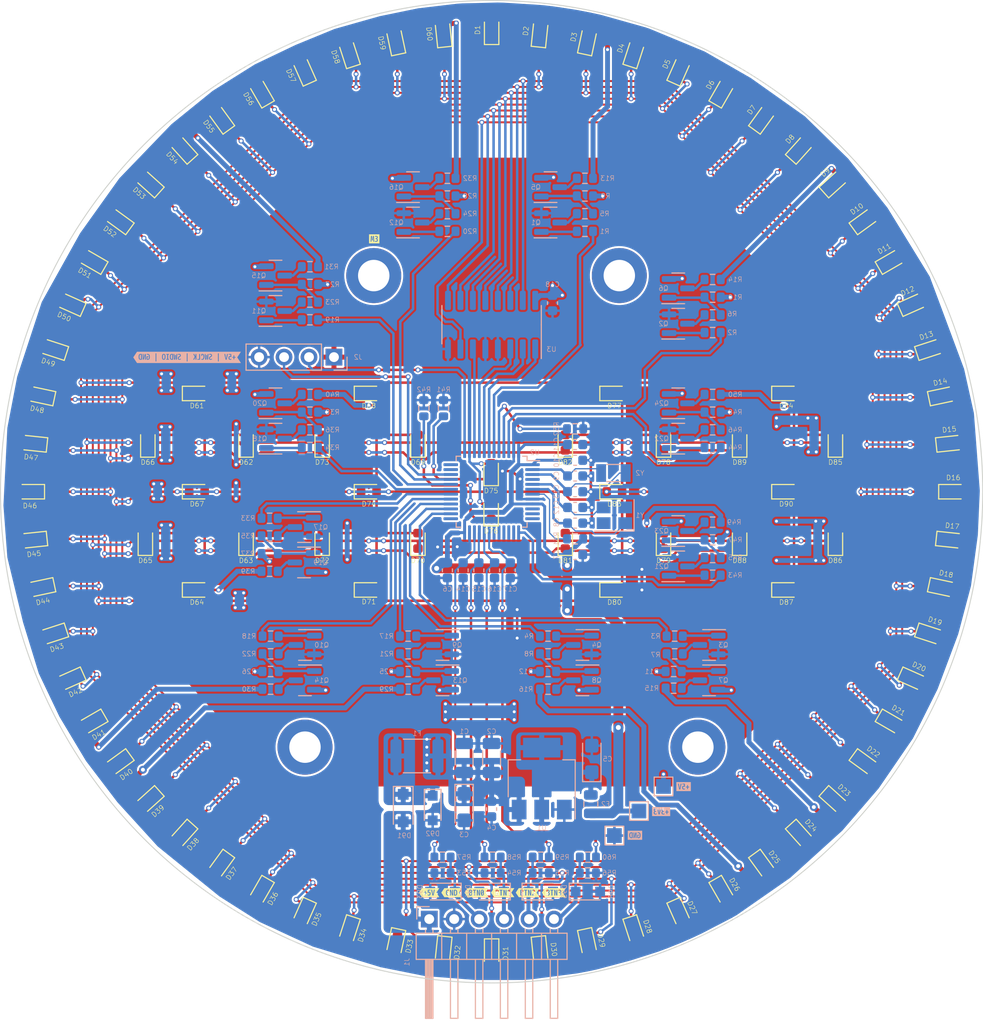
<source format=kicad_pcb>
(kicad_pcb (version 20211014) (generator pcbnew)
  (layers (0 "F.Cu" signal) (31 "B.Cu" signal) (34 "B.Paste" user) (35 "F.Paste" user) (36 "B.SilkS" user "B.Silkscreen") (37 "F.SilkS" user "F.Silkscreen") (38 "B.Mask" user) (39 "F.Mask" user) (44 "Edge.Cuts" user))
  (net 0 "")
  (net 1 "/Decoder/+5V")
  (net 2 "GND")
  (net 3 "Net-(C5-Pad1)")
  (net 4 "/MCU/+3V3")
  (net 5 "/MCU/OSC_OUT")
  (net 6 "/MCU/OSC32_OUT")
  (net 7 "/MCU/OSC_IN")
  (net 8 "/MCU/OSC32_IN")
  (net 9 "/MCU/BTN0_B")
  (net 10 "/MCU/BTN1_B")
  (net 11 "/MCU/BTN2_B")
  (net 12 "/MCU/BTN3_B")
  (net 13 "/Y0")
  (net 14 "Net-(D1-Pad2)")
  (net 15 "/Y1")
  (net 16 "/Y2")
  (net 17 "/Y3")
  (net 18 "/Y4")
  (net 19 "/Y5")
  (net 20 "/Y6")
  (net 21 "/Y7")
  (net 22 "Net-(D10-Pad2)")
  (net 23 "Net-(D25-Pad2)")
  (net 24 "Net-(D33-Pad2)")
  (net 25 "Net-(D41-Pad2)")
  (net 26 "Net-(D49-Pad2)")
  (net 27 "Net-(D57-Pad2)")
  (net 28 "Net-(D61-Pad2)")
  (net 29 "Net-(D68-Pad2)")
  (net 30 "Net-(D75-Pad1)")
  (net 31 "/Hour and Minute/DOTS")
  (net 32 "Net-(D76-Pad1)")
  (net 33 "Net-(D77-Pad2)")
  (net 34 "Net-(D84-Pad2)")
  (net 35 "Net-(D91-Pad1)")
  (net 36 "/Power/+5V_IN")
  (net 37 "/MCU/BTN0_A")
  (net 38 "/MCU/BTN1_A")
  (net 39 "/MCU/BTN2_A")
  (net 40 "/MCU/BTN3_A")
  (net 41 "Net-(Q1-Pad1)")
  (net 42 "Net-(Q1-Pad3)")
  (net 43 "Net-(Q2-Pad1)")
  (net 44 "Net-(Q2-Pad3)")
  (net 45 "Net-(Q3-Pad1)")
  (net 46 "Net-(Q3-Pad3)")
  (net 47 "Net-(Q4-Pad1)")
  (net 48 "Net-(Q4-Pad3)")
  (net 49 "Net-(Q5-Pad1)")
  (net 50 "Net-(Q5-Pad3)")
  (net 51 "Net-(Q6-Pad1)")
  (net 52 "Net-(Q6-Pad3)")
  (net 53 "Net-(Q7-Pad1)")
  (net 54 "Net-(Q7-Pad3)")
  (net 55 "Net-(Q8-Pad1)")
  (net 56 "Net-(Q8-Pad3)")
  (net 57 "Net-(Q9-Pad1)")
  (net 58 "Net-(Q9-Pad3)")
  (net 59 "Net-(Q10-Pad1)")
  (net 60 "Net-(Q10-Pad3)")
  (net 61 "Net-(Q11-Pad1)")
  (net 62 "Net-(Q11-Pad3)")
  (net 63 "Net-(Q12-Pad1)")
  (net 64 "Net-(Q12-Pad3)")
  (net 65 "Net-(Q13-Pad1)")
  (net 66 "Net-(Q13-Pad3)")
  (net 67 "Net-(Q14-Pad1)")
  (net 68 "Net-(Q14-Pad3)")
  (net 69 "Net-(Q15-Pad1)")
  (net 70 "Net-(Q15-Pad3)")
  (net 71 "Net-(Q16-Pad1)")
  (net 72 "Net-(Q16-Pad3)")
  (net 81 "Net-(D17-Pad2)")
  (net 83 "Net-(Q17-Pad1)")
  (net 84 "Net-(Q17-Pad3)")
  (net 85 "Net-(Q18-Pad1)")
  (net 86 "Net-(Q18-Pad3)")
  (net 87 "Net-(Q19-Pad1)")
  (net 88 "Net-(Q19-Pad3)")
  (net 89 "Net-(Q20-Pad1)")
  (net 90 "Net-(Q20-Pad3)")
  (net 91 "Net-(Q21-Pad1)")
  (net 92 "Net-(Q21-Pad3)")
  (net 93 "Net-(Q22-Pad1)")
  (net 94 "Net-(Q22-Pad3)")
  (net 95 "Net-(Q23-Pad1)")
  (net 96 "Net-(Q23-Pad3)")
  (net 97 "Net-(Q24-Pad1)")
  (net 98 "Net-(Q24-Pad3)")
  (net 99 "/MCU/SW0_1")
  (net 100 "/MCU/SW0_2")
  (net 101 "/MCU/SW0_3")
  (net 102 "/MCU/SW0_4")
  (net 103 "/MCU/SW0_5")
  (net 104 "/MCU/SW0_6")
  (net 105 "/MCU/SW0_7")
  (net 106 "/MCU/SW0_8")
  (net 107 "/Hour and Minute/SW1_1")
  (net 108 "/Hour and Minute/SW1_2")
  (net 109 "/Hour and Minute/SW1_3")
  (net 110 "/Hour and Minute/SW1_4")
  (net 111 "/MCU/NRST")
  (net 112 "/MCU/BOOT0")
  (net 114 "/D3")
  (net 115 "/D0")
  (net 116 "/D1")
  (net 117 "/D2")
  (net 118 "/MCU/SWDIO")
  (net 123 "/MCU/SWCLK")
  (footprint "LED_SMD:LED_0603_1608Metric" (layer "F.Cu") (at 122.374093 128.023798 -126)
    (fp_text reference "D37")
    (fp_text value "WHITE")
  )
  (footprint "LED_SMD:LED_0603_1608Metric" (layer "F.Cu") (at 159.771849 44.027062 78)
    (fp_text reference "D3")
    (fp_text value "WHITE")
  )
  (footprint "LED_SMD:LED_0603_1608Metric" (layer "F.Cu") (at 167.5 85 90)
    (fp_text reference "D78")
    (fp_text value "WHITE")
  )
  (footprint "LED_SMD:LED_0603_1608Metric" (layer "F.Cu") (at 173.5 130.703193 -60)
    (fp_text reference "D26")
    (fp_text value "WHITE")
  )
  (footprint "LED_SMD:LED_0603_1608Metric" (layer "F.Cu") (at 196.742529 85.087162 6)
    (fp_text reference "D15")
    (fp_text value "WHITE")
  )
  (footprint "LED_SMD:LED_0603_1608Metric" (layer "F.Cu") (at 118.550861 55.072193 132)
    (fp_text reference "D54")
    (fp_text value "WHITE")
  )
  (footprint "LED_SMD:LED_0603_1608Metric" (layer "F.Cu") (at 105.300343 104.523798 -162)
    (fp_text reference "D43")
    (fp_text value "WHITE")
  )
  (footprint "LED_SMD:LED_0603_1608Metric" (layer "F.Cu") (at 196.742529 94.912837 -6)
    (fp_text reference "D17")
    (fp_text value "WHITE")
  )
  (footprint "LED_SMD:LED_0603_1608Metric" (layer "F.Cu") (at 173.5 49.296806 60)
    (fp_text reference "D6")
    (fp_text value "WHITE")
  )
  (footprint "LED_SMD:LED_0603_1608Metric" (layer "F.Cu") (at 177.625906 51.976201 54)
    (fp_text reference "D7")
    (fp_text value "WHITE")
  )
  (footprint "LED_SMD:LED_0603_1608Metric" (layer "F.Cu") (at 149.95 87.9 90)
    (fp_text reference "D75")
    (fp_text value "WHITE")
  )
  (footprint "LED_SMD:LED_0603_1608Metric" (layer "F.Cu") (at 194.699656 104.523798 -18)
    (fp_text reference "D19")
    (fp_text value "WHITE")
  )
  (footprint "LED_SMD:LED_0603_1608Metric" (layer "F.Cu") (at 140.22815 135.972937 -102)
    (fp_text reference "D33")
    (fp_text value "WHITE")
  )
  (footprint "LED_SMD:LED_0603_1608Metric" (layer "F.Cu") (at 192.936636 70.883377 24)
    (fp_text reference "D12")
    (fp_text value "WHITE")
  )
  (footprint "LED_SMD:LED_0603_1608Metric" (layer "F.Cu") (at 190.703193 113.499999 -30)
    (fp_text reference "D21")
    (fp_text value "WHITE")
  )
  (footprint "MountingHole:MountingHole_3.2mm_M3_DIN965_Pad" (layer "F.Cu") (at 171 116)
    (fp_text reference "REF**" hide)
    (fp_text value "MountingHole_3.2mm_M3_DIN965_Pad")
  )
  (footprint "LED_SMD:LED_0603_1608Metric" (layer "F.Cu") (at 197 90)
    (fp_text reference "D16")
    (fp_text value "WHITE")
  )
  (footprint "LED_SMD:LED_0603_1608Metric" (layer "F.Cu") (at 107.063363 109.116622 -156)
    (fp_text reference "D42")
    (fp_text value "WHITE")
  )
  (footprint "LED_SMD:LED_0603_1608Metric" (layer "F.Cu") (at 185 95 90)
    (fp_text reference "D86")
    (fp_text value "WHITE")
  )
  (footprint "kibuzzard-65DAF895" (layer "F.Cu") (at 145.923 130.81)
    (fp_text reference "kibuzzard-65DAF895" hide)
    (fp_text value "G***" hide)
  )
  (footprint "LED_SMD:LED_0603_1608Metric" (layer "F.Cu") (at 162.5 80)
    (fp_text reference "D77")
    (fp_text value "WHITE")
  )
  (footprint "LED_SMD:LED_0603_1608Metric" (layer "F.Cu") (at 104.027062 80.22815 168)
    (fp_text reference "D48")
    (fp_text value "WHITE")
  )
  (footprint "LED_SMD:LED_0603_1608Metric" (layer "F.Cu") (at 125 95 90)
    (fp_text reference "D63")
    (fp_text value "WHITE")
  )
  (footprint "LED_SMD:LED_0603_1608Metric" (layer "F.Cu") (at 130.883377 47.063363 114)
    (fp_text reference "D57")
    (fp_text value "WHITE")
  )
  (footprint "MountingHole:MountingHole_3.2mm_M3_DIN965_Pad" (layer "F.Cu") (at 131 116)
    (fp_text reference "REF**" hide)
    (fp_text value "MountingHole_3.2mm_M3_DIN965_Pad")
  )
  (footprint "LED_SMD:LED_0603_1608Metric" (layer "F.Cu") (at 185 85 90)
    (fp_text reference "D85")
    (fp_text value "WHITE")
  )
  (footprint "LED_SMD:LED_0603_1608Metric" (layer "F.Cu") (at 115.072193 58.550861 138)
    (fp_text reference "D53")
    (fp_text value "WHITE")
  )
  (footprint "LED_SMD:LED_0603_1608Metric" (layer "F.Cu") (at 164.523798 45.300343 72)
    (fp_text reference "D4")
    (fp_text value "WHITE")
  )
  (footprint "LED_SMD:LED_0603_1608Metric" (layer "F.Cu") (at 103.25747 85.087162 174)
    (fp_text reference "D47")
    (fp_text value "WHITE")
  )
  (footprint "LED_SMD:LED_0603_1608Metric" (layer "F.Cu") (at 188.023798 117.625906 -36)
    (fp_text reference "D22")
    (fp_text value "WHITE")
  )
  (footprint "LED_SMD:LED_0603_1608Metric" (layer "F.Cu") (at 107.063363 70.883377 156)
    (fp_text reference "D50")
    (fp_text value "WHITE")
  )
  (footprint "kibuzzard-65DAF8A5" (layer "F.Cu") (at 151.13 130.81)
    (fp_text reference "kibuzzard-65DAF8A5" hide)
    (fp_text value "G***" hide)
  )
  (footprint "LED_SMD:LED_0603_1608Metric" (layer "F.Cu") (at 132.75 95 90)
    (fp_text reference "D72")
    (fp_text value "WHITE")
  )
  (footprint "LED_SMD:LED_0603_1608Metric" (layer "F.Cu") (at 192.936636 109.116622 -24)
    (fp_text reference "D20")
    (fp_text value "WHITE")
  )
  (footprint "LED_SMD:LED_0603_1608Metric" (layer "F.Cu") (at 181.449138 124.927806 -48)
    (fp_text reference "D24")
    (fp_text value "WHITE")
  )
  (footprint "LED_SMD:LED_0603_1608Metric" (layer "F.Cu") (at 159.771849 135.972937 -78)
    (fp_text reference "D29")
    (fp_text value "WHITE")
  )
  (footprint "kibuzzard-65DAF8CD" (layer "F.Cu") (at 148.463 130.81)
    (fp_text reference "kibuzzard-65DAF8CD" hide)
    (fp_text value "G***" hide)
  )
  (footprint "LED_SMD:LED_0603_1608Metric" (layer "F.Cu") (at 149.95 92 90)
    (fp_text reference "D76")
    (fp_text value "WHITE")
  )
  (footprint "LED_SMD:LED_0603_1608Metric" (layer "F.Cu") (at 135.476201 134.699656 -108)
    (fp_text reference "D34")
    (fp_text value "WHITE")
  )
  (footprint "LED_SMD:LED_0603_1608Metric" (layer "F.Cu") (at 180 80)
    (fp_text reference "D84")
    (fp_text value "WHITE")
  )
  (footprint "LED_SMD:LED_0603_1608Metric" (layer "F.Cu") (at 120 100)
    (fp_text reference "D64")
    (fp_text value "WHITE")
  )
  (footprint "LED_SMD:LED_0603_1608Metric" (layer "F.Cu") (at 180 90)
    (fp_text reference "D90")
    (fp_text value "WHITE")
  )
  (footprint "LED_SMD:LED_0603_1608Metric" (layer "F.Cu") (at 120 80)
    (fp_text reference "D61")
    (fp_text value "WHITE")
  )
  (footprint "LED_SMD:LED_0603_1608Metric" (layer "F.Cu") (at 109.296806 66.5 150)
    (fp_text reference "D51")
    (fp_text value "WHITE")
  )
  (footprint "LED_SMD:LED_0603_1608Metric" (layer "F.Cu") (at 103 90 180)
    (fp_text reference "D46")
    (fp_text value "WHITE")
  )
  (footprint "LED_SMD:LED_0603_1608Metric" (layer "F.Cu") (at 150 43 90)
    (fp_text reference "D1")
    (fp_text value "WHITE")
  )
  (footprint "LED_SMD:LED_0603_1608Metric" (layer "F.Cu") (at 190.703193 66.5 30)
    (fp_text reference "D11")
    (fp_text value "WHITE")
  )
  (footprint "kibuzzard-65DAFAE3" (layer "F.Cu") (at 138.049 64.262)
    (fp_text reference "kibuzzard-65DAFAE3" hide)
    (fp_text value "G***" hide)
  )
  (footprint "kibuzzard-65DAF8B6" (layer "F.Cu") (at 153.67 130.81)
    (fp_text reference "kibuzzard-65DAF8B6" hide)
    (fp_text value "G***" hide)
  )
  (footprint "LED_SMD:LED_0603_1608Metric" (layer "F.Cu") (at 115.072193 121.449138 -138)
    (fp_text reference "D39")
    (fp_text value "WHITE")
  )
  (footprint "LED_SMD:LED_0603_1608Metric" (layer "F.Cu") (at 154.912837 136.742529 -84)
    (fp_text reference "D30")
    (fp_text value "WHITE")
  )
  (footprint "LED_SMD:LED_0603_1608Metric" (layer "F.Cu") (at 145.087162 43.25747 96)
    (fp_text reference "D60")
    (fp_text value "WHITE")
  )
  (footprint "LED_SMD:LED_0603_1608Metric" (layer "F.Cu") (at 132.75 85 90)
    (fp_text reference "D73")
    (fp_text value "WHITE")
  )
  (footprint "LED_SMD:LED_0603_1608Metric" (layer "F.Cu") (at 164.523798 134.699656 -72)
    (fp_text reference "D28")
    (fp_text value "WHITE")
  )
  (footprint "LED_SMD:LED_0603_1608Metric" (layer "F.Cu") (at 184.927806 58.550861 42)
    (fp_text reference "D9")
    (fp_text value "WHITE")
  )
  (footprint "kibuzzard-65DAF967" (layer "F.Cu") (at 143.637 130.81)
    (fp_text reference "kibuzzard-65DAF967" hide)
    (fp_text value "G***" hide)
  )
  (footprint "kibuzzard-65DAF8BF" (layer "F.Cu") (at 156.337 130.81)
    (fp_text reference "kibuzzard-65DAF8BF" hide)
    (fp_text value "G***" hide)
  )
  (footprint "LED_SMD:LED_0603_1608Metric" (layer "F.Cu") (at 109.296806 113.5 -150)
    (fp_text reference "D41")
    (fp_text value "WHITE")
  )
  (footprint "LED_SMD:LED_0603_1608Metric" (layer "F.Cu") (at 137.5 80)
    (fp_text reference "D68")
    (fp_text value "WHITE")
  )
  (footprint "LED_SMD:LED_0603_1608Metric" (layer "F.Cu") (at 188.023798 62.374093 36)
    (fp_text reference "D10")
    (fp_text value "WHITE")
  )
  (footprint "LED_SMD:LED_0603_1608Metric" (layer "F.Cu") (at 175.25 85 90)
    (fp_text reference "D89")
    (fp_text value "WHITE")
  )
  (footprint "LED_SMD:LED_0603_1608Metric" (layer "F.Cu") (at 120 90)
    (fp_text reference "D67")
    (fp_text value "WHITE")
  )
  (footprint "LED_SMD:LED_0603_1608Metric" (layer "F.Cu") (at 157.5 95 90)
    (fp_text reference "D81")
    (fp_text value "WHITE")
  )
  (footprint "LED_SMD:LED_0603_1608Metric" (layer "F.Cu") (at 157.5 85 90)
    (fp_text reference "D82")
    (fp_text value "WHITE")
  )
  (footprint "LED_SMD:LED_0603_1608Metric" (layer "F.Cu") (at 114.75 95 90)
    (fp_text reference "D65")
    (fp_text value "WHITE")
  )
  (footprint "LED_SMD:LED_0603_1608Metric" (layer "F.Cu") (at 142.5 85 90)
    (fp_text reference "D69")
    (fp_text value "WHITE")
  )
  (footprint "LED_SMD:LED_0603_1608Metric" (layer "F.Cu") (at 135.476201 45.300343 108)
    (fp_text reference "D58")
    (fp_text value "WHITE")
  )
  (footprint "LED_SMD:LED_0603_1608Metric" (layer "F.Cu") (at 140.22815 44.027062 102)
    (fp_text reference "D59")
    (fp_text value "WHITE")
  )
  (footprint "LED_SMD:LED_0603_1608Metric" (layer "F.Cu") (at 177.625906 128.023798 -54)
    (fp_text reference "D25")
    (fp_text value "WHITE")
  )
  (footprint "LED_SMD:LED_0603_1608Metric" (layer "F.Cu") (at 104.027062 99.771849 -168)
    (fp_text reference "D44")
    (fp_text value "WHITE")
  )
  (footprint "LED_SMD:LED_0603_1608Metric" (layer "F.Cu") (at 175.25 95 90)
    (fp_text reference "D88")
    (fp_text value "WHITE")
  )
  (footprint "LED_SMD:LED_0603_1608Metric" (layer "F.Cu") (at 150 137 -90)
    (fp_text reference "D31")
    (fp_text value "WHITE")
  )
  (footprint "LED_SMD:LED_0603_1608Metric" (layer "F.Cu") (at 111.976201 62.374093 144)
    (fp_text reference "D52")
    (fp_text value "WHITE")
  )
  (footprint "MountingHole:MountingHole_3.2mm_M3_DIN965_Pad" (layer "F.Cu") (at 163 68)
    (fp_text reference "REF**" hide)
    (fp_text value "MountingHole_3.2mm_M3_DIN965_Pad")
  )
  (footprint "LED_SMD:LED_0603_1608Metric" (layer "F.Cu") (at 180 100)
    (fp_text reference "D87")
    (fp_text value "WHITE")
  )
  (footprint "LED_SMD:LED_0603_1608Metric" (layer "F.Cu") (at 167.5 95 90)
    (fp_text reference "D79")
    (fp_text value "WHITE")
  )
  (footprint "LED_SMD:LED_0603_1608Metric" (layer "F.Cu") (at 145.087162 136.742529 -96)
    (fp_text reference "D32")
    (fp_text value "WHITE")
  )
  (footprint "LED_SMD:LED_0603_1608Metric" (layer "F.Cu") (at 126.5 130.703193 -120)
    (fp_text reference "D36")
    (fp_text value "WHITE")
  )
  (footprint "LED_SMD:LED_0603_1608Metric" (layer "F.Cu") (at 169.116622 47.063363 66)
    (fp_text reference "D5")
    (fp_text value "WHITE")
  )
  (footprint "LED_SMD:LED_0603_1608Metric" (layer "F.Cu") (at 194.699656 75.476201 18)
    (fp_text reference "D13")
    (fp_text value "WHITE")
  )
  (footprint "LED_SMD:LED_0603_1608Metric" (layer "F.Cu") (at 169.116622 132.936636 -66)
    (fp_text reference "D27")
    (fp_text value "WHITE")
  )
  (footprint "LED_SMD:LED_0603_1608Metric" (layer "F.Cu") (at 181.449138 55.072193 48)
    (fp_text reference "D8")
    (fp_text value "WHITE")
  )
  (footprint "LED_SMD:LED_0603_1608Metric" (layer "F.Cu") (at 111.976201 117.625906 -144)
    (fp_text reference "D40")
    (fp_text value "WHITE")
  )
  (footprint "LED_SMD:LED_0603_1608Metric" (layer "F.Cu") (at 162.5 90)
    (fp_text reference "D83")
    (fp_text value "WHITE")
  )
  (footprint "MountingHole:MountingHole_3.2mm_M3_DIN965_Pad" (layer "F.Cu") (at 138 68)
    (fp_text reference "REF**" hide)
    (fp_text value "MountingHole_3.2mm_M3_DIN965_Pad")
  )
  (footprint "LED_SMD:LED_0603_1608Metric" (layer "F.Cu") (at 105.300343 75.476201 162)
    (fp_text reference "D49")
    (fp_text value "WHITE")
  )
  (footprint "LED_SMD:LED_0603_1608Metric" (layer "F.Cu") (at 103.25747 94.912837 -174)
    (fp_text reference "D45")
    (fp_text value "WHITE")
  )
  (footprint "LED_SMD:LED_0603_1608Metric" (layer "F.Cu") (at 130.883377 132.936636 -114)
    (fp_text reference "D35")
    (fp_text value "WHITE")
  )
  (footprint "LED_SMD:LED_0603_1608Metric" (layer "F.Cu") (at 137.5 100)
    (fp_text reference "D71")
    (fp_text value "WHITE")
  )
  (footprint "LED_SMD:LED_0603_1608Metric" (layer "F.Cu") (at 125 85 90)
    (fp_text reference "D62")
    (fp_text value "WHITE")
  )
  (footprint "LED_SMD:LED_0603_1608Metric" (layer "F.Cu") (at 195.972937 80.22815 12)
    (fp_text reference "D14")
    (fp_text value "WHITE")
  )
  (footprint "LED_SMD:LED_0603_1608Metric" (layer "F.Cu") (at 184.927806 121.449138 -42)
    (fp_text reference "D23")
    (fp_text value "WHITE")
  )
  (footprint "LED_SMD:LED_0603_1608Metric" (layer "F.Cu") (at 195.972937 99.771849 -12)
    (fp_text reference "D18")
    (fp_text value "WHITE")
  )
  (footprint "LED_SMD:LED_0603_1608Metric" (layer "F.Cu") (at 115 85 90)
    (fp_text reference "D66")
    (fp_text value "WHITE")
  )
  (footprint "LED_SMD:LED_0603_1608Metric" (layer "F.Cu") (at 154.912837 43.25747 84)
    (fp_text reference "D2")
    (fp_text value "WHITE")
  )
  (footprint "LED_SMD:LED_0603_1608Metric" (layer "F.Cu") (at 118.550861 124.927806 -132)
    (fp_text reference "D38")
    (fp_text value "WHITE")
  )
  (footprint "LED_SMD:LED_0603_1608Metric" (layer "F.Cu") (at 126.499999 49.296806 120)
    (fp_text reference "D56")
    (fp_text value "WHITE")
  )
  (footprint "LED_SMD:LED_0603_1608Metric" (layer "F.Cu") (at 162.5 100)
    (fp_text reference "D80")
    (fp_text value "WHITE")
  )
  (footprint "LED_SMD:LED_0603_1608Metric" (layer "F.Cu") (at 137.5 90)
    (fp_text reference "D74")
    (fp_text value "WHITE")
  )
  (footprint "LED_SMD:LED_0603_1608Metric" (layer "F.Cu") (at 142.5 95 90)
    (fp_text reference "D70")
    (fp_text value "WHITE")
  )
  (footprint "LED_SMD:LED_0603_1608Metric" (layer "F.Cu") (at 122.374093 51.976201 126)
    (fp_text reference "D55")
    (fp_text value "WHITE")
  )
  (footprint "Resistor_SMD:R_0603_1608Metric" (layer "B.Cu") (at 145.1 81.5 -90)
    (fp_text reference "R41")
    (fp_text value "330R")
  )
  (footprint "Resistor_SMD:R_0603_1608Metric" (layer "B.Cu") (at 127.4 98.1 180)
    (fp_text reference "R39")
    (fp_text value "330R")
  )
  (footprint "Resistor_SMD:R_0603_1608Metric" (layer "B.Cu") (at 172.5 93.1)
    (fp_text reference "R49")
    (fp_text value "330R")
  )
  (footprint "Package_TO_SOT_SMD:SOT-23" (layer "B.Cu") (at 159.24375 109.2 180)
    (fp_text reference "Q8")
    (fp_text value "BSS84")
  )
  (footprint "Package_TO_SOT_SMD:SOT-23" (layer "B.Cu") (at 142 62.6)
    (fp_text reference "Q12")
    (fp_text value "BC817")
  )
  (footprint "Capacitor_SMD:C_0603_1608Metric" (layer "B.Cu") (at 158.5 88.4)
    (fp_text reference "C9")
    (fp_text value "12pF")
  )
  (footprint "Resistor_SMD:R_0603_1608Metric" (layer "B.Cu") (at 141.5 110.1 180)
    (fp_text reference "R29")
    (fp_text value "330R")
  )
  (footprint "Package_TO_SOT_SMD:SOT-23" (layer "B.Cu") (at 145 109.2 180)
    (fp_text reference "Q13")
    (fp_text value "BSS84")
  )
  (footprint "Package_TO_SOT_SMD:SOT-23" (layer "B.Cu") (at 145 105.6 180)
    (fp_text reference "Q9")
    (fp_text value "BC817")
  )
  (footprint "Package_TO_SOT_SMD:SOT-23" (layer "B.Cu") (at 169 81)
    (fp_text reference "Q24")
    (fp_text value "BSS84")
  )
  (footprint "Diode_SMD:D_SOD-323_HandSoldering" (layer "B.Cu") (at 159.8 130.7)
    (fp_text reference "D96")
    (fp_text value "PESD3V3L1BA,115")
  )
  (footprint "Resistor_SMD:R_0603_1608Metric" (layer "B.Cu") (at 150.1 127.2 180)
    (fp_text reference "R58")
    (fp_text value "10K")
  )
  (footprint "kibuzzard-65DAFC06" (layer "B.Cu") (at 169.545 120.015 180)
    (fp_text reference "kibuzzard-65DAFC06" hide)
    (fp_text value "G***" hide)
  )
  (footprint "Package_TO_SOT_SMD:SOT-23" (layer "B.Cu") (at 169 69.3)
    (fp_text reference "Q6")
    (fp_text value "BSS84")
  )
  (footprint "Resistor_SMD:R_0603_1608Metric" (layer "B.Cu") (at 172.5 81.9 180)
    (fp_text reference "R48")
    (fp_text value "120R")
  )
  (footprint "Resistor_SMD:R_0603_1608Metric" (layer "B.Cu") (at 168.5375 110 180)
    (fp_text reference "R15")
    (fp_text value "330R")
  )
  (footprint "Resistor_SMD:R_0603_1608Metric" (layer "B.Cu") (at 131.5 70.7 180)
    (fp_text reference "R23")
    (fp_text value "47R")
  )
  (footprint "Resistor_SMD:R_0603_1608Metric" (layer "B.Cu") (at 145 127.2 180)
    (fp_text reference "R57")
    (fp_text value "10K")
  )
  (footprint "Resistor_SMD:R_0603_1608Metric" (layer "B.Cu") (at 172.5 72 180)
    (fp_text reference "R6")
    (fp_text value "47R")
  )
  (footprint "Resistor_SMD:R_0603_1608Metric" (layer "B.Cu") (at 131.5 72.5)
    (fp_text reference "R19")
    (fp_text value "470R")
  )
  (footprint "Package_TO_SOT_SMD:SOT-23" (layer "B.Cu") (at 172.1375 105.6 180)
    (fp_text reference "Q3")
    (fp_text value "BC817")
  )
  (footprint "Resistor_SMD:R_0603_1608Metric" (layer "B.Cu") (at 168.5375 108.3)
    (fp_text reference "R11")
    (fp_text value "120R")
  )
  (footprint "Package_TO_SOT_SMD:SOT-23" (layer "B.Cu") (at 128 84.6)
    (fp_text reference "Q18")
    (fp_text value "BC817")
  )
  (footprint "Package_TO_SOT_SMD:SOT-23" (layer "B.Cu") (at 131 105.6 180)
    (fp_text reference "Q10")
    (fp_text value "BC817")
  )
  (footprint "Diode_SMD:D_SOD-323_HandSoldering" (layer "B.Cu") (at 150 130.7 180)
    (fp_text reference "D94")
    (fp_text value "PESD3V3L1BA,115")
  )
  (footprint "Resistor_SMD:R_0603_1608Metric" (layer "B.Cu") (at 172.5 68.4)
    (fp_text reference "R14")
    (fp_text value "330R")
  )
  (footprint "Resistor_SMD:R_0603_1608Metric" (layer "B.Cu") (at 168.6375 106.5)
    (fp_text reference "R7")
    (fp_text value "47R")
  )
  (footprint "Capacitor_Tantalum_SMD:CP_EIA-3216-18_Kemet-A" (layer "B.Cu") (at 147.2 122.1 -90)
    (fp_text reference "C3")
    (fp_text value "10uF")
  )
  (footprint "Resistor_SMD:R_0603_1608Metric" (layer "B.Cu") (at 145.5 63.5)
    (fp_text reference "R20")
    (fp_text value "470R")
  )
  (footprint "Resistor_SMD:R_0603_1608Metric" (layer "B.Cu") (at 127.4 96.3)
    (fp_text reference "R37")
    (fp_text value "120R")
  )
  (footprint "Capacitor_SMD:C_0603_1608Metric" (layer "B.Cu") (at 148.7 98 -90)
    (fp_text reference "C15")
    (fp_text value "100nF")
  )
  (footprint "Capacitor_SMD:C_0603_1608Metric" (layer "B.Cu") (at 156.2 70.8 -90)
    (fp_text reference "C18")
    (fp_text value "100nF")
  )
  (footprint "Resistor_SMD:R_0603_1608Metric" (layer "B.Cu") (at 155 128.8)
    (fp_text reference "R55")
    (fp_text value "10K")
  )
  (footprint "Resistor_SMD:R_0603_1608Metric" (layer "B.Cu") (at 155.74375 104.7 180)
    (fp_text reference "R4")
    (fp_text value "470R")
  )
  (footprint "Resistor_SMD:R_0603_1608Metric" (layer "B.Cu") (at 145.5 58.1)
    (fp_text reference "R32")
    (fp_text value "330R")
  )
  (footprint "Capacitor_SMD:C_0603_1608Metric" (layer "B.Cu") (at 150 122.3 -90)
    (fp_text reference "C4")
    (fp_text value "100nF")
  )
  (footprint "Resistor_SMD:R_0603_1608Metric" (layer "B.Cu") (at 159.5 59.9 180)
    (fp_text reference "R9")
    (fp_text value "120R")
  )
  (footprint "Package_TO_SOT_SMD:SOT-23" (layer "B.Cu") (at 128 71.6)
    (fp_text reference "Q11")
    (fp_text value "BC817")
  )
  (footprint "Package_TO_SOT_SMD:SOT-23" (layer "B.Cu") (at 156 59)
    (fp_text reference "Q5")
    (fp_text value "BSS84")
  )
  (footprint "Resistor_SMD:R_0603_1608Metric" (layer "B.Cu") (at 155.74375 110.1 180)
    (fp_text reference "R16")
    (fp_text value "330R")
  )
  (footprint "kibuzzard-65DAFC15" (layer "B.Cu") (at 167.259 122.555 180)
    (fp_text reference "kibuzzard-65DAFC15" hide)
    (fp_text value "G***" hide)
  )
  (footprint "Resistor_SMD:R_0603_1608Metric" (layer "B.Cu") (at 131.5 67.1)
    (fp_text reference "R31")
    (fp_text value "330R")
  )
  (footprint "Diode_SMD:D_SOD-123F" (layer "B.Cu") (at 141 122.2 -90)
    (fp_text reference "D91")
    (fp_text value "DS14W-HT")
  )
  (footprint "Resistor_SMD:R_0603_1608Metric" (layer "B.Cu") (at 155.74375 108.3)
    (fp_text reference "R12")
    (fp_text value "120R")
  )
  (footprint "Capacitor_SMD:C_1206_3216Metric" (layer "B.Cu") (at 150 117.1 90)
    (fp_text reference "C2")
    (fp_text value "47uF")
  )
  (footprint "Resistor_SMD:R_0603_1608Metric" (layer "B.Cu") (at 172.5 85.5)
    (fp_text reference "R44")
    (fp_text value "470R")
  )
  (footprint "Resistor_SMD:R_0603_1608Metric" (layer "B.Cu") (at 131.5 68.9 180)
    (fp_text reference "R27")
    (fp_text value "120R")
  )
  (footprint "Diode_SMD:D_SOD-323_HandSoldering" (layer "B.Cu") (at 144 122.2 -90)
    (fp_text reference "D92")
    (fp_text value "PESD5V0S1BA,115")
  )
  (footprint "Package_TO_SOT_SMD:SOT-23" (layer "B.Cu") (at 159.24375 105.6 180)
    (fp_text reference "Q4")
    (fp_text value "BC817")
  )
  (footprint "Crystal:Crystal_SMD_SeikoEpson_FA238-4Pin_3.2x2.5mm" (layer "B.Cu") (at 162.5 92.4 180)
    (fp_text reference "Y1")
    (fp_text value "32MHz")
  )
  (footprint "Diode_SMD:D_SOD-323_HandSoldering" (layer "B.Cu") (at 145 130.7 180)
    (fp_text reference "D93")
    (fp_text value "PESD3V3L1BA,115")
  )
  (footprint "Resistor_SMD:R_0603_1608Metric" (layer "B.Cu") (at 141.5 104.7 180)
    (fp_text reference "R17")
    (fp_text value "470R")
  )
  (footprint "Fuse:Fuse_0805_2012Metric" (layer "B.Cu") (at 160.1 121.8 90)
    (fp_text reference "F2")
    (fp_text value "200mA")
  )
  (footprint "Resistor_SMD:R_0603_1608Metric" (layer "B.Cu") (at 159.8 128.8)
    (fp_text reference "R56")
    (fp_text value "10K")
  )
  (footprint "Resistor_SMD:R_0603_1608Metric" (layer "B.Cu") (at 141.5 106.5)
    (fp_text reference "R21")
    (fp_text value "47R")
  )
  (footprint "Fuse:Fuse_1812_4532Metric" (layer "B.Cu") (at 142.4 116.9 180)
    (fp_text reference "F1")
    (fp_text value "750mA")
  )
  (footprint "Diode_SMD:D_SOD-323_HandSoldering" (layer "B.Cu") (at 155 130.7)
    (fp_text reference "D95")
    (fp_text value "PESD3V3L1BA,115")
  )
  (footprint "Resistor_SMD:R_0603_1608Metric" (layer "B.Cu") (at 127.5 108.3)
    (fp_text reference "R26")
    (fp_text value "120R")
  )
  (footprint "Resistor_SMD:R_0603_1608Metric" (layer "B.Cu") (at 159.5 58.1)
    (fp_text reference "R13")
    (fp_text value "330R")
  )
  (footprint "Package_TO_SOT_SMD:SOT-23" (layer "B.Cu") (at 172.1375 109.2 180)
    (fp_text reference "Q7")
    (fp_text value "BSS84")
  )
  (footprint "Resistor_SMD:R_0603_1608Metric" (layer "B.Cu") (at 145.5 61.7 180)
    (fp_text reference "R24")
    (fp_text value "47R")
  )
  (footprint "Resistor_SMD:R_0603_1608Metric" (layer "B.Cu") (at 159.5 61.7 180)
    (fp_text reference "R5")
    (fp_text value "47R")
  )
  (footprint "Capacitor_SMD:C_0603_1608Metric" (layer "B.Cu") (at 158.5 91.6)
    (fp_text reference "C12")
    (fp_text value "12pF")
  )
  (footprint "Package_TO_SOT_SMD:SOT-23" (layer "B.Cu") (at 169 94)
    (fp_text reference "Q23")
    (fp_text value "BSS84")
  )
  (footprint "Resistor_SMD:R_0603_1608Metric" (layer "B.Cu") (at 131.5 83.7 180)
    (fp_text reference "R36")
    (fp_text value "47R")
  )
  (footprint "Resistor_SMD:R_0603_1608Metric" (layer "B.Cu") (at 127.4 94.5)
    (fp_text reference "R35")
    (fp_text value "47R")
  )
  (footprint "Capacitor_SMD:C_0603_1608Metric" (layer "B.Cu") (at 145.5 98 -90)
    (fp_text reference "C6")
    (fp_text value "4.7uF")
  )
  (footprint "Resistor_SMD:R_0603_1608Metric" (layer "B.Cu") (at 150.1 128.8 180)
    (fp_text reference "R54")
    (fp_text value "10K")
  )
  (footprint "Resistor_SMD:R_0603_1608Metric" (layer "B.Cu") (at 145 128.8 180)
    (fp_text reference "R53")
    (fp_text value "10K")
  )
  (footprint "Package_TO_SOT_SMD:SOT-23" (layer "B.Cu") (at 169 84.6)
    (fp_text reference "Q22")
    (fp_text value "BC817")
  )
  (footprint "Package_TO_SOT_SMD:SOT-23" (layer "B.Cu") (at 169 72.9)
    (fp_text reference "Q2")
    (fp_text value "BC817")
  )
  (footprint "Package_TO_SOT_SMD:SOT-23" (layer "B.Cu") (at 131 109.2 180)
    (fp_text reference "Q14")
    (fp_text value "BSS84")
  )
  (footprint "TestPoint:TestPoint_Pad_1.5x1.5mm" (layer "B.Cu") (at 167.5 120 180)
    (fp_text reference "TP1" hide)
    (fp_text value "+5V")
  )
  (footprint "Resistor_SMD:R_0603_1608Metric" (layer "B.Cu") (at 127.5 104.7 180)
    (fp_text reference "R18")
    (fp_text value "470R")
  )
  (footprint "Resistor_SMD:R_0603_1608Metric" (layer "B.Cu") (at 172.5 98.5)
    (fp_text reference "R43")
    (fp_text value "470R")
  )
  (footprint "Capacitor_SMD:C_0603_1608Metric" (layer "B.Cu") (at 147.1 98 -90)
    (fp_text reference "C14")
    (fp_text value "100nF")
  )
  (footprint "Connector_PinHeader_2.54mm:PinHeader_1x04_P2.54mm_Vertical" (layer "B.Cu") (at 133.95 76.3 90)
    (fp_text reference "J2")
    (fp_text value "Conn_01x04")
  )
  (footprint "Package_TO_SOT_SMD:SOT-23" (layer "B.Cu") (at 128 81)
    (fp_text reference "Q20")
    (fp_text value "BSS84")
  )
  (footprint "Resistor_SMD:R_0603_1608Metric" (layer "B.Cu") (at 141.5 108.3)
    (fp_text reference "R25")
    (fp_text value "120R")
  )
  (footprint "Capacitor_SMD:C_0603_1608Metric" (layer "B.Cu") (at 158.5 90)
    (fp_text reference "C13")
    (fp_text value "12pF")
  )
  (footprint "Resistor_SMD:R_0603_1608Metric" (layer "B.Cu") (at 127.5 110.1 180)
    (fp_text reference "R30")
    (fp_text value "330R")
  )
  (footprint "Resistor_SMD:R_0603_1608Metric" (layer "B.Cu") (at 172.5 83.7 180)
    (fp_text reference "R46")
    (fp_text value "47R")
  )
  (footprint "Capacitor_SMD:C_0603_1608Metric" (layer "B.Cu") (at 158.5 96.4)
    (fp_text reference "C7")
    (fp_text value "100nF")
  )
  (footprint "Resistor_SMD:R_0603_1608Metric" (layer "B.Cu") (at 172.5 96.7 180)
    (fp_text reference "R45")
    (fp_text value "47R")
  )
  (footprint "Crystal:Crystal_SMD_3215-2Pin_3.2x1.5mm" (layer "B.Cu") (at 162.4 88.1 180)
    (fp_text reference "Y2")
    (fp_text value "32.768KHz")
  )
  (footprint "Capacitor_SMD:C_0603_1608Metric" (layer "B.Cu") (at 158.5 93.2)
    (fp_text reference "C8")
    (fp_text value "12pF")
  )
  (footprint "kibuzzard-65DAFC20" (layer "B.Cu") (at 164.592 124.968 180)
    (fp_text reference "kibuzzard-65DAFC20" hide)
    (fp_text value "G***" hide)
  )
  (footprint "Resistor_SMD:R_0603_1608Metric" (layer "B.Cu") (at 168.6375 104.7 180)
    (fp_text reference "R3")
    (fp_text value "470R")
  )
  (footprint "Capacitor_SMD:C_0603_1608Metric" (layer "B.Cu") (at 158.5 86.8)
    (fp_text reference "C10")
    (fp_text value "100nF")
  )
  (footprint "Capacitor_SMD:C_1206_3216Metric" (layer "B.Cu") (at 147.2 117.1 90)
    (fp_text reference "C1")
    (fp_text value "47uF")
  )
  (footprint "Package_TO_SOT_SMD:SOT-23" (layer "B.Cu") (at 130.9 97.2 180)
    (fp_text reference "Q19")
    (fp_text value "BSS84")
  )
  (footprint "TestPoint:TestPoint_Pad_1.5x1.5mm" (layer "B.Cu") (at 162.5 125 180)
    (fp_text reference "TP2" hide)
    (fp_text value "GND")
  )
  (footprint "Resistor_SMD:R_0603_1608Metric" (layer "B.Cu") (at 159.5 63.5)
    (fp_text reference "R1")
    (fp_text value "470R")
  )
  (footprint "Resistor_SMD:R_0603_1608Metric" (layer "B.Cu") (at 159.8 127.2)
    (fp_text reference "R60")
    (fp_text value "10K")
  )
  (footprint "Capacitor_SMD:C_0603_1608Metric" (layer "B.Cu") (at 158.5 85.2)
    (fp_text reference "C11")
    (fp_text value "100nF")
  )
  (footprint "Package_TO_SOT_SMD:SOT-23" (layer "B.Cu") (at 128 68)
    (fp_text reference "Q15")
    (fp_text value "BSS84")
  )
  (footprint "Package_SO:SOIC-16_3.9x9.9mm_P1.27mm" (layer "B.Cu") (at 150 73 90)
    (fp_text reference "U3")
    (fp_text value "74HC138D")
  )
  (footprint "Package_TO_SOT_SMD:SOT-223-3_TabPin2" (layer "B.Cu") (at 155.1 119.2 90)
    (fp_text reference "U1")
    (fp_text value "AMS1117-3.3")
  )
  (footprint "Resistor_SMD:R_0603_1608Metric" (layer "B.Cu") (at 158.5 83.6 180)
    (fp_text reference "R52")
    (fp_text value "10K")
  )
  (footprint "Package_TO_SOT_SMD:SOT-23" (layer "B.Cu") (at 169 97.6)
    (fp_text reference "Q21")
    (fp_text value "BC817")
  )
  (footprint "Resistor_SMD:R_0603_1608Metric" (layer "B.Cu") (at 172.5 73.8)
    (fp_text reference "R2")
    (fp_text value "470R")
  )
  (footprint "Package_TO_SOT_SMD:SOT-23" (layer "B.Cu") (at 130.9 93.6 180)
    (fp_text reference "Q17")
    (fp_text value "BC817")
  )
  (footprint "Package_QFP:LQFP-48_7x7mm_P0.5mm" (layer "B.Cu") (at 150 90 180)
    (fp_text reference "U2")
    (fp_text value "STM32F030C6Tx")
  )
  (footprint "Resistor_SMD:R_0603_1608Metric" (layer "B.Cu") (at 127.4 92.7 180)
    (fp_text reference "R33")
    (fp_text value "470R")
  )
  (footprint "Resistor_SMD:R_0603_1608Metric" (layer "B.Cu") (at 172.5 80.1)
    (fp_text reference "R50")
    (fp_text value "330R")
  )
  (footprint "Resistor_SMD:R_0603_1608Metric" (layer "B.Cu") (at 155 127.2)
    (fp_text reference "R59")
    (fp_text value "10K")
  )
  (footprint "Resistor_SMD:R_0603_1608Metric" (layer "B.Cu") (at 131.5 85.5)
    (fp_text reference "R34")
    (fp_text value "470R")
  )
  (footprint "Package_TO_SOT_SMD:SOT-23" (layer "B.Cu") (at 156 62.6)
    (fp_text reference "Q1")
    (fp_text value "BC817")
  )
  (footprint "Connector_PinHeader_2.54mm:PinHeader_1x06_P2.54mm_Horizontal" (layer "B.Cu") (at 143.65 133.5 -90)
    (fp_text reference "J1")
    (fp_text value "Clock_Connector")
  )
  (footprint "Resistor_SMD:R_0603_1608Metric" (layer "B.Cu") (at 143.1 81.5 -90)
    (fp_text reference "R42")
    (fp_text value "330R")
  )
  (footprint "Resistor_SMD:R_0603_1608Metric" (layer "B.Cu") (at 145.5 59.9 180)
    (fp_text reference "R28")
    (fp_text value "120R")
  )
  (footprint "Resistor_SMD:R_0603_1608Metric" (layer "B.Cu") (at 127.5 106.5)
    (fp_text reference "R22")
    (fp_text value "47R")
  )
  (footprint "Package_TO_SOT_SMD:SOT-23" (layer "B.Cu") (at 142 59)
    (fp_text reference "Q16")
    (fp_text value "BSS84")
  )
  (footprint "Resistor_SMD:R_0603_1608Metric" (layer "B.Cu") (at 172.5 70.2 180)
    (fp_text reference "R10")
    (fp_text value "120R")
  )
  (footprint "Resistor_SMD:R_0603_1608Metric" (layer "B.Cu") (at 131.5 81.9 180)
    (fp_text reference "R38")
    (fp_text value "120R")
  )
  (footprint "Resistor_SMD:R_0603_1608Metric" (layer "B.Cu") (at 155.74375 106.5)
    (fp_text reference "R8")
    (fp_text value "47R")
  )
  (footprint "Resistor_SMD:R_0603_1608Metric" (layer "B.Cu") (at 158.5 94.8)
    (fp_text reference "R51")
    (fp_text value "10K")
  )
  (footprint "Capacitor_SMD:C_0603_1608Metric" (layer "B.Cu") (at 150.3 98 -90)
    (fp_text reference "C16")
    (fp_text value "100nF")
  )
  (footprint "Capacitor_SMD:C_0603_1608Metric" (layer "B.Cu") (at 151.9 98 -90)
    (fp_text reference "C17")
    (fp_text value "100nF")
  )
  (footprint "Capacitor_Tantalum_SMD:CP_EIA-3216-18_Kemet-A" (layer "B.Cu") (at 160.2 117.2 90)
    (fp_text reference "C5")
    (fp_text value "47uF")
  )
  (footprint "Resistor_SMD:R_0603_1608Metric" (layer "B.Cu") (at 131.5 80.1)
    (fp_text reference "R40")
    (fp_text value "330R")
  )
  (footprint "TestPoint:TestPoint_Pad_1.5x1.5mm" (layer "B.Cu") (at 165 122.5 180)
    (fp_text reference "TP3" hide)
    (fp_text value "+3V3")
  )
  (footprint "kibuzzard-65DAFA7C" (layer "B.Cu") (at 118.999 76.327 180)
    (fp_text reference "kibuzzard-65DAFA7C" hide)
    (fp_text value "G***" hide)
  )
  (footprint "Resistor_SMD:R_0603_1608Metric" (layer "B.Cu") (at 172.5 94.9 180)
    (fp_text reference "R47")
    (fp_text value "120R")
  )
  (gr_circle (center 150 90) (end 200 90) (layer "Edge.Cuts") (width 0.1) (fill none))
  (via (at 167.5 118.75) (size 0.5) (drill 0.3) (layers "F.Cu" "B.Cu") (net 1))
  (via (at 183.05 82.5) (size 0.5) (drill 0.3) (layers "F.Cu" "B.Cu") (net 1))
  (via (at 152.3 112.4) (size 0.5) (drill 0.3) (layers "F.Cu" "B.Cu") (net 1))
  (via (at 183.8 93) (size 0.5) (drill 0.3) (layers "F.Cu" "B.Cu") (net 1))
  (via (at 117.35 78) (size 0.5) (drill 0.3) (layers "F.Cu" "B.Cu") (net 1))
  (via (at 179 82.5) (size 0.5) (drill 0.3) (layers "F.Cu" "B.Cu") (net 1))
  (via (at 174.2 81.9) (size 0.5) (drill 0.3) (layers "F.Cu" "B.Cu") (net 1))
  (via (at 144.7 110.2) (size 0.5) (drill 0.3) (layers "F.Cu" "B.Cu") (net 1))
  (via (at 179 93) (size 0.5) (drill 0.3) (layers "F.Cu" "B.Cu") (net 1))
  (via (at 152.3 111.6) (size 0.5) (drill 0.3) (layers "F.Cu" "B.Cu") (net 1))
  (via (at 174.3 70.2) (size 0.5) (drill 0.3) (layers "F.Cu" "B.Cu") (net 1))
  (via (at 116.4 89.2) (size 0.5) (drill 0.3) (layers "F.Cu" "B.Cu") (net 1))
  (via (at 123.1 79.7) (size 0.5) (drill 0.3) (layers "F.Cu" "B.Cu") (net 1))
  (via (at 143.4 118.4) (size 0.5) (drill 0.3) (layers "F.Cu" "B.Cu") (net 1))
  (via (at 123.9 101.8) (size 0.5) (drill 0.3) (layers "F.Cu" "B.Cu") (net 1))
  (via (at 182.2 82.5) (size 0.5) (drill 0.3) (layers "F.Cu" "B.Cu") (net 1))
  (via (at 179 97) (size 0.5) (drill 0.3) (layers "F.Cu" "B.Cu") (net 1))
  (via (at 174.4 110.2) (size 0.5) (drill 0.3) (layers "F.Cu" "B.Cu") (net 1))
  (via (at 174 94.1) (size 0.5) (drill 0.3) (layers "F.Cu" "B.Cu") (net 1))
  (via (at 183 97) (size 0.5) (drill 0.3) (layers "F.Cu" "B.Cu") (net 1))
  (via (at 117.3 93.4) (size 0.5) (drill 0.3) (layers "F.Cu" "B.Cu") (net 1))
  (via (at 157.2 70) (size 0.5) (drill 0.3) (layers "F.Cu" "B.Cu") (net 1))
  (via (at 182.25 85.95) (size 0.5) (drill 0.3) (layers "F.Cu" "B.Cu") (net 1))
  (via (at 158.9 110.2) (size 0.5) (drill 0.3) (layers "F.Cu" "B.Cu") (net 1))
  (via (at 133.3 68.9) (size 0.5) (drill 0.3) (layers "F.Cu" "B.Cu") (net 1))
  (via (at 125.9 80.1) (size 0.5) (drill 0.3) (layers "F.Cu" "B.Cu") (net 1))
  (via (at 125.9 67.1) (size 0.5) (drill 0.3) (layers "F.Cu" "B.Cu") (net 1))
  (via (at 143.4 115.2) (size 0.5) (drill 0.3) (layers "F.Cu" "B.Cu") (net 1))
  (via (at 145.3 113.2) (size 0.5) (drill 0.3) (layers "F.Cu" "B.Cu") (net 1))
  (via (at 161.3 59.9) (size 0.5) (drill 0.3) (layers "F.Cu" "B.Cu") (net 1))
  (via (at 139.8 108.3) (size 0.5) (drill 0.3) (layers "F.Cu" "B.Cu") (net 1))
  (via (at 143.4 116.8) (size 0.5) (drill 0.3) (layers "F.Cu" "B.Cu") (net 1))
  (via (at 169.4 80) (size 0.5) (drill 0.3) (layers "F.Cu" "B.Cu") (net 1))
  (via (at 116.4 90.7) (size 0.5) (drill 0.3) (layers "F.Cu" "B.Cu") (net 1))
  (via (at 152.3 113.2) (size 0.5) (drill 0.3) (layers "F.Cu" "B.Cu") (net 1))
  (via (at 135.3 96.9) (size 0.5) (drill 0.3) (layers "F.Cu" "B.Cu") (net 1))
  (via (at 117.25 83.4) (size 0.5) (drill 0.3) (layers "F.Cu" "B.Cu") (net 1))
  (via (at 147.2 59.9) (size 0.5) (drill 0.3) (layers "F.Cu" "B.Cu") (net 1))
  (via (at 116.4 83.4) (size 0.5) (drill 0.3) (layers "F.Cu" "B.Cu") (net 1))
  (via (at 116.4 93.4) (size 0.5) (drill 0.3) (layers "F.Cu" "B.Cu") (net 1))
  (via (at 124 79.7) (size 0.5) (drill 0.3) (layers "F.Cu" "B.Cu") (net 1))
  (via (at 139.9 58.1) (size 0.5) (drill 0.3) (layers "F.Cu" "B.Cu") (net 1))
  (via (at 125.9 108.3) (size 0.5) (drill 0.3) (layers "F.Cu" "B.Cu") (net 1))
  (via (at 145.3 112.4) (size 0.5) (drill 0.3) (layers "F.Cu" "B.Cu") (net 1))
  (via (at 115.6 90.7) (size 0.5) (drill 0.3) (layers "F.Cu" "B.Cu") (net 1))
  (via (at 156.2 69) (size 0.5) (drill 0.3) (layers "F.Cu" "B.Cu") (net 1))
  (via (at 156.3 58) (size 0.5) (drill 0.3) (layers "F.Cu" "B.Cu") (net 1))
  (via (at 123.985893 90.7) (size 0.5) (drill 0.3) (layers "F.Cu" "B.Cu") (net 1))
  (via (at 169.4 68.3) (size 0.5) (drill 0.3) (layers "F.Cu" "B.Cu") (net 1))
  (via (at 123.9 100.3) (size 0.5) (drill 0.3) (layers "F.Cu" "B.Cu") (net 1))
  (via (at 133.1 110.2) (size 0.5) (drill 0.3) (layers "F.Cu" "B.Cu") (net 1))
  (via (at 143.4 116) (size 0.5) (drill 0.3) (layers "F.Cu" "B.Cu") (net 1))
  (via (at 116.4 86.8) (size 0.5) (drill 0.3) (layers "F.Cu" "B.Cu") (net 1))
  (via (at 143.4 117.6) (size 0.5) (drill 0.3) (layers "F.Cu" "B.Cu") (net 1))
  (via (at 169.3 93) (size 0.5) (drill 0.3) (layers "F.Cu" "B.Cu") (net 1))
  (via (at 183.8 97) (size 0.5) (drill 0.3) (layers "F.Cu" "B.Cu") (net 1))
  (via (at 135.3 93.2) (size 0.5) (drill 0.3) (layers "F.Cu" "B.Cu") (net 1))
  (via (at 117.25 86.8) (size 0.5) (drill 0.3) (layers "F.Cu" "B.Cu") (net 1))
  (via (at 123.1 78) (size 0.5) (drill 0.3) (layers "F.Cu" "B.Cu") (net 1))
  (via (at 127.4 97.1) (size 0.5) (drill 0.3) (layers "F.Cu" "B.Cu") (net 1))
  (via (at 124.75 101.8) (size 0.5) (drill 0.3) (layers "F.Cu" "B.Cu") (net 1))
  (via (at 115.6 89.2) (size 0.5) (drill 0.3) (layers "F.Cu" "B.Cu") (net 1))
  (via (at 123.985893 87.235267) (size 0.5) (drill 0.3) (layers "F.Cu" "B.Cu") (net 1))
  (via (at 124 83.1) (size 0.5) (drill 0.3) (layers "F.Cu" "B.Cu") (net 1))
  (via (at 166.8 108.3) (size 0.5) (drill 0.3) (layers "F.Cu" "B.Cu") (net 1))
  (via (at 154 108.3) (size 0.5) (drill 0.3) (layers "F.Cu" "B.Cu") (net 1))
  (via (at 124 78) (size 0.5) (drill 0.3) (layers "F.Cu" "B.Cu") (net 1))
  (via (at 117.3 96.8) (size 0.5) (drill 0.3) (layers "F.Cu" "B.Cu") (net 1))
  (via (at 179 83.35) (size 0.5) (drill 0.3) (layers "F.Cu" "B.Cu") (net 1))
  (via (at 133.1 98.2) (size 0.5) (drill 0.3) (layers "F.Cu" "B.Cu") (net 1))
  (via (at 133.2 81.9) (size 0.5) (drill 0.3) (layers "F.Cu" "B.Cu") (net 1))
  (via (at 123.985893 89.1) (size 0.5) (drill 0.3) (layers "F.Cu" "B.Cu") (net 1))
  (via (at 116.4 79.7) (size 0.5) (drill 0.3) (layers "F.Cu" "B.Cu") (net 1))
  (via (at 145.3 111.6) (size 0.5) (drill 0.3) (layers "F.Cu" "B.Cu") (net 1))
  (via (at 183.05 85.95) (size 0.5) (drill 0.3) (layers "F.Cu" "B.Cu") (net 1))
  (via (at 124.75 100.3) (size 0.5) (drill 0.3) (layers "F.Cu" "B.Cu") (net 1))
  (via (at 116.4 78) (size 0.5) (drill 0.3) (layers "F.Cu" "B.Cu") (net 1))
  (via (at 117.35 79.7) (size 0.5) (drill 0.3) (layers "F.Cu" "B.Cu") (net 1))
  (via (at 116.4 96.8) (size 0.5) (drill 0.3) (layers "F.Cu" "B.Cu") (net 1))
  (via (at 183 93) (size 0.5) (drill 0.3) (layers "F.Cu" "B.Cu") (net 1))
  (segment (start 116.65 79.45) (end 116.4 79.7) (width 0.5) (layer "B.Cu") (net 1))
  (segment (start 131.9875 110.2) (end 131.9375 110.15) (width 0.5) (layer "B.Cu") (net 1))
  (segment (start 123.75 79.45) (end 123.75 78.25) (width 0.5) (layer "B.Cu") (net 1))
  (segment (start 174 94.1) (end 174 94.225) (width 0.5) (layer "B.Cu") (net 1))
  (segment (start 124.75 101.8) (end 124.55 101.6) (width 0.5) (layer "B.Cu") (net 1))
  (segment (start 152.3 113.2) (end 151.9 112.8) (width 0.5) (layer "B.Cu") (net 1))
  (segment (start 116.4 93.4) (end 116.6 93.6) (width 0.5) (layer "B.Cu") (net 1))
  (segment (start 131.8875 98.2) (end 131.8375 98.15) (width 0.5) (layer "B.Cu") (net 1))
  (segment (start 182.6 85.6) (end 182.6 82.9) (width 0.5) (layer "B.Cu") (net 1))
  (segment (start 183.8 93) (end 183 93) (width 0.5) (layer "B.Cu") (net 1))
  (segment (start 127.0125 80.1) (end 127.0625 80.05) (width 0.5) (layer "B.Cu") (net 1))
  (segment (start 183 97) (end 179 97) (width 0.5) (layer "B.Cu") (net 1))
  (segment (start 169.35 80.05) (end 168.0625 80.05) (width 0.5) (layer "B.Cu") (net 1))
  (segment (start 117.25 86.8) (end 116.4 86.8) (width 0.5) (layer "B.Cu") (net 1))
  (segment (start 174 94.225) (end 173.325 94.9) (width 0.5) (layer "B.Cu") (net 1))
  (segment (start 145.3 112.4) (end 152.3 112.4) (width 0.5) (layer "B.Cu") (net 1))
  (segment (start 117.1 78.25) (end 117.1 79.45) (width 0.5) (layer "B.Cu") (net 1))
  (segment (start 179.4 82.95) (end 181.9 82.95) (width 0.5) (layer "B.Cu") (net 1))
  (segment (start 139.8 108.3) (end 140.675 108.3) (width 0.5) (layer "B.Cu") (net 1))
  (segment (start 116.6 93.6) (end 116.6 96.6) (width 0.5) (layer "B.Cu") (net 1))
  (segment (start 116.6 86.6) (end 116.4 86.8) (width 0.5) (layer "B.Cu") (net 1))
  (segment (start 115.6 89.2) (end 115.8 89.4) (width 0.5) (layer "B.Cu") (net 1))
  (segment (start 182.2 82.5) (end 179 82.5) (width 0.5) (layer "B.Cu") (net 1))
  (segment (start 123.9 100.3) (end 124.1 100.5) (width 0.5) (layer "B.Cu") (net 1))
  (segment (start 173.125 110.2) (end 173.075 110.15) (width 0.5) (layer "B.Cu") (net 1))
  (segment (start 124 79.7) (end 123.75 79.45) (width 0.5) (layer "B.Cu") (net 1))
  (segment (start 182.2 82.5) (end 182.2 82.65) (width 0.5) (layer "B.Cu") (net 1))
  (segment (start 156.2 69) (end 157.2 70) (width 0.5) (layer "B.Cu") (net 1))
  (segment (start 174.4 110.2) (end 173.125 110.2) (width 0.5) (layer "B.Cu") (net 1))
  (segment (start 169.4 68.3) (end 168.1125 68.3) (width 0.5) (layer "B.Cu") (net 1))
  (segment (start 183 93) (end 183 97) (width 0.5) (layer "B.Cu") (net 1))
  (segment (start 183 97) (end 183.8 97) (width 0.5) (layer "B.Cu") (net 1))
  (segment (start 116.6 83.6) (end 116.6 86.6) (width 0.5) (layer "B.Cu") (net 1))
  (segment (start 183.05 82.5) (end 182.2 82.5) (width 0.5) (layer "B.Cu") (net 1))
  (segment (start 182.6 82.95) (end 181.9 82.95) (width 0.5) (layer "B.Cu") (net 1))
  (segment (start 161.3 59.9) (end 160.325 59.9) (width 0.5) (layer "B.Cu") (net 1))
  (segment (start 156.225 70) (end 156.2 70.025) (width 0.5) (layer "B.Cu") (net 1))
  (segment (start 152.3 111.6) (end 152.3 113.2) (width 0.5) (layer "B.Cu") (net 1))
  (segment (start 123.1 78) (end 124 78) (width 0.5) (layer "B.Cu") (net 1))
  (segment (start 183.8 97) (end 183.4 96.6) (width 0.5) (layer "B.Cu") (net 1))
  (segment (start 174.2 81.9) (end 173.325 81.9) (width 0.5) (layer "B.Cu") (net 1))
  (segment (start 183.05 85.95) (end 182.25 85.95) (width 0.5) (layer "B.Cu") (net 1))
  (segment (start 167.5 120) (end 167.5 118.75) (width 0.5) (layer "B.Cu") (net 1))
  (segment (start 141.0125 58.1) (end 141.0625 58.05) (width 0.5) (layer "B.Cu") (net 1))
  (segment (start 160.13125 110.2) (end 160.18125 110.15) (width 0.5) (layer "B.Cu") (net 1))
  (segment (start 174.3 70.2) (end 173.325 70.2) (width 0.5) (layer "B.Cu") (net 1))
  (segment (start 139.9 58.1) (end 141.0125 58.1) (width 0.5) (layer "B.Cu") (net 1))
  (segment (start 154 108.3) (end 154.91875 108.3) (width 0.5) (layer "B.Cu") (net 1))
  (segment (start 117.1 79.45) (end 117.35 79.7) (width 0.5) (layer "B.Cu") (net 1))
  (segment (start 179 83.35) (end 179.4 82.95) (width 0.5) (layer "B.Cu") (net 1))
  (segment (start 155.1125 58) (end 155.0625 58.05) (width 0.5) (layer "B.Cu") (net 1))
  (segment (start 182.6 82.9) (end 182.2 82.5) (width 0.5) (layer "B.Cu") (net 1))
  (segment (start 182.25 85.95) (end 182.6 85.6) (width 0.5) (layer "B.Cu") (net 1))
  (segment (start 151.9 112) (end 145.7 112) (width 0.5) (layer "B.Cu") (net 1))
  (segment (start 123.985893 89.1) (end 123.985893 90.7) (width 0.5) (layer "B.Cu") (net 1))
  (segment (start 116.65 78.25) (end 116.65 79.45) (width 0.5) (layer "B.Cu") (net 1))
  (segment (start 127.4 97.1) (end 127.375 97.1) (width 0.5) (layer "B.Cu") (net 1))
  (segment (start 152.3 111.6) (end 151.9 112) (width 0.5) (layer "B.Cu") (net 1))
  (segment (start 156.3 58) (end 155.1125 58) (width 0.5) (layer "B.Cu") (net 1))
  (segment (start 133.2 81.9) (end 132.325 81.9) (width 0.5) (layer "B.Cu") (net 1))
  (segment (start 115.6 89.2) (end 116.4 89.2) (width 0.5) (layer "B.Cu") (net 1))
  (segment (start 115.8 90.5) (end 115.6 90.7) (width 0.5) (layer "B.Cu") (net 1))
  (segment (start 157.2 70) (end 156.225 70) (width 0.5) (layer "B.Cu") (net 1))
  (segment (start 117.35 79.7) (end 116.4 79.7) (width 0.5) (layer "B.Cu") (net 1))
  (segment (start 127.0125 67.1) (end 127.0625 67.05) (width 0.5) (layer "B.Cu") (net 1))
  (segment (start 183.4 96.6) (end 183.4 93.4) (width 0.5) (layer "B.Cu") (net 1))
  (segment (start 179 82.5) (end 179 83.35) (width 0.5) (layer "B.Cu") (net 1))
  (segment (start 168.1125 93) (end 168.0625 93.05) (width 0.5) (layer "B.Cu") (net 1))
  (segment (start 183.05 85.95) (end 183.05 82.5) (width 0.5) (layer "B.Cu") (net 1))
  (segment (start 117.25 83.4) (end 117.05 83.6) (width 0.5) (layer "B.Cu") (net 1))
  (segment (start 124.1 100.5) (end 124.1 101.6) (width 0.5) (layer "B.Cu") (net 1))
  (segment (start 133.3 68.9) (end 132.325 68.9) (width 0.5) (layer "B.Cu") (net 1))
  (segment (start 124.75 101.8) (end 123.9 101.8) (width 0.5) (layer "B.Cu") (net 1))
  (segment (start 151.9 112.8) (end 145.7 112.8) (width 0.5) (layer "B.Cu") (net 1))
  (segment (start 116.4 78) (end 117.35 78) (width 0.5) (layer "B.Cu") (net 1))
  (segment (start 116.6 96.6) (end 116.4 96.8) (width 0.5) (layer "B.Cu") (net 1))
  (segment (start 156.2 69) (end 156.2 70.025) (width 0.5) (layer "B.Cu") (net 1))
  (segment (start 166.8 108.3) (end 167.7125 108.3) (width 0.5) (layer "B.Cu") (net 1))
  (segment (start 117.05 86.6) (end 117.25 86.8) (width 0.5) (layer "B.Cu") (net 1))
  (segment (start 116.4 83.4) (end 116.6 83.6) (width 0.5) (layer "B.Cu") (net 1))
  (segment (start 183.4 93.4) (end 183.8 93) (width 0.5) (layer "B.Cu") (net 1))
  (segment (start 125.9 108.3) (end 126.675 108.3) (width 0.5) (layer "B.Cu") (net 1))
  (segment (start 123.35 78.25) (end 123.35 79.45) (width 0.5) (layer "B.Cu") (net 1))
  (segment (start 169.4 80) (end 169.35 80.05) (width 0.5) (layer "B.Cu") (net 1))
  (segment (start 116.4 78) (end 116.65 78.25) (width 0.5) (layer "B.Cu") (net 1))
  (segment (start 117.05 83.6) (end 117.05 86.6) (width 0.5) (layer "B.Cu") (net 1))
  (segment (start 182.2 82.65) (end 181.9 82.95) (width 0.5) (layer "B.Cu") (net 1))
  (segment (start 124 87.22116) (end 123.985893 87.235267) (width 0.5) (layer "B.Cu") (net 1))
  (segment (start 124.1 101.6) (end 123.9 101.8) (width 0.5) (layer "B.Cu") (net 1))
  (segment (start 154.945 70.025) (end 154.445 70.525) (width 0.5) (layer "B.Cu") (net 1))
  (segment (start 123.1 78) (end 123.35 78.25) (width 0.5) (layer "B.Cu") (net 1))
  (segment (start 145.7 112) (end 145.3 111.6) (width 0.5) (layer "B.Cu") (net 1))
  (segment (start 133.1 98.2) (end 131.8875 98.2) (width 0.5) (layer "B.Cu") (net 1))
  (segment (start 123.35 79.45) (end 123.1 79.7) (width 0.5) (layer "B.Cu") (net 1))
  (segment (start 144.7 110.2) (end 145.8875 110.2) (width 0.5) (layer "B.Cu") (net 1))
  (segment (start 117.3 93.4) (end 117.05 93.65) (width 0.5) (layer "B.Cu") (net 1))
  (segment (start 117.05 96.55) (end 117.3 96.8) (width 0.5) (layer "B.Cu") (net 1))
  (segment (start 123.9 100.3) (end 124.75 100.3) (width 0.5) (layer "B.Cu") (net 1))
  (segment (start 145.3 111.6) (end 145.3 113.2) (width 0.5) (layer "B.Cu") (net 1))
  (segment (start 116.4 90.7) (end 115.6 90.7) (width 0.5) (layer "B.Cu") (net 1))
  (segment (start 115.8 89.4) (end 115.8 90.5) (width 0.5) (layer "B.Cu") (net 1))
  (segment (start 116.4 93.4) (end 117.3 93.4) (width 0.5) (layer "B.Cu") (net 1))
  (segment (start 145.7 112.8) (end 145.3 113.2) (width 0.5) (layer "B.Cu") (net 1))
  (segment (start 125.9 67.1) (end 127.0125 67.1) (width 0.5) (layer "B.Cu") (net 1))
  (segment (start 135.3 96.9) (end 135.3 93.2) (width 0.5) (layer "B.Cu") (net 1))
  (segment (start 124.55 101.6) (end 124.55 100.5) (width 0.5) (layer "B.Cu") (net 1))
  (segment (start 169.3 93) (end 168.1125 93) (width 0.5) (layer "B.Cu") (net 1))
  (segment (start 116.4 89.2) (end 116.2 89.4) (width 0.5) (layer "B.Cu") (net 1))
  (segment (start 183.05 82.5) (end 182.6 82.95) (width 0.5) (layer "B.Cu") (net 1))
  (segment (start 116.2 90.5) (end 116.4 90.7) (width 0.5) (layer "B.Cu") (net 1))
  (segment (start 124.55 100.5) (end 124.75 100.3) (width 0.5) (layer "B.Cu") (net 1))
  (segment (start 147.2 59.9) (end 146.325 59.9) (width 0.5) (layer "B.Cu") (net 1))
  (segment (start 117.05 93.65) (end 117.05 96.55) (width 0.5) (layer "B.Cu") (net 1))
  (segment (start 116.2 89.4) (end 116.2 90.5) (width 0.5) (layer "B.Cu") (net 1))
  (segment (start 127.375 97.1) (end 126.575 96.3) (width 0.5) (layer "B.Cu") (net 1))
  (segment (start 117.35 78) (end 117.1 78.25) (width 0.5) (layer "B.Cu") (net 1))
  (segment (start 117.3 96.8) (end 116.4 96.8) (width 0.5) (layer "B.Cu") (net 1))
  (segment (start 145.8875 110.2) (end 145.9375 110.15) (width 0.5) (layer "B.Cu") (net 1))
  (segment (start 116.4 83.4) (end 117.25 83.4) (width 0.5) (layer "B.Cu") (net 1))
  (segment (start 125.9 80.1) (end 127.0125 80.1) (width 0.5) (layer "B.Cu") (net 1))
  (segment (start 124 83.1) (end 124 87.22116) (width 0.5) (layer "B.Cu") (net 1))
  (segment (start 158.9 110.2) (end 160.13125 110.2) (width 0.5) (layer "B.Cu") (net 1))
  (segment (start 156.2 70.025) (end 154.945 70.025) (width 0.5) (layer "B.Cu") (net 1))
  (segment (start 168.1125 68.3) (end 168.0625 68.35) (width 0.5) (layer "B.Cu") (net 1))
  (segment (start 133.1 110.2) (end 131.9875 110.2) (width 0.5) (layer "B.Cu") (net 1))
  (segment (start 123.75 78.25) (end 124 78) (width 0.5) (layer "B.Cu") (net 1))
  (segment (start 179 93) (end 183 93) (width 0.5) (layer "B.Cu") (net 1))
  (segment (start 123.1 79.7) (end 124 79.7) (width 0.5) (layer "B.Cu") (net 1))
  (segment (start 165.3 100) (end 165.3 97.9) (width 0.3) (layer "F.Cu") (net 2))
  (segment (start 146.5 95.6) (end 144.5235 95.6) (width 0.25) (layer "F.Cu") (net 2))
  (segment (start 144.5235 95.6) (end 144.5 95.6235) (width 0.25) (layer "F.Cu") (net 2))
  (segment (start 160.1 86.8) (end 160.1 88.4) (width 0.25) (layer "F.Cu") (net 2))
  (segment (start 160.1 90) (end 160.1 88.4) (width 0.25) (layer "F.Cu") (net 2))
  (segment (start 152.1 87.9) (end 152.9 88.7) (width 0.25) (layer "F.Cu") (net 2))
  (segment (start 152.6 104.9) (end 152.6 102) (width 0.25) (layer "F.Cu") (net 2))
  (segment (start 151.1 87.9) (end 152.1 87.9) (width 0.25) (layer "F.Cu") (net 2))
  (segment (start 160.2 93.2) (end 160.2 91.6) (width 0.25) (layer "F.Cu") (net 2))
  (via (at 160.1 88.4) (size 0.5) (drill 0.3) (layers "F.Cu" "B.Cu") (net 2))
  (via (at 160.1 86.8) (size 0.5) (drill 0.3) (layers "F.Cu" "B.Cu") (net 2))
  (via (at 160.1 90) (size 0.5) (drill 0.3) (layers "F.Cu" "B.Cu") (net 2))
  (via (at 144.5 95.6235) (size 0.5) (drill 0.3) (layers "F.Cu" "B.Cu") (net 2))
  (via (at 160.2 91.6) (size 0.5) (drill 0.3) (layers "F.Cu" "B.Cu") (net 2))
  (via (at 160.2 93.2) (size 0.5) (drill 0.3) (layers "F.Cu" "B.Cu") (net 2))
  (via (at 165.3 100) (size 0.5) (drill 0.3) (layers "F.Cu" "B.Cu") (net 2))
  (via (at 152.6 104.9) (size 0.5) (drill 0.3) (layers "F.Cu" "B.Cu") (net 2))
  (via (at 165.3 97.9) (size 0.5) (drill 0.3) (layers "F.Cu" "B.Cu") (net 2))
  (via (at 146.5 95.6) (size 0.5) (drill 0.3) (layers "F.Cu" "B.Cu") (net 2))
  (via (at 152.6 102) (size 0.5) (drill 0.3) (layers "F.Cu" "B.Cu") (net 2))
  (via (at 151.1 87.9) (size 0.5) (drill 0.3) (layers "F.Cu" "B.Cu") (net 2))
  (via (at 152.9 88.7) (size 0.5) (drill 0.3) (layers "F.Cu" "B.Cu") (net 2))
  (segment (start 157.7 99.9) (end 157.7 97.5) (width 1) (layer "F.Cu") (net 4))
  (segment (start 155.6 97.8) (end 157.7 99.9) (width 1) (layer "F.Cu") (net 4))
  (segment (start 161.5 102.1) (end 162.9 103.5) (width 1) (layer "F.Cu") (net 4))
  (segment (start 144.4 97.8) (end 155.6 97.8) (width 1) (layer "F.Cu") (net 4))
  (segment (start 162.9 103.5) (end 162.9 114) (width 1) (layer "F.Cu") (net 4))
  (segment (start 157.7 102.1) (end 161.5 102.1) (width 1) (layer "F.Cu") (net 4))
  (via (at 162.9 114) (size 1) (drill 0.5) (layers "F.Cu" "B.Cu") (net 4))
  (via (at 157.7 102.1) (size 1) (drill 0.5) (layers "F.Cu" "B.Cu") (net 4))
  (via (at 157.7 97.5) (size 1) (drill 0.5) (layers "F.Cu" "B.Cu") (net 4))
  (via (at 157.7 99.9) (size 1) (drill 0.5) (layers "F.Cu" "B.Cu") (net 4))
  (via (at 144.4 97.8) (size 1) (drill 0.5) (layers "F.Cu" "B.Cu") (net 4))
  (segment (start 145.5 94.6) (end 145.5 97.225) (width 0.5) (layer "B.Cu") (net 4))
  (segment (start 162.6 122.4) (end 162.9 122.1) (width 1) (layer "B.Cu") (net 4))
  (segment (start 152.05 91.25) (end 154.1625 91.25) (width 0.3) (layer "B.Cu") (net 4))
  (segment (start 157.725 85.2) (end 153.3875 85.2) (width 0.3) (layer "B.Cu") (net 4))
  (segment (start 156.2 96.4) (end 157.725 96.4) (width 0.3) (layer "B.Cu") (net 4))
  (segment (start 147.25 94.1625) (end 146.6375 94.1625) (width 0.3) (layer "B.Cu") (net 4))
  (segment (start 148.1 92.1) (end 147.5 92.7) (width 0.5) (layer "B.Cu") (net 4))
  (segment (start 152 91.3) (end 152 88) (width 0.5) (layer "B.Cu") (net 4))
  (segment (start 152.75 85.8375) (end 152.75 87.25) (width 0.3) (layer "B.Cu") (net 4))
  (segment (start 154.1625 87.25) (end 152.75 87.25) (width 0.3) (layer "B.Cu") (net 4))
  (segment (start 151.2 92.1) (end 148.1 92.1) (width 0.5) (layer "B.Cu") (net 4))
  (segment (start 152.75 87.25) (end 152.7 87.3) (width 0.3) (layer "B.Cu") (net 4))
  (segment (start 151.7 91.6) (end 151.2 92.1) (width 0.5) (layer "B.Cu") (net 4))
  (segment (start 157.7 96.425) (end 157.725 96.4) (width 0.5) (layer "B.Cu") (net 4))
  (segment (start 162.2625 122.7375) (end 162.6 122.4) (width 1) (layer "B.Cu") (net 4))
  (segment (start 157.7 99.9) (end 157.7 102.1) (width 1) (layer "B.Cu") (net 4))
  (segment (start 146.6 94.2) (end 145.9 94.2) (width 0.5) (layer "B.Cu") (net 4))
  (segment (start 159.325 94.8) (end 157.725 96.4) (width 0.5) (layer "B.Cu") (net 4))
  (segment (start 160.1 122.7375) (end 162.2625 122.7375) (width 1) (layer "B.Cu") (net 4))
  (segment (start 144.975 97.225) (end 145.5 97.225) (width 1) (layer "B.Cu") (net 4))
  (segment (start 153.3875 85.2) (end 152.75 85.8375) (width 0.3) (layer "B.Cu") (net 4))
  (segment (start 157.7 97.5) (end 157.7 96.425) (width 1) (layer "B.Cu") (net 4))
  (segment (start 154.6125 86.8) (end 157.725 86.8) (width 0.3) (layer "B.Cu") (net 4))
  (segment (start 162.5 122.5) (end 162.2625 122.7375) (width 0.5) (layer "B.Cu") (net 4))
  (segment (start 155.15 91.25) (end 155.4 91.5) (width 0.3) (layer "B.Cu") (net 4))
  (segment (start 145.9 94.2) (end 145.5 94.6) (width 0.5) (layer "B.Cu") (net 4))
  (segment (start 154.1625 87.25) (end 154.6125 86.8) (width 0.3) (layer "B.Cu") (net 4))
  (segment (start 162.9 117.3) (end 162.9 114) (width 1) (layer "B.Cu") (net 4))
  (segment (start 151.7 91.6) (end 152.05 91.25) (width 0.3) (layer "B.Cu") (net 4))
  (segment (start 147.25 92.95) (end 147.5 92.7) (width 0.3) (layer "B.Cu") (net 4))
  (segment (start 155.4 91.5) (end 155.4 95.6) (width 0.3) (layer "B.Cu") (net 4))
  (segment (start 162.9 122.1) (end 162.9 117.3) (width 1) (layer "B.Cu") (net 4))
  (segment (start 152 88) (end 152.7 87.3) (width 0.5) (layer "B.Cu") (net 4))
  (segment (start 154.1625 91.25) (end 155.15 91.25) (width 0.3) (layer "B.Cu") (net 4))
  (segment (start 146.6375 94.1625) (end 146.6 94.2) (width 0.3) (layer "B.Cu") (net 4))
  (segment (start 151.7 91.6) (end 152 91.3) (width 0.5) (layer "B.Cu") (net 4))
  (segment (start 147.25 94.1625) (end 147.25 92.95) (width 0.3) (layer "B.Cu") (net 4))
  (segment (start 165 122.5) (end 162.5 122.5) (width 0.5) (layer "B.Cu") (net 4))
  (segment (start 144.4 97.8) (end 144.975 97.225) (width 1) (layer "B.Cu") (net 4))
  (segment (start 155.4 95.6) (end 156.2 96.4) (width 0.3) (layer "B.Cu") (net 4))
  (segment (start 156.8 93.2) (end 157.725 93.2) (width 0.254) (layer "B.Cu") (net 5))
  (segment (start 156.3 90.3) (end 156.3 92.7) (width 0.254) (layer "B.Cu") (net 5))
  (segment (start 162.5 94.3) (end 160.5 94.3) (width 0.127) (layer "B.Cu") (net 5))
  (segment (start 156.3 92.7) (end 156.8 93.2) (width 0.254) (layer "B.Cu") (net 5))
  (segment (start 158.525 94) (end 157.725 93.2) (width 0.127) (layer "B.Cu") (net 5))
  (segment (start 160.2 94) (end 158.525 94) (width 0.127) (layer "B.Cu") (net 5))
  (segment (start 160.5 94.3) (end 160.2 94) (width 0.127) (layer "B.Cu") (net 5))
  (segment (start 154.1625 89.75) (end 155.75 89.75) (width 0.254) (layer "B.Cu") (net 5))
  (segment (start 163.6 93.2) (end 162.5 94.3) (width 0.127) (layer "B.Cu") (net 5))
  (segment (start 155.75 89.75) (end 156.3 90.3) (width 0.254) (layer "B.Cu") (net 5))
  (segment (start 157.075 87.75) (end 157.725 88.4) (width 0.254) (layer "B.Cu") (net 6))
  (segment (start 160.7115 87.6615) (end 158.5385 87.6615) (width 0.127) (layer "B.Cu") (net 6))
  (segment (start 158.5385 87.6615) (end 157.8 88.4) (width 0.127) (layer "B.Cu") (net 6))
  (segment (start 154.1625 87.75) (end 157.075 87.75) (width 0.254) (layer "B.Cu") (net 6))
  (segment (start 157.8 88.4) (end 157.725 88.4) (width 0.127) (layer "B.Cu") (net 6))
  (segment (start 161.15 88.1) (end 160.7115 87.6615) (width 0.127) (layer "B.Cu") (net 6))
  (segment (start 156.05 89.25) (end 156.8 90) (width 0.254) (layer "B.Cu") (net 7))
  (segment (start 157.3 91.6) (end 157.725 91.6) (width 0.254) (layer "B.Cu") (net 7))
  (segment (start 161.4 91.6) (end 161.1 91.6) (width 0.127) (layer "B.Cu") (net 7))
  (segment (start 156.8 90) (end 156.8 91.1) (width 0.254) (layer "B.Cu") (net 7))
  (segment (start 161.1 91.6) (end 160.36198 92.33802) (width 0.127) (layer "B.Cu") (net 7))
  (segment (start 158.46302 92.33802) (end 157.725 91.6) (width 0.127) (layer "B.Cu") (net 7))
  (segment (start 156.8 91.1) (end 157.3 91.6) (width 0.254) (layer "B.Cu") (net 7))
  (segment (start 154.1625 89.25) (end 156.05 89.25) (width 0.254) (layer "B.Cu") (net 7))
  (segment (start 160.36198 92.33802) (end 158.46302 92.33802) (width 0.127) (layer "B.Cu") (net 7))
  (segment (start 160.1 89.2) (end 158.525 89.2) (width 0.127) (layer "B.Cu") (net 8))
  (segment (start 161.725 89.4) (end 160.3 89.4) (width 0.127) (layer "B.Cu") (net 8))
  (segment (start 156.05 88.25) (end 157.725 89.925) (width 0.254) (layer "B.Cu") (net 8))
  (segment (start 158.525 89.2) (end 157.725 90) (width 0.127) (layer "B.Cu") (net 8))
  (segment (start 163.65 88.1) (end 163.025 88.1) (width 0.127) (layer "B.Cu") (net 8))
  (segment (start 160.3 89.4) (end 160.1 89.2) (width 0.127) (layer "B.Cu") (net 8))
  (segment (start 154.1625 88.25) (end 156.05 88.25) (width 0.254) (layer "B.Cu") (net 8))
  (segment (start 157.725 89.925) (end 157.725 90) (width 0.254) (layer "B.Cu") (net 8))
  (segment (start 163.025 88.1) (end 161.725 89.4) (width 0.127) (layer "B.Cu") (net 8))
  (segment (start 144.2 125.9) (end 146.3 123.8) (width 0.2) (layer "F.Cu") (net 9))
  (segment (start 146.3 123.8) (end 146.3 101.8) (width 0.2) (layer "F.Cu") (net 9))
  (via (at 144.2 125.9) (size 0.5) (drill 0.3) (layers "F.Cu" "B.Cu") (net 9))
  (via (at 146.3 101.8) (size 0.5) (drill 0.3) (layers "F.Cu" "B.Cu") (net 9))
  (segment (start 146.3 101.8) (end 146.3 98.025) (width 0.2) (layer "B.Cu") (net 9))
  (segment (start 148.25 94.1625) (end 148.25 96.075) (width 0.2) (layer "B.Cu") (net 9))
  (segment (start 148.25 96.075) (end 147.1 97.225) (width 0.2) (layer "B.Cu") (net 9))
  (segment (start 144.2 125.9) (end 144.175 125.925) (width 0.2) (layer "B.Cu") (net 9))
  (segment (start 146.3 98.025) (end 147.1 97.225) (width 0.2) (layer "B.Cu") (net 9))
  (segment (start 144.175 125.925) (end 144.175 127.2) (width 0.2) (layer "B.Cu") (net 9))
  (segment (start 147.9 124.5) (end 147.9 101.8) (width 0.254) (layer "F.Cu") (net 10))
  (segment (start 149.3 125.9) (end 147.9 124.5) (width 0.254) (layer "F.Cu") (net 10))
  (via (at 149.3 125.9) (size 0.5) (drill 0.3) (layers "F.Cu" "B.Cu") (net 10))
  (via (at 147.9 101.8) (size 0.5) (drill 0.3) (layers "F.Cu" "B.Cu") (net 10))
  (segment (start 147.9 98.025) (end 148.7 97.225) (width 0.2) (layer "B.Cu") (net 10))
  (segment (start 148.7 94.2125) (end 148.7 97.225) (width 0.2) (layer "B.Cu") (net 10))
  (segment (start 149.3 125.9) (end 149.275 125.925) (width 0.254) (layer "B.Cu") (net 10))
  (segment (start 149.275 125.925) (end 149.275 127.2) (width 0.254) (layer "B.Cu") (net 10))
  (segment (start 147.9 101.8) (end 147.9 98.025) (width 0.2) (layer "B.Cu") (net 10))
  (segment (start 148.75 94.1625) (end 148.7 94.2125) (width 0.127) (layer "B.Cu") (net 10))
  (segment (start 151.4 125.6) (end 149.5 123.7) (width 0.254) (layer "F.Cu") (net 11))
  (segment (start 149.5 123.7) (end 149.5 101.8) (width 0.254) (layer "F.Cu") (net 11))
  (segment (start 155.825 125.9) (end 155.525 125.6) (width 0.254) (layer "F.Cu") (net 11))
  (segment (start 155.525 125.6) (end 151.4 125.6) (width 0.254) (layer "F.Cu") (net 11))
  (via (at 149.5 101.8) (size 0.5) (drill 0.3) (layers "F.Cu" "B.Cu") (net 11))
  (via (at 155.825 125.9) (size 0.5) (drill 0.3) (layers "F.Cu" "B.Cu") (net 11))
  (segment (start 149.25 96.175) (end 150.3 97.225) (width 0.2) (layer "B.Cu") (net 11))
  (segment (start 155.825 125.9) (end 155.825 127.2) (width 0.254) (layer "B.Cu") (net 11))
  (segment (start 149.25 94.1625) (end 149.25 96.175) (width 0.2) (layer "B.Cu") (net 11))
  (segment (start 149.5 101.8) (end 149.5 98.025) (width 0.2) (layer "B.Cu") (net 11))
  (segment (start 149.5 98.025) (end 150.3 97.225) (width 0.2) (layer "B.Cu") (net 11))
  (segment (start 151.1 123.5) (end 151.1 101.8) (width 0.254) (layer "F.Cu") (net 12))
  (segment (start 152.2 124.6) (end 151.1 123.5) (width 0.254) (layer "F.Cu") (net 12))
  (segment (start 160.6 125.9) (end 160.6 125.5) (width 0.254) (layer "F.Cu") (net 12))
  (segment (start 160.6 125.5) (end 159.7 124.6) (width 0.254) (layer "F.Cu") (net 12))
  (segment (start 159.7 124.6) (end 152.2 124.6) (width 0.254) (layer "F.Cu") (net 12))
  (via (at 151.1 101.8) (size 0.5) (drill 0.3) (layers "F.Cu" "B.Cu") (net 12))
  (via (at 160.6 125.9) (size 0.5) (drill 0.3) (layers "F.Cu" "B.Cu") (net 12))
  (segment (start 150.775 96.1) (end 151.9 97.225) (width 0.2) (layer "B.Cu") (net 12))
  (segment (start 149.75 95.75) (end 150.1 96.1) (width 0.2) (layer "B.Cu") (net 12))
  (segment (start 151.1 101.8) (end 151.1 98.025) (width 0.2) (layer "B.Cu") (net 12))
  (segment (start 150.1 96.1) (end 150.775 96.1) (width 0.2) (layer "B.Cu") (net 12))
  (segment (start 149.75 94.1625) (end 149.75 95.75) (width 0.2) (layer "B.Cu") (net 12))
  (segment (start 160.6 125.9) (end 160.625 125.925) (width 0.254) (layer "B.Cu") (net 12))
  (segment (start 160.625 125.925) (end 160.625 127.2) (width 0.254) (layer "B.Cu") (net 12))
  (segment (start 151.1 98.025) (end 151.9 97.225) (width 0.2) (layer "B.Cu") (net 12))
  (segment (start 106.0493 75.719552) (end 106.129748 75.8) (width 0.2) (layer "F.Cu") (net 13))
  (segment (start 111.8 111.4) (end 108.2 107.8) (width 0.2) (layer "F.Cu") (net 13))
  (segment (start 109.978801 113.10625) (end 110.09375 113.10625) (width 0.2) (layer "F.Cu") (net 13))
  (segment (start 136.3 78.9) (end 118.8 78.9) (width 0.254) (layer "F.Cu") (net 13))
  (segment (start 108.2 75.8) (end 108.2 72.2) (width 0.2) (layer "F.Cu") (net 13))
  (segment (start 191.830521 94.830521) (end 191.8 94.8) (width 0.2) (layer "F.Cu") (net 13))
  (segment (start 191.8 94.8) (end 191.8 105) (width 0.2) (layer "F.Cu") (net 13))
  (segment (start 195.959343 94.830521) (end 191.830521 94.830521) (width 0.2) (layer "F.Cu") (net 13))
  (segment (start 106.129748 75.8) (end 108.2 75.8) (width 0.2) (layer "F.Cu") (net 13))
  (segment (start 161.7125 80) (end 161.7125 79.2125) (width 0.254) (layer "F.Cu") (net 13))
  (segment (start 119.2125 80) (end 119.2125 79.3125) (width 0.254) (layer "F.Cu") (net 13))
  (segment (start 131.203682 47.803682) (end 131.9 48.5) (width 0.2) (layer "F.Cu") (net 13))
  (segment (start 136.7125 79.3125) (end 136.3 78.9) (width 0.254) (layer "F.Cu") (net 13))
  (segment (start 136.7125 80) (end 136.7125 79.3125) (width 0.254) (layer "F.Cu") (net 13))
  (segment (start 131.9 48.5) (end 132.2 48.2) (width 0.2) (layer "F.Cu") (net 13))
  (segment (start 184.342579 59.077801) (end 184.322199 59.077801) (width 0.2) (layer "F.Cu") (net 13))
  (segment (start 174.7 124.923672) (end 174.7 124.9) (width 0.2) (layer "F.Cu") (net 13))
  (segment (start 184.322199 59.077801) (end 181.5 61.9) (width 0.2) (layer "F.Cu") (net 13))
  (segment (start 108.2 72.2) (end 131.9 48.5) (width 0.2) (layer "F.Cu") (net 13))
  (segment (start 179.2125 80) (end 178.1125 78.9) (width 0.254) (layer "F.Cu") (net 13))
  (segment (start 140.39188 131.80812) (end 140.4 131.8) (width 0.2) (layer "F.Cu") (net 13))
  (segment (start 140.39188 135.202646) (end 140.39188 131.80812) (width 0.2) (layer "F.Cu") (net 13))
  (segment (start 140.4 131.8) (end 132.2 131.8) (width 0.2) (layer "F.Cu") (net 13))
  (segment (start 174.7 124.9) (end 167.8 131.8) (width 0.2) (layer "F.Cu") (net 13))
  (segment (start 150 48.2) (end 167.8 48.2) (width 0.2) (layer "F.Cu") (net 13))
  (segment (start 178.1125 78.9) (end 161.4 78.9) (width 0.254) (layer "F.Cu") (net 13))
  (segment (start 161.4 78.9) (end 136.3 78.9) (width 0.254) (layer "F.Cu") (net 13))
  (segment (start 177.163025 127.386697) (end 174.7 124.923672) (width 0.2) (layer "F.Cu") (net 13))
  (segment (start 131.203682 47.78278) (end 131.203682 47.803682) (width 0.2) (layer "F.Cu") (net 13))
  (segment (start 191.8 105) (end 191.8 107.8) (width 0.2) (layer "F.Cu") (net 13))
  (segment (start 181.5 61.9) (end 191.8 72.2) (width 0.2) (layer "F.Cu") (net 13))
  (segment (start 191.8 72.2) (end 191.8 94.8) (width 0.2) (layer "F.Cu") (net 13))
  (segment (start 161.7125 79.2125) (end 161.4 78.9) (width 0.254) (layer "F.Cu") (net 13))
  (segment (start 191.8 107.8) (end 174.7 124.9) (width 0.2) (layer "F.Cu") (net 13))
  (segment (start 167.8 48.2) (end 181.5 61.9) (width 0.2) (layer "F.Cu") (net 13))
  (segment (start 108.2 107.8) (end 108.2 75.8) (width 0.2) (layer "F.Cu") (net 13))
  (segment (start 110.09375 113.10625) (end 111.8 111.4) (width 0.2) (layer "F.Cu") (net 13))
  (segment (start 132.2 131.8) (end 111.8 111.4) (width 0.2) (layer "F.Cu") (net 13))
  (segment (start 119.2125 79.3125) (end 118.8 78.9) (width 0.254) (layer "F.Cu") (net 13))
  (segment (start 150 43.7875) (end 150 48.2) (width 0.2) (layer "F.Cu") (net 13))
  (segment (start 118.8 78.9) (end 113.1 78.9) (width 0.254) (layer "F.Cu") (net 13))
  (segment (start 167.8 131.8) (end 140.4 131.8) (width 0.2) (layer "F.Cu") (net 13))
  (segment (start 132.2 48.2) (end 150 48.2) (width 0.2) (layer "F.Cu") (net 13))
  (via (at 153.2 48.2) (size 0.5) (drill 0.3) (layers "F.Cu" "B.Cu") (net 13))
  (via (at 108.2 78.9) (size 0.5) (drill 0.3) (layers "F.Cu" "B.Cu") (net 13))
  (via (at 113.1 78.9) (size 0.5) (drill 0.3) (layers "F.Cu" "B.Cu") (net 13))
  (segment (start 153.2 48.2) (end 153.2 70.5) (width 0.254) (layer "B.Cu") (net 13))
  (segment (start 113.1 78.9) (end 108.2 78.9) (width 0.254) (layer "B.Cu") (net 13))
  (segment (start 153.2 70.5) (end 153.175 70.525) (width 0.254) (layer "B.Cu") (net 13))
  (segment (start 178.088787 51.3391) (end 181.976078 54.486966) (width 0.5) (layer "F.Cu") (net 14))
  (segment (start 150 42.2125) (end 154.995153 42.474284) (width 0.5) (layer "F.Cu") (net 14))
  (segment (start 154.995153 42.474284) (end 159.935579 43.256771) (width 0.5) (layer "F.Cu") (net 14))
  (segment (start 161.8 43.78887) (end 161.755565 43.744435) (width 0.5) (layer "F.Cu") (net 14))
  (segment (start 159.935579 43.256771) (end 161.755565 43.744435) (width 0.5) (layer "F.Cu") (net 14))
  (segment (start 164.767149 44.551386) (end 169.436927 46.343946) (width 0.5) (layer "F.Cu") (net 14))
  (segment (start 161.8 45) (end 161.8 43.78887) (width 0.5) (layer "F.Cu") (net 14))
  (segment (start 169.436927 46.343946) (end 173.89375 48.614811) (width 0.5) (layer "F.Cu") (net 14))
  (segment (start 161.755565 43.744435) (end 164.767149 44.551386) (width 0.5) (layer "F.Cu") (net 14))
  (segment (start 173.89375 48.614811) (end 178.088787 51.3391) (width 0.5) (layer "F.Cu") (net 14))
  (via (at 161.8 45) (size 0.5) (drill 0.3) (layers "F.Cu" "B.Cu") (net 14))
  (segment (start 160.325 52.275) (end 160.325 58.1) (width 0.5) (layer "B.Cu") (net 14))
  (segment (start 161.8 45) (end 161.8 50.8) (width 0.5) (layer "B.Cu") (net 14))
  (segment (start 161.8 50.8) (end 160.325 52.275) (width 0.5) (layer "B.Cu") (net 14))
  (segment (start 136 132.6) (end 135.719552 133.950699) (width 0.254) (layer "F.Cu") (net 15))
  (segment (start 167.5 85.7) (end 166.8 85) (width 0.254) (layer "F.Cu") (net 15))
  (segment (start 125 85.7) (end 124.3 85) (width 0.254) (layer "F.Cu") (net 15))
  (segment (start 167.5 85.7875) (end 167.5 85.7) (width 0.254) (layer "F.Cu") (net 15))
  (segment (start 120.2 85) (end 113 85) (width 0.254) (layer "F.Cu") (net 15))
  (segment (start 172.1 128.9) (end 173.10625 130.021198) (width 0.254) (layer "F.Cu") (net 15))
  (segment (start 184.2125 85) (end 185 85.7875) (width 0.254) (layer "F.Cu") (net 15))
  (segment (start 180.1 85) (end 166.8 85) (width 0.254) (layer "F.Cu") (net 15))
  (segment (start 108.586462 70.4) (end 107.78278 71.203682) (width 0.254) (layer "F.Cu") (net 15))
  (segment (start 137.5 85) (end 124.3 85) (width 0.254) (layer "F.Cu") (net 15))
  (segment (start 191.2 107.6) (end 167.6 131.2) (width 0.2) (layer "F.Cu") (net 15))
  (segment (start 132.4 131.2) (end 108.8 107.6) (width 0.2) (layer "F.Cu") (net 15))
  (segment (start 108.8 107.6) (end 108.8 72.4) (width 0.2) (layer "F.Cu") (net 15))
  (segment (start 154.8 44.071177) (end 154.830521 44.040656) (width 0.254) (layer "F.Cu") (net 15))
  (segment (start 166.8 85) (end 163.9 85) (width 0.254) (layer "F.Cu") (net 15))
  (segment (start 162.7 85) (end 141.8 85) (width 0.254) (layer "F.Cu") (net 15))
  (segment (start 124.3 85) (end 121.4 85) (width 0.254) (layer "F.Cu") (net 15))
  (segment (start 192.6 99.6) (end 195.194527 99.6) (width 0.254) (layer "F.Cu") (net 15))
  (segment (start 125 85.7875) (end 125 85.7) (width 0.254) (layer "F.Cu") (net 15))
  (segment (start 142.5 85.7) (end 141.8 85) (width 0.254) (layer "F.Cu") (net 15))
  (segment (start 136.2 47.5) (end 136.2 46.529748) (width 0.254) (layer "F.Cu") (net 15))
  (segment (start 141.8 85) (end 139.1 85) (width 0.254) (layer "F.Cu") (net 15))
  (segment (start 181.5 85) (end 184.2125 85) (width 0.254) (layer "F.Cu") (net 15))
  (segment (start 167.6 48.8) (end 191.2 72.4) (width 0.2) (layer "F.Cu") (net 15))
  (segment (start 108.8 72.4) (end 132.4 48.8) (width 0.2) (layer "F.Cu") (net 15))
  (segment (start 142.5 85.7875) (end 142.5 85.7) (width 0.254) (layer "F.Cu") (net 15))
  (segment (start 191.2 72.4) (end 191.2 105) (width 0.2) (layer "F.Cu") (net 15))
  (segment (start 108.9 70.4) (end 108.586462 70.4) (width 0.254) (layer "F.Cu") (net 15))
  (segment (start 191.2 105) (end 191.2 107.6) (width 0.2) (layer "F.Cu") (net 15))
  (segment (start 187.363026 62.836974) (end 187.386697 62.836974) (width 0.254) (layer "F.Cu") (net 15))
  (segment (start 136.2 46.529748) (end 135.719552 46.0493) (width 0.254) (layer "F.Cu") (net 15))
  (segment (start 154.8 47.5) (end 154.8 44.071177) (width 0.254) (layer "F.Cu") (net 15))
  (segment (start 167.6 131.2) (end 132.4 131.2) (width 0.2) (layer "F.Cu") (net 15))
  (segment (start 185.7 64.5) (end 187.363026 62.836974) (width 0.254) (layer "F.Cu") (net 15))
  (segment (start 195.194527 99.6) (end 195.202646 99.608119) (width 0.254) (layer "F.Cu") (net 15))
  (segment (start 108.4 109.8) (end 107.78278 108.796317) (width 0.254) (layer "F.Cu") (net 15))
  (segment (start 132.4 48.8) (end 167.6 48.8) (width 0.2) (layer "F.Cu") (net 15))
  (via (at 154.8 47.5) (size 0.5) (drill 0.3) (layers "F.Cu" "B.Cu") (net 15))
  (via (at 191.2 99.6) (size 0.5) (drill 0.3) (layers "F.Cu" "B.Cu") (net 15))
  (via (at 192.6 99.6) (size 0.5) (drill 0.3) (layers "F.Cu" "B.Cu") (net 15))
  (via (at 110 71.2) (size 0.5) (drill 0.3) (layers "F.Cu" "B.Cu") (net 15))
  (via (at 163.9 85) (size 0.5) (drill 0.3) (layers "F.Cu" "B.Cu") (net 15))
  (via (at 113 85) (size 0.5) (drill 0.3) (layers "F.Cu" "B.Cu") (net 15))
  (via (at 121.4 85) (size 0.5) (drill 0.3) (layers "F.Cu" "B.Cu") (net 15))
  (via (at 154.8 48.8) (size 0.5) (drill 0.3) (layers "F.Cu" "B.Cu") (net 15))
  (via (at 109.8 108.6) (size 0.5) (drill 0.3) (layers "F.Cu" "B.Cu") (net 15))
  (via (at 185.7 64.5) (size 0.5) (drill 0.3) (layers "F.Cu" "B.Cu") (net 15))
  (via (at 136 131.2) (size 0.5) (drill 0.3) (layers "F.Cu" "B.Cu") (net 15))
  (via (at 120.2 85) (size 0.5) (drill 0.3) (layers "F.Cu" "B.Cu") (net 15))
  (via (at 136.2 47.5) (size 0.5) (drill 0.3) (layers "F.Cu" "B.Cu") (net 15))
  (via (at 162.7 85) (size 0.5) (drill 0.3) (layers "F.Cu" "B.Cu") (net 15))
  (via (at 108.9 70.4) (size 0.5) (drill 0.3) (layers "F.Cu" "B.Cu") (net 15))
  (via (at 108.4 109.8) (size 0.5) (drill 0.3) (layers "F.Cu" "B.Cu") (net 15))
  (via (at 108.8 85) (size 0.5) (drill 0.3) (layers "F.Cu" "B.Cu") (net 15))
  (via (at 181.5 85) (size 0.5) (drill 0.3) (layers "F.Cu" "B.Cu") (net 15))
  (via (at 136 132.6) (size 0.5) (drill 0.3) (layers "F.Cu" "B.Cu") (net 15))
  (via (at 180.1 85) (size 0.5) (drill 0.3) (layers "F.Cu" "B.Cu") (net 15))
  (via (at 171 127.8) (size 0.5) (drill 0.3) (layers "F.Cu" "B.Cu") (net 15))
  (via (at 184.5 65.7) (size 0.5) (drill 0.3) (layers "F.Cu" "B.Cu") (net 15))
  (via (at 139.1 85) (size 0.5) (drill 0.3) (layers "F.Cu" "B.Cu") (net 15))
  (via (at 136.2 48.8) (size 0.5) (drill 0.3) (layers "F.Cu" "B.Cu") (net 15))
  (via (at 172.1 128.9) (size 0.5) (drill 0.3) (layers "F.Cu" "B.Cu") (net 15))
  (via (at 152.6 48.8) (size 0.5) (drill 0.3) (layers "F.Cu" "B.Cu") (net 15))
  (via (at 137.5 85) (size 0.5) (drill 0.3) (layers "F.Cu" "B.Cu") (net 15))
  (segment (start 136.2 47.5) (end 136.2 48.8) (width 0.254) (layer "B.Cu") (net 15))
  (segment (start 108.6 109.8) (end 109.8 108.6) (width 0.254) (layer "B.Cu") (net 15))
  (segment (start 152.6 48.8) (end 152.6 68.4) (width 0.254) (layer "B.Cu") (net 15))
  (segment (start 181.5 85) (end 180.1 85) (width 0.254) (layer "B.Cu") (net 15))
  (segment (start 121.4 85) (end 120.2 85) (width 0.254) (layer "B.Cu") (net 15))
  (segment (start 136 132.6) (end 136 131.2) (width 0.254) (layer "B.Cu") (net 15))
  (segment (start 108.9 70.4) (end 109.2 70.4) (width 0.254) (layer "B.Cu") (net 15))
  (segment (start 108.8 85) (end 113 85) (width 0.254) (layer "B.Cu") (net 15))
  (segment (start 108.4 109.8) (end 108.6 109.8) (width 0.254) (layer "B.Cu") (net 15))
  (segment (start 139.1 85) (end 137.5 85) (width 0.254) (layer "B.Cu") (net 15))
  (segment (start 154.8 47.5) (end 154.8 48.8) (width 0.254) (layer "B.Cu") (net 15))
  (segment (start 163.9 85) (end 162.7 85) (width 0.254) (layer "B.Cu") (net 15))
  (segment (start 185.7 64.5) (end 184.5 65.7) (width 0.254) (layer "B.Cu") (net 15))
  (segment (start 192.6 99.6) (end 191.2 99.6) (width 0.254) (layer "B.Cu") (net 15))
  (segment (start 172.1 128.9) (end 171 127.8) (width 0.254) (layer "B.Cu") (net 15))
  (segment (start 109.2 70.4) (end 110 71.2) (width 0.254) (layer "B.Cu") (net 15))
  (segment (start 152.6 68.4) (end 151.905 69.095) (width 0.254) (layer "B.Cu") (net 15))
  (segment (start 151.905 69.095) (end 151.905 70.525) (width 0.254) (layer "B.Cu") (net 15))
  (segment (start 169.6 131.4) (end 169.6 131.413536) (width 0.254) (layer "F.Cu") (net 16))
  (segment (start 181.5 95) (end 184.2125 95) (width 0.254) (layer "F.Cu") (net 16))
  (segment (start 109.4 72.6) (end 132.6 49.4) (width 0.2) (layer "F.Cu") (net 16))
  (segment (start 106.129747 104.2) (end 106.0493 104.280447) (width 0.254) (layer "F.Cu") (net 16))
  (segment (start 125 95.7875) (end 125 95.3) (width 0.254) (layer "F.Cu") (net 16))
  (segment (start 132.6 49.4) (end 167.4 49.4) (width 0.2) (layer "F.Cu") (net 16))
  (segment (start 159.608119 47.491881) (end 159.608119 44.797353) (width 0.254) (layer "F.Cu") (net 16))
  (segment (start 190.6 72.6) (end 190.6 107.4) (width 0.2) (layer "F.Cu") (net 16))
  (segment (start 125 95.3) (end 124.7 95) (width 0.254) (layer "F.Cu") (net 16))
  (segment (start 188.8 67.8) (end 189.70625 66.89375) (width 0.254) (layer "F.Cu") (net 16))
  (segment (start 110.09375 66.89375) (end 109.978801 66.89375) (width 0.254) (layer "F.Cu") (net 16))
  (segment (start 140.4 47.5) (end 140.4 44.805473) (width 0.254) (layer "F.Cu") (net 16))
  (segment (start 192.7 104.2) (end 193.870252 104.2) (width 0.254) (layer "F.Cu") (net 16))
  (segment (start 124.7 95) (end 121.4 95) (width 0.254) (layer "F.Cu") (net 16))
  (segment (start 111.2 68) (end 110.09375 66.89375) (width 0.254) (layer "F.Cu") (net 16))
  (segment (start 142.4 95) (end 139 95) (width 0.254) (layer "F.Cu") (net 16))
  (segment (start 190.6 107.4) (end 167.4 130.6) (width 0.2) (layer "F.Cu") (net 16))
  (segment (start 189.70625 66.89375) (end 190.021198 66.89375) (width 0.254) (layer "F.Cu") (net 16))
  (segment (start 184.2125 95) (end 185 95.7875) (width 0.254) (layer "F.Cu") (net 16))
  (segment (start 137.5 95) (end 124.7 95) (width 0.254) (layer "F.Cu") (net 16))
  (segment (start 180.1 95) (end 167.2 95) (width 0.254) (layer "F.Cu") (net 16))
  (segment (start 167.2 95) (end 164.1 95) (width 0.254) (layer "F.Cu") (net 16))
  (segment (start 167.5 95.3) (end 167.2 95) (width 0.254) (layer "F.Cu") (net 16))
  (segment (start 107.4 104.2) (end 106.129747 104.2) (width 0.254) (layer "F.Cu") (net 16))
  (segment (start 142.5 95.1) (end 142.4 95) (width 0.254) (layer "F.Cu") (net 16))
  (segment (start 167.4 49.4) (end 190.6 72.6) (width 0.2) (layer "F.Cu") (net 16))
  (segment (start 140.4 44.805473) (end 140.39188 44.797353) (width 0.254) (layer "F.Cu") (net 16))
  (segment (start 120.2 95) (end 113.4 95) (width 0.254) (layer "F.Cu") (net 16))
  (segment (start 113.4 95) (end 113 95.4) (width 0.254) (layer "F.Cu") (net 16))
  (segment (start 142.5 95.7875) (end 142.5 95.1) (width 0.254) (layer "F.Cu") (net 16))
  (segment (start 130.1 131.5) (end 131.203682 132.217219) (width 0.254) (layer "F.Cu") (net 16))
  (segment (start 193.870252 104.2) (end 193.950699 104.280447) (width 0.254) (layer "F.Cu") (net 16))
  (segment (start 132.6 130.6) (end 109.4 107.4) (width 0.2) (layer "F.Cu") (net 16))
  (segment (start 159.6 47.5) (end 159.608119 47.491881) (width 0.254) (layer "F.Cu") (net 16))
  (segment (start 162.5 95) (end 142.4 95) (width 0.254) (layer "F.Cu") (net 16))
  (segment (start 109.4 107.4) (end 109.4 72.6) (width 0.2) (layer "F.Cu") (net 16))
  (segment (start 167.4 130.6) (end 132.6 130.6) (width 0.2) (layer "F.Cu") (net 16))
  (segment (start 169.6 131.413536) (end 168.796317 132.217219) (width 0.254) (layer "F.Cu") (net 16))
  (segment (start 167.5 95.7875) (end 167.5 95.3) (width 0.254) (layer "F.Cu") (net 16))
  (via (at 188.8 67.8) (size 0.5) (drill 0.3) (layers "F.Cu" "B.Cu") (net 16))
  (via (at 109.4 104.2) (size 0.5) (drill 0.3) (layers "F.Cu" "B.Cu") (net 16))
  (via (at 120.2 95) (size 0.5) (drill 0.3) (layers "F.Cu" "B.Cu") (net 16))
  (via (at 137.5 95) (size 0.5) (drill 0.3) (layers "F.Cu" "B.Cu") (net 16))
  (via (at 190.6 104.2) (size 0.5) (drill 0.3) (layers "F.Cu" "B.Cu") (net 16))
  (via (at 164.1 95) (size 0.5) (drill 0.3) (layers "F.Cu" "B.Cu") (net 16))
  (via (at 130.1 131.5) (size 0.5) (drill 0.3) (layers "F.Cu" "B.Cu") (net 16))
  (via (at 111.2 68) (size 0.5) (drill 0.3) (layers "F.Cu" "B.Cu") (net 16))
  (via (at 121.4 95) (size 0.5) (drill 0.3) (layers "F.Cu" "B.Cu") (net 16))
  (via (at 181.5 95) (size 0.5) (drill 0.3) (layers "F.Cu" "B.Cu") (net 16))
  (via (at 159.6 49.4) (size 0.5) (drill 0.3) (layers "F.Cu" "B.Cu") (net 16))
  (via (at 140.4 49.4) (size 0.5) (drill 0.3) (layers "F.Cu" "B.Cu") (net 16))
  (via (at 187.3 69.3) (size 0.5) (drill 0.3) (layers "F.Cu" "B.Cu") (net 16))
  (via (at 139 95) (size 0.5) (drill 0.3) (layers "F.Cu" "B.Cu") (net 16))
  (via (at 169.6 131.4) (size 0.5) (drill 0.3) (layers "F.Cu" "B.Cu") (net 16))
  (via (at 109.4 95.4) (size 0.5) (drill 0.3) (layers "F.Cu" "B.Cu") (net 16))
  (via (at 192.7 104.2) (size 0.5) (drill 0.3) (layers "F.Cu" "B.Cu") (net 16))
  (via (at 107.4 104.2) (size 0.5) (drill 0.3) (layers "F.Cu" "B.Cu") (net 16))
  (via (at 152 49.4) (size 0.5) (drill 0.3) (layers "F.Cu" "B.Cu") (net 16))
  (via (at 140.4 47.5) (size 0.5) (drill 0.3) (layers "F.Cu" "B.Cu") (net 16))
  (via (at 112.6 69.4) (size 0.5) (drill 0.3) (layers "F.Cu" "B.Cu") (net 16))
  (via (at 180.1 95) (size 0.5) (drill 0.3) (layers "F.Cu" "B.Cu") (net 16))
  (via (at 113 95.4) (size 0.5) (drill 0.3) (layers "F.Cu" "B.Cu") (net 16))
  (via (at 162.5 95) (size 0.5) (drill 0.3) (layers "F.Cu" "B.Cu") (net 16))
  (via (at 131.8 129.8) (size 0.5) (drill 0.3) (layers "F.Cu" "B.Cu") (net 16))
  (via (at 168.1 129.9) (size 0.5) (drill 0.3) (layers "F.Cu" "B.Cu") (net 16))
  (via (at 159.6 47.5) (size 0.5) (drill 0.3) (layers "F.Cu" "B.Cu") (net 16))
  (segment (start 152 67.7) (end 150.635 69.065) (width 0.254) (layer "B.Cu") (net 16))
  (segment (start 111.2 68) (end 112.6 69.4) (width 0.254) (layer "B.Cu") (net 16))
  (segment (start 152 49.4) (end 152 67.7) (width 0.254) (layer "B.Cu") (net 16))
  (segment (start 130.1 131.5) (end 131.8 129.8) (width 0.254) (layer "B.Cu") (net 16))
  (segment (start 139 95) (end 137.5 95) (width 0.254) (layer "B.Cu") (net 16))
  (segment (start 188.8 67.8) (end 187.3 69.3) (width 0.254) (layer "B.Cu") (net 16))
  (segment (start 121.4 95) (end 120.2 95) (width 0.254) (layer "B.Cu") (net 16))
  (segment (start 164.1 95) (end 162.5 95) (width 0.254) (layer "B.Cu") (net 16))
  (segment (start 140.4 47.5) (end 140.4 49.4) (width 0.254) (layer "B.Cu") (net 16))
  (segment (start 150.635 69.065) (end 150.635 70.525) (width 0.254) (layer "B.Cu") (net 16))
  (segment (start 192.7 104.2) (end 190.6 104.2) (width 0.254) (layer "B.Cu") (net 16))
  (segment (start 107.4 104.2) (end 109.4 104.2) (width 0.254) (layer "B.Cu") (net 16))
  (segment (start 113 95.4) (end 109.4 95.4) (width 0.254) (layer "B.Cu") (net 16))
  (segment (start 181.5 95) (end 180.1 95) (width 0.254) (layer "B.Cu") (net 16))
  (segment (start 159.6 47.5) (end 159.6 49.4) (width 0.254) (layer "B.Cu") (net 16))
  (segment (start 168.1 129.9) (end 169.6 131.4) (width 0.254) (layer "B.Cu") (net 16))
  (segment (start 118.5 101.1) (end 116.2 101.1) (width 0.254) (layer "F.Cu") (net 17))
  (segment (start 113.236974 62.836974) (end 112.613302 62.836974) (width 0.254) (layer "F.Cu") (net 17))
  (segment (start 167.2 50) (end 132.8 50) (width 0.2) (layer "F.Cu") (net 17))
  (segment (start 114.6 64.2) (end 113.236974 62.836974) (width 0.254) (layer "F.Cu") (net 17))
  (segment (start 132.8 130) (end 165 130) (width 0.2) (layer "F.Cu") (net 17))
  (segment (start 167.2 130) (end 190 107.2) (width 0.2) (layer "F.Cu") (net 17))
  (segment (start 127.7 128.7) (end 126.89375 130.021198) (width 0.254) (layer "F.Cu") (net 17))
  (segment (start 161.7125 100.3875) (end 161 101.1) (width 0.254) (layer "F.Cu") (net 17))
  (segment (start 145.2 47.5) (end 145.2 44.071178) (width 0.254) (layer "F.Cu") (net 17))
  (segment (start 136.7125 100.4875) (end 136.1 101.1) (width 0.254) (layer "F.Cu") (net 17))
  (segment (start 119.2125 100) (end 119.2125 100.3875) (width 0.254) (layer "F.Cu") (net 17))
  (segment (start 161.7125 100) (end 161.7125 100.3875) (width 0.254) (layer "F.Cu") (net 17))
  (segment (start 110 107.2) (end 132.8 130) (width 0.2) (layer "F.Cu") (net 17))
  (segment (start 145.2 44.071178) (end 145.169478 44.040656) (width 0.254) (layer "F.Cu") (net 17))
  (segment (start 107.4 99.6) (end 104.805472 99.6) (width 0.254) (layer "F.Cu") (net 17))
  (segment (start 136.7125 100) (end 136.7125 100.4875) (width 0.254) (layer "F.Cu") (net 17))
  (segment (start 119.2125 100.3875) (end 118.5 101.1) (width 0.254) (layer "F.Cu") (net 17))
  (segment (start 190 107.2) (end 190 72.8) (width 0.2) (layer "F.Cu") (net 17))
  (segment (start 164.2 132.7) (end 164.2 133.870252) (width 0.254) (layer "F.Cu") (net 17))
  (segment (start 165 130) (end 167.2 130) (width 0.2) (layer "F.Cu") (net 17))
  (segment (start 190 72.8) (end 167.2 50) (width 0.2) (layer "F.Cu") (net 17))
  (segment (start 191.5 70.3) (end 192.217219 71.203682) (width 0.254) (layer "F.Cu") (net 17))
  (segment (start 116.2 101.1) (end 113.1 101.1) (width 0.254) (layer "F.Cu") (net 17))
  (segment (start 179.2125 100) (end 178.1125 101.1) (width 0.254) (layer "F.Cu") (net 17))
  (segment (start 136.1 101.1) (end 118.5 101.1) (width 0.254) (layer "F.Cu") (net 17))
  (segment (start 164.2 133.870252) (end 164.280447 133.950699) (width 0.254) (layer "F.Cu") (net 17))
  (segment (start 164.2 47.5) (end 164.2 46.129747) (width 0.254) (layer "F.Cu") (net 17))
  (segment (start 132.8 50) (end 110 72.8) (width 0.2) (layer "F.Cu") (net 17))
  (segment (start 104.805472 99.6) (end 104.797353 99.608119) (width 0.254) (layer "F.Cu") (net 17))
  (segment (start 164.2 46.129747) (end 164.280447 46.0493) (width 0.254) (layer "F.Cu") (net 17))
  (segment (start 191.5 109.7) (end 192.217219 108.796317) (width 0.254) (layer "F.Cu") (net 17))
  (segment (start 161 101.1) (end 136.1 101.1) (width 0.254) (layer "F.Cu") (net 17))
  (segment (start 178.1125 101.1) (end 161 101.1) (width 0.254) (layer "F.Cu") (net 17))
  (segment (start 110 72.8) (end 110 107.2) (width 0.2) (layer "F.Cu") (net 17))
  (via (at 189.5 107.7) (size 0.5) (drill 0.3) (layers "F.Cu" "B.Cu") (net 17))
  (via (at 129.6 126.8) (size 0.5) (drill 0.3) (layers "F.Cu" "B.Cu") (net 17))
  (via (at 145.2 47.5) (size 0.5) (drill 0.3) (layers "F.Cu" "B.Cu") (net 17))
  (via (at 114.6 64.2) (size 0.5) (drill 0.3) (layers "F.Cu" "B.Cu") (net 17))
  (via (at 164.2 132.7) (size 0.5) (drill 0.3) (layers "F.Cu" "B.Cu") (net 17))
  (via (at 107.4 99.6) (size 0.5) (drill 0.3) (layers "F.Cu" "B.Cu") (net 17))
  (via (at 151.4 50) (size 0.5) (drill 0.3) (layers "F.Cu" "B.Cu") (net 17))
  (via (at 191.5 109.7) (size 0.5) (drill 0.3) (layers "F.Cu" "B.Cu") (net 17))
  (via (at 145.2 50) (size 0.5) (drill 0.3) (layers "F.Cu" "B.Cu") (net 17))
  (via (at 116.6 66.2) (size 0.5) (drill 0.3) (layers "F.Cu" "B.Cu") (net 17))
  (via (at 110 101.1) (size 0.5) (drill 0.3) (layers "F.Cu" "B.Cu") (net 17))
  (via (at 110 99.6) (size 0.5) (drill 0.3) (layers "F.Cu" "B.Cu") (net 17))
  (via (at 164.2 130) (size 0.5) (drill 0.3) (layers "F.Cu" "B.Cu") (net 17))
  (via (at 113.1 101.1) (size 0.5) (drill 0.3) (layers "F.Cu" "B.Cu") (net 17))
  (via (at 191.5 70.3) (size 0.5) (drill 0.3) (layers "F.Cu" "B.Cu") (net 17))
  (via (at 189.5 72.3) (size 0.5) (drill 0.3) (layers "F.Cu" "B.Cu") (net 17))
  (via (at 127.7 128.7) (size 0.5) (drill 0.3) (layers "F.Cu" "B.Cu") (net 17))
  (via (at 164.2 47.5) (size 0.5) (drill 0.3) (layers "F.Cu" "B.Cu") (net 17))
  (via (at 164.2 50) (size 0.5) (drill 0.3) (layers "F.Cu" "B.Cu") (net 17))
  (segment (start 127.7 128.7) (end 129.6 126.8) (width 0.254) (layer "B.Cu") (net 17))
  (segment (start 114.6 64.2) (end 116.6 66.2) (width 0.254) (layer "B.Cu") (net 17))
  (segment (start 191.5 109.7) (end 189.5 107.7) (width 0.254) (layer "B.Cu") (net 17))
  (segment (start 164.2 132.7) (end 164.2 130) (width 0.254) (layer "B.Cu") (net 17))
  (segment (start 151.4 67) (end 149.365 69.035) (width 0.254) (layer "B.Cu") (net 17))
  (segment (start 164.2 47.5) (end 164.2 50) (width 0.254) (layer "B.Cu") (net 17))
  (segment (start 191.5 70.3) (end 189.5 72.3) (width 0.254) (layer "B.Cu") (net 17))
  (segment (start 107.4 99.6) (end 110 99.6) (width 0.254) (layer "B.Cu") (net 17))
  (segment (start 113.1 101.1) (end 110 101.1) (width 0.254) (layer "B.Cu") (net 17))
  (segment (start 149.365 69.035) (end 149.365 70.525) (width 0.254) (layer "B.Cu") (net 17))
  (segment (start 145.2 47.5) (end 145.2 50) (width 0.254) (layer "B.Cu") (net 17))
  (segment (start 151.4 50) (end 151.4 67) (width 0.254) (layer "B.Cu") (net 17))
  (segment (start 123.6 96) (end 124.3 96.7) (width 0.254) (layer "F.Cu") (net 18))
  (segment (start 161.1 134.8) (end 159.608119 135.202646) (width 0.254) (layer "F.Cu") (net 18))
  (segment (start 189.4 107) (end 189.4 73) (width 0.2) (layer "F.Cu") (net 18))
  (segment (start 133 129.4) (end 167 129.4) (width 0.2) (layer "F.Cu") (net 18))
  (segment (start 143.7 96.2) (end 156.2 96.2) (width 0.254) (layer "F.Cu") (net 18))
  (segment (start 115.7 96) (end 115.4875 95.7875) (width 0.254) (layer "F.Cu") (net 18))
  (segment (start 110.6 73) (end 110.6 107) (width 0.2) (layer "F.Cu") (net 18))
  (segment (start 124.3 96.7) (end 125.7 96.7) (width 0.254) (layer "F.Cu") (net 18))
  (segment (start 168.25 96.7) (end 168.95 96) (width 0.254) (layer "F.Cu") (net 18))
  (segment (start 131.8125 95.7875) (end 132.75 95.7875) (width 0.254) (layer "F.Cu") (net 18))
  (segment (start 131.6 96) (end 131.8125 95.7875) (width 0.254) (layer "F.Cu") (net 18))
  (segment (start 114.75 95.7875) (end 114.4125 95.7875) (width 0.254) (layer "F.Cu") (net 18))
  (segment (start 175.0375 96) (end 175.25 95.7875) (width 0.254) (layer "F.Cu") (net 18))
  (segment (start 104.071177 94.8) (end 104.040656 94.830521) (width 0.254) (layer "F.Cu") (net 18))
  (segment (start 117.8 61.2) (end 117.779619 61.2) (width 0.254) (layer "F.Cu") (net 18))
  (segment (start 124.7 125.523671) (end 122.836974 127.386697) (width 0.254) (layer "F.Cu") (net 18))
  (segment (start 115.4875 95.7875) (end 114.75 95.7875) (width 0.254) (layer "F.Cu") (net 18))
  (segment (start 168.95 96) (end 175.0375 96) (width 0.254) (layer "F.Cu") (net 18))
  (segment (start 192.6 76) (end 193.670251 76) (width 0.254) (layer "F.Cu") (net 18))
  (segment (start 162.5 96) (end 158.5 96) (width 0.254) (layer "F.Cu") (net 18))
  (segment (start 137.5 96) (end 133.7 96) (width 0.254) (layer "F.Cu") (net 18))
  (segment (start 189 112.2) (end 189.906249 113.106249) (width 0.254) (layer "F.Cu") (net 18))
  (segment (start 156.2 96.2) (end 156.6125 95.7875) (width 0.254) (layer "F.Cu") (net 18))
  (segment (start 126.4 96) (end 131.6 96) (width 0.254) (layer "F.Cu") (net 18))
  (segment (start 166 96) (end 166.7 96.7) (width 0.254) (layer "F.Cu") (net 18))
  (segment (start 114.4125 95.7875) (end 113.9 96.3) (width 0.254) (layer "F.Cu") (net 18))
  (segment (start 169.9 48.5) (end 168.796317 47.78278) (width 0.254) (layer "F.Cu") (net 18))
  (segment (start 164.1 96) (end 166 96) (width 0.254) (layer "F.Cu") (net 18))
  (segment (start 121.4 96) (end 123.6 96) (width 0.254) (layer "F.Cu") (net 18))
  (segment (start 189.906249 113.106249) (end 190.021198 113.106249) (width 0.254) (layer "F.Cu") (net 18))
  (segment (start 133 50.6) (end 110.6 73) (width 0.2) (layer "F.Cu") (net 18))
  (segment (start 139 96) (end 141.1 96) (width 0.254) (layer "F.Cu") (net 18))
  (segment (start 189.4 73) (end 167 50.6) (width 0.2) (layer "F.Cu") (net 18))
  (segment (start 166.7 96.7) (end 168.25 96.7) (width 0.254) (layer "F.Cu") (net 18))
  (segment (start 117.779619 61.2) (end 115.65742 59.077801) (width 0.254) (layer "F.Cu") (net 18))
  (segment (start 143.2 96.7) (end 143.7 96.2) (width 0.254) (layer "F.Cu") (net 18))
  (segment (start 124.7 125.5) (end 124.7 125.523671) (width 0.254) (layer "F.Cu") (net 18))
  (segment (start 167 50.6) (end 133 50.6) (width 0.2) (layer "F.Cu") (net 18))
  (segment (start 158.5 96) (end 158.2875 95.7875) (width 0.254) (layer "F.Cu") (net 18))
  (segment (start 107.4 94.8) (end 104.071177 94.8) (width 0.254) (layer "F.Cu") (net 18))
  (segment (start 156.6125 95.7875) (end 157.5 95.7875) (width 0.254) (layer "F.Cu") (net 18))
  (segment (start 158.2875 95.7875) (end 157.5 95.7875) (width 0.254) (layer "F.Cu") (net 18))
  (segment (start 133.4875 95.7875) (end 132.75 95.7875) (width 0.254) (layer "F.Cu") (net 18))
  (segment (start 141.1 96) (end 141.8 96.7) (width 0.254) (layer "F.Cu") (net 18))
  (segment (start 193.670251 76) (end 193.950699 75.719552) (width 0.254) (layer "F.Cu") (net 18))
  (segment (start 113.9 96.3) (end 113 96.3) (width 0.254) (layer "F.Cu") (net 18))
  (segment (start 125.7 96.7) (end 126.4 96) (width 0.254) (layer "F.Cu") (net 18))
  (segment (start 141.8 96.7) (end 143.2 96.7) (width 0.254) (layer "F.Cu") (net 18))
  (segment (start 167 129.4) (end 189.4 107) (width 0.2) (layer "F.Cu") (net 18))
  (segment (start 110.6 107) (end 133 129.4) (width 0.2) (layer "F.Cu") (net 18))
  (segment (start 120.2 96) (end 115.7 96) (width 0.254) (layer "F.Cu") (net 18))
  (segment (start 133.7 96) (end 133.4875 95.7875) (width 0.254) (layer "F.Cu") (net 18))
  (via (at 167.4 51) (size 0.5) (drill 0.3) (layers "F.Cu" "B.Cu") (net 18))
  (via (at 139 96) (size 0.5) (drill 0.3) (layers "F.Cu" "B.Cu") (net 18))
  (via (at 192.6 76) (size 0.5) (drill 0.3) (layers "F.Cu" "B.Cu") (net 18))
  (via (at 189.4 76) (size 0.5) (drill 0.3) (layers "F.Cu" "B.Cu") (net 18))
  (via (at 107.4 94.8) (size 0.5) (drill 0.3) (layers "F.Cu" "B.Cu") (net 18))
  (via (at 124.7 125.5) (size 0.5) (drill 0.3) (layers "F.Cu" "B.Cu") (net 18))
  (via (at 161.1 134.8) (size 0.5) (drill 0.3) (layers "F.Cu" "B.Cu") (net 18))
  (via (at 164.1 96) (size 0.5) (drill 0.3) (layers "F.Cu" "B.Cu") (net 18))
  (via (at 169.9 48.5) (size 0.5) (drill 0.3) (layers "F.Cu" "B.Cu") (net 18))
  (via (at 186.6 109.8) (size 0.5) (drill 0.3) (layers "F.Cu" "B.Cu") (net 18))
  (via (at 189 112.2) (size 0.5) (drill 0.3) (layers "F.Cu" "B.Cu") (net 18))
  (via (at 162.2 129.4) (size 0.5) (drill 0.3) (layers "F.Cu" "B.Cu") (net 18))
  (via (at 117.8 61.2) (size 0.5) (drill 0.3) (layers "F.Cu" "B.Cu") (net 18))
  (via (at 162.5 96) (size 0.5) (drill 0.3) (layers "F.Cu" "B.Cu") (net 18))
  (via (at 137.5 96) (size 0.5) (drill 0.3) (layers "F.Cu" "B.Cu") (net 18))
  (via (at 120.2 96) (size 0.5) (drill 0.3) (layers "F.Cu" "B.Cu") (net 18))
  (via (at 113 96.3) (size 0.5) (drill 0.3) (layers "F.Cu" "B.Cu") (net 18))
  (via (at 121.4 96) (size 0.5) (drill 0.3) (layers "F.Cu" "B.Cu") (net 18))
  (via (at 150.8 50.6) (size 0.5) (drill 0.3) (layers "F.Cu" "B.Cu") (net 18))
  (via (at 110.6 94.8) (size 0.5) (drill 0.3) (layers "F.Cu" "B.Cu") (net 18))
  (via (at 110.6 96.3) (size 0.5) (drill 0.3) (layers "F.Cu" "B.Cu") (net 18))
  (via (at 120.1 63.5) (size 0.5) (drill 0.3) (layers "F.Cu" "B.Cu") (net 18))
  (via (at 126.9 123.3) (size 0.5) (drill 0.3) (layers "F.Cu" "B.Cu") (net 18))
  (segment (start 126.9 123.3) (end 124.7 125.5) (width 0.254) (layer "B.Cu") (net 18))
  (segment (start 150.8 66.3) (end 148.095 69.005) (width 0.254) (layer "B.Cu") (net 18))
  (segment (start 169.9 48.5) (end 167.4 51) (width 0.254) (layer "B.Cu") (net 18))
  (segment (start 107.4 94.8) (end 110.6 94.8) (width 0.254) (layer "B.Cu") (net 18))
  (segment (start 150.8 50.6) (end 150.8 66.3) (width 0.254) (layer "B.Cu") (net 18))
  (segment (start 162.2 134) (end 162.2 129.4) (width 0.254) (layer "B.Cu") (net 18))
  (segment (start 113 96.3) (end 110.6 96.3) (width 0.254) (layer "B.Cu") (net 18))
  (segment (start 186.6 109.8) (end 189 112.2) (width 0.254) (layer "B.Cu") (net 18))
  (segment (start 192.6 76) (end 189.4 76) (width 0.254) (layer "B.Cu") (net 18))
  (segment (start 120.2 96) (end 121.4 96) (width 0.254) (layer "B.Cu") (net 18))
  (segment (start 137.5 96) (end 139 96) (width 0.254) (layer "B.Cu") (net 18))
  (segment (start 117.8 61.2) (end 120.1 63.5) (width 0.254) (layer "B.Cu") (net 18))
  (segment (start 161.1 134.8) (end 162.2 134) (width 0.254) (layer "B.Cu") (net 18))
  (segment (start 162.5 96) (end 164.1 96) (width 0.254) (layer "B.Cu") (net 18))
  (segment (start 148.095 69.005) (end 148.095 70.525) (width 0.254) (layer "B.Cu") (net 18))
  (segment (start 132.9625 86) (end 132.75 85.7875) (width 0.254) (layer "F.Cu") (net 19))
  (segment (start 133.2 51.2) (end 111.2 73.2) (width 0.2) (layer "F.Cu") (net 19))
  (segment (start 132.75 85.7875) (end 132.5375 86) (width 0.254) (layer "F.Cu") (net 19))
  (segment (start 188.8 106.8) (end 188.8 73.2) (width 0.2) (layer "F.Cu") (net 19))
  (segment (start 172.1 51.1) (end 173.10625 50.09375) (width 0.254) (layer "F.Cu") (net 19))
  (segment (start 103.7875 90) (end 107.4 90) (width 0.254) (layer "F.Cu") (net 19))
  (segment (start 111.2 106.8) (end 133.2 128.8) (width 0.2) (layer "F.Cu") (net 19))
  (segment (start 141.7 86.7) (end 143.3 86.7) (width 0.254) (layer "F.Cu") (net 19))
  (segment (start 126.5 86) (end 125.8 86.7) (width 0.254) (layer "F.Cu") (net 19))
  (segment (start 133.2 128.8) (end 166.8 128.8) (width 0.2) (layer "F.Cu") (net 19))
  (segment (start 111.2 106.6) (end 111.2 106.8) (width 0.2) (layer "F.Cu") (net 19))
  (segment (start 166.8 86.7) (end 166.1 86) (width 0.254) (layer "F.Cu") (net 19))
  (segment (start 155.1 132.5) (end 155.1 135.689864) (width 0.254) (layer "F.Cu") (net 19))
  (segment (start 168.3 86.7) (end 166.8 86.7) (width 0.254) (layer "F.Cu") (net 19))
  (segment (start 121.2 122.22038) (end 119.077801 124.342579) (width 0.254) (layer "F.Cu") (net 19))
  (segment (start 173.10625 50.09375) (end 173.10625 49.978801) (width 0.254) (layer "F.Cu") (net 19))
  (segment (start 192.60812 80.39188) (end 195.202646 80.39188) (width 0.254) (layer "F.Cu") (net 19))
  (segment (start 123.5 86) (end 121.4 86) (width 0.254) (layer "F.Cu") (net 19))
  (segment (start 155.1 135.689864) (end 154.830521 135.959343) (width 0.254) (layer "F.Cu") (net 19))
  (segment (start 121.2 57.8) (end 121.2 57.779619) (width 0.254) (layer "F.Cu") (net 19))
  (segment (start 166.8 128.8) (end 188.8 106.8) (width 0.2) (layer "F.Cu") (net 19))
  (segment (start 121.2 57.779619) (end 119.077801 55.65742) (width 0.254) (layer "F.Cu") (net 19))
  (segment (start 166.8 51.2) (end 133.2 51.2) (width 0.2) (layer "F.Cu") (net 19))
  (segment (start 139.1 86) (end 141 86) (width 0.254) (layer "F.Cu") (net 19))
  (segment (start 143.3 86.7) (end 144 86) (width 0.254) (layer "F.Cu") (net 19))
  (segment (start 125.8 86.7) (end 124.2 86.7) (width 0.254) (layer "F.Cu") (net 19))
  (segment (start 141 86) (end 141.7 86.7) (width 0.254) (layer "F.Cu") (net 19))
  (segment (start 113.8125 85.7875) (end 115 85.7875) (width 0.254) (layer "F.Cu") (net 19))
  (segment (start 124.2 86.7) (end 123.5 86) (width 0.254) (layer "F.Cu") (net 19))
  (segment (start 115.2125 86) (end 115 85.7875) (width 0.254) (layer "F.Cu") (net 19))
  (segment (start 111.2 73.2) (end 111.2 106.6) (width 0.2) (layer "F.Cu") (net 19))
  (segment (start 185.5 115.5) (end 187.163025 117.163025) (width 0.254) (layer "F.Cu") (net 19))
  (segment (start 121.2 122.2) (end 121.2 122.22038) (width 0.254) (layer "F.Cu") (net 19))
  (segment (start 113 86.6) (end 113.8125 85.7875) (width 0.254) (layer "F.Cu") (net 19))
  (segment (start 162.7 86) (end 157.7125 86) (width 0.254) (layer "F.Cu") (net 19))
  (segment (start 188.8 73.2) (end 166.8 51.2) (width 0.2) (layer "F.Cu") (net 19))
  (segment (start 192.6 80.4) (end 192.60812 80.39188) (width 0.254) (layer "F.Cu") (net 19))
  (segment (start 175.25 85.7875) (end 169.2125 85.7875) (width 0.254) (layer "F.Cu") (net 19))
  (segment (start 157.7125 86) (end 157.5 85.7875) (width 0.254) (layer "F.Cu") (net 19))
  (segment (start 144 86) (end 157.2875 86) (width 0.254) (layer "F.Cu") (net 19))
  (segment (start 137.5 86) (end 132.9625 86) (width 0.254) (layer "F.Cu") (net 19))
  (segment (start 187.163025 117.163025) (end 187.386697 117.163025) (width 0.254) (layer "F.Cu") (net 19))
  (segment (start 169.2125 85.7875) (end 168.3 86.7) (width 0.254) (layer "F.Cu") (net 19))
  (segment (start 120.2 86) (end 115.2125 86) (width 0.254) (layer "F.Cu") (net 19))
  (segment (start 157.2875 86) (end 157.5 85.7875) (width 0.254) (layer "F.Cu") (net 19))
  (segment (start 132.5375 86) (end 126.5 86) (width 0.254) (layer "F.Cu") (net 19))
  (segment (start 166.1 86) (end 163.9 86) (width 0.254) (layer "F.Cu") (net 19))
  (via (at 121.4 86) (size 0.5) (drill 0.3) (layers "F.Cu" "B.Cu") (net 19))
  (via (at 185.5 115.5) (size 0.5) (drill 0.3) (layers "F.Cu" "B.Cu") (net 19))
  (via (at 182.8 112.8) (size 0.5) (drill 0.3) (layers "F.Cu" "B.Cu") (net 19))
  (via (at 107.4 90) (size 0.5) (drill 0.3) (layers "F.Cu" "B.Cu") (net 19))
  (via (at 169.4 53.8) (size 0.5) (drill 0.3) (layers "F.Cu" "B.Cu") (net 19))
  (via (at 121.2 57.8) (size 0.5) (drill 0.3) (layers "F.Cu" "B.Cu") (net 19))
  (via (at 111.2 90) (size 0.5) (drill 0.3) (layers "F.Cu" "B.Cu") (net 19))
  (via (at 137.5 86) (size 0.5) (drill 0.3) (layers "F.Cu" "B.Cu") (net 19))
  (via (at 188.8 80.4) (size 0.5) (drill 0.3) (layers "F.Cu" "B.Cu") (net 19))
  (via (at 139.1 86) (size 0.5) (drill 0.3) (layers "F.Cu" "B.Cu") (net 19))
  (via (at 155.1 132.5) (size 0.5) (drill 0.3) (layers "F.Cu" "B.Cu") (net 19))
  (via (at 120.2 86) (size 0.5) (drill 0.3) (layers "F.Cu" "B.Cu") (net 19))
  (via (at 192.6 80.4) (size 0.5) (drill 0.3) (layers "F.Cu" "B.Cu") (net 19))
  (via (at 163.9 86) (size 0.5) (drill 0.3) (layers "F.Cu" "B.Cu") (net 19))
  (via (at 123.9 60.5) (size 0.5) (drill 0.3) (layers "F.Cu" "B.Cu") (net 19))
  (via (at 111.2 86.6) (size 0.5) (drill 0.3) (layers "F.Cu" "B.Cu") (net 19))
  (via (at 157.2 128.8) (size 0.5) (drill 0.3) (layers "F.Cu" "B.Cu") (net 19))
  (via (at 113 86.6) (size 0.5) (drill 0.3) (layers "F.Cu" "B.Cu") (net 19))
  (via (at 121.2 122.2) (size 0.5) (drill 0.3) (layers "F.Cu" "B.Cu") (net 19))
  (via (at 172.1 51.1) (size 0.5) (drill 0.3) (layers "F.Cu" "B.Cu") (net 19))
  (via (at 123.9 119.5) (size 0.5) (drill 0.3) (layers "F.Cu" "B.Cu") (net 19))
  (via (at 150.2 51.2) (size 0.5) (drill 0.3) (layers "F.Cu" "B.Cu") (net 19))
  (via (at 162.7 86) (size 0.5) (drill 0.3) (layers "F.Cu" "B.Cu") (net 19))
  (segment (start 155.1 132.5) (end 155.1 130) (width 0.254) (layer "B.Cu") (net 19))
  (segment (start 121.2 57.8) (end 123.9 60.5) (width 0.254) (layer "B.Cu") (net 19))
  (segment (start 139.1 86) (end 137.5 86) (width 0.254) (layer "B.Cu") (net 19))
  (segment (start 172.1 51.1) (end 169.4 53.8) (width 0.254) (layer "B.Cu") (net 19))
  (segment (start 107.4 90) (end 111.2 90) (width 0.254) (layer "B.Cu") (net 19))
  (segment (start 156.9 129.7) (end 157.2 129.4) (width 0.254) (layer "B.Cu") (net 19))
  (segment (start 150.2 65.6) (end 146.825 68.975) (width 0.254) (layer "B.Cu") (net 19))
  (segment (start 150.2 51.2) (end 150.2 65.6) (width 0.254) (layer "B.Cu") (net 19))
  (segment (start 163.9 86) (end 162.7 86) (width 0.254) (layer "B.Cu") (net 19))
  (segment (start 121.2 122.2) (end 123.9 119.5) (width 0.254) (layer "B.Cu") (net 19))
  (segment (start 155.1 130) (end 155.4 129.7) (width 0.254) (layer "B.Cu") (net 19))
  (segment (start 185.5 115.5) (end 182.8 112.8) (width 0.254) (layer "B.Cu") (net 19))
  (segment (start 113 86.6) (end 111.2 86.6) (width 0.254) (layer "B.Cu") (net 19))
  (segment (start 192.6 80.4) (end 188.8 80.4) (width 0.254) (layer "B.Cu") (net 19))
  (segment (start 157.2 129.4) (end 157.2 128.8) (width 0.254) (layer "B.Cu") (net 19))
  (segment (start 146.825 68.975) (end 146.825 70.525) (width 0.254) (layer "B.Cu") (net 19))
  (segment (start 155.4 129.7) (end 156.9 129.7) (width 0.254) (layer "B.Cu") (net 19))
  (segment (start 121.4 86) (end 120.2 86) (width 0.254) (layer "B.Cu") (net 19))
  (segment (start 150 136.2125) (end 150 132.8) (width 0.254) (layer "F.Cu") (net 20))
  (segment (start 157.2 90) (end 139.5 90) (width 0.254) (layer "F.Cu") (net 20))
  (segment (start 114 90) (end 113 91) (width 0.254) (layer "F.Cu") (net 20))
  (segment (start 182.2 118.8) (end 184.322198 120.922198) (width 0.254) (layer "F.Cu") (net 20))
  (segment (start 135.5 90) (end 136.7125 90) (width 0.254) (layer "F.Cu") (net 20))
  (segment (start 122.836974 52.636974) (end 122.836974 52.613302) (width 0.254) (layer "F.Cu") (net 20))
  (segment (start 160.9 90.8) (end 158 90.8) (width 0.254) (layer "F.Cu") (net 20))
  (segment (start 166.6 51.8) (end 133.4 51.8) (width 0.2) (layer "F.Cu") (net 20))
  (segment (start 135.5 90) (end 122 90) (width 0.254) (layer "F.Cu") (net 20))
  (segment (start 177.163025 52.636975) (end 177.163025 52.613302) (width 0.254) (layer "F.Cu") (net 20))
  (segment (start 104.671178 85.8) (end 104.040656 85.169478) (width 0.254) (layer "F.Cu") (net 20))
  (segment (start 166.6 128.2) (end 188.2 106.6) (width 0.2) (layer "F.Cu") (net 20))
  (segment (start 188.2 106.6) (end 188.2 73.4) (width 0.2) (layer "F.Cu") (net 20))
  (segment (start 124.0865 118.8865) (end 133.4 128.2) (width 0.2) (layer "F.Cu") (net 20))
  (segment (start 188.2 73.4) (end 166.6 51.8) (width 0.2) (layer "F.Cu") (net 20))
  (segment (start 133.4 51.8) (end 111.8 73.4) (width 0.2) (layer "F.Cu") (net 20))
  (segment (start 115.677802 120.922198) (end 115.65742 120.922198) (width 0.254) (layer "F.Cu") (net 20))
  (segment (start 118 90) (end 114 90) (width 0.254) (layer "F.Cu") (net 20))
  (segment (start 117.8 118.8) (end 115.677802 120.922198) (width 0.254) (layer "F.Cu") (net 20))
  (segment (start 118 90) (end 119.2125 90) (width 0.254) (layer "F.Cu") (net 20))
  (segment (start 150 132.8) (end 150 132.4) (width 0.254) (layer "F.Cu") (net 20))
  (segment (start 161.7 90) (end 161.7125 90) (width 0.254) (layer "F.Cu") (net 20))
  (segment (start 111.8 73.4) (end 111.8 106.6) (width 0.2) (layer "F.Cu") (net 20))
  (segment (start 195.928821 85.2) (end 195.959343 85.169478) (width 0.254) (layer "F.Cu") (net 20))
  (segment (start 124.5 54.3) (end 122.836974 52.636974) (width 0.254) (layer "F.Cu") (net 20))
  (segment (start 158 90.8) (end 157.2 90) (width 0.254) (layer "F.Cu") (net 20))
  (segment (start 107.4 85.8) (end 104.671178 85.8) (width 0.254) (layer "F.Cu") (net 20))
  (segment (start 179.2125 90) (end 165.5 90) (width 0.254) (layer "F.Cu") (net 20))
  (segment (start 133.4 128.2) (end 166.6 128.2) (width 0.2) (layer "F.Cu") (net 20))
  (segment (start 161.7 90) (end 160.9 90.8) (width 0.254) (layer "F.Cu") (net 20))
  (segment (start 184.322198 120.922198) (end 184.342579 120.922198) (width 0.254) (layer "F.Cu") (net 20))
  (segment (start 192.6 85.2) (end 195.928821 85.2) (width 0.254) (layer "F.Cu") (net 20))
  (segment (start 111.8 106.6) (end 124.0865 118.8865) (width 0.2) (layer "F.Cu") (net 20))
  (segment (start 175.5 54.3) (end 177.163025 52.636975) (width 0.254) (layer "F.Cu") (net 20))
  (via (at 117.8 118.8) (size 0.5) (drill 0.3) (layers "F.Cu" "B.Cu") (net 20))
  (via (at 188.2 85.2) (size 0.5) (drill 0.3) (layers "F.Cu" "B.Cu") (net 20))
  (via (at 122 90) (size 0.5) (drill 0.3) (layers "F.Cu" "B.Cu") (net 20))
  (via (at 149.6 51.8) (size 0.5) (drill 0.3) (layers "F.Cu" "B.Cu") (net 20))
  (via (at 113 91) (size 0.5) (drill 0.3) (layers "F.Cu" "B.Cu") (net 20))
  (via (at 107.4 85.8) (size 0.5) (drill 0.3) (layers "F.Cu" "B.Cu") (net 20))
  (via (at 139.5 90) (size 0.5) (drill 0.3) (layers "F.Cu" "B.Cu") (net 20))
  (via (at 147.7 128.2) (size 0.5) (drill 0.3) (layers "F.Cu" "B.Cu") (net 20))
  (via (at 179.1 115.7) (size 0.5) (drill 0.3) (layers "F.Cu" "B.Cu") (net 20))
  (via (at 124.5 54.3) (size 0.5) (drill 0.3) (layers "F.Cu" "B.Cu") (net 20))
  (via (at 127.7 57.5) (size 0.5) (drill 0.3) (layers "F.Cu" "B.Cu") (net 20))
  (via (at 118 90) (size 0.5) (drill 0.3) (layers "F.Cu" "B.Cu") (net 20))
  (via (at 182.2 118.8) (size 0.5) (drill 0.3) (layers "F.Cu" "B.Cu") (net 20))
  (via (at 121 115.8) (size 0.5) (drill 0.3) (layers "F.Cu" "B.Cu") (net 20))
  (via (at 111.8 85.8) (size 0.5) (drill 0.3) (layers "F.Cu" "B.Cu") (net 20))
  (via (at 165.5 90) (size 0.5) (drill 0.3) (layers "F.Cu" "B.Cu") (net 20))
  (via (at 172.3 57.5) (size 0.5) (drill 0.3) (layers "F.Cu" "B.Cu") (net 20))
  (via (at 150 132.4) (size 0.5) (drill 0.3) (layers "F.Cu" "B.Cu") (net 20))
  (via (at 111.8 91) (size 0.5) (drill 0.3) (layers "F.Cu" "B.Cu") (net 20))
  (via (at 192.6 85.2) (size 0.5) (drill 0.3) (layers "F.Cu" "B.Cu") (net 20))
  (via (at 175.5 54.3) (size 0.5) (drill 0.3) (layers "F.Cu" "B.Cu") (net 20))
  (via (at 135.5 90) (size 0.5) (drill 0.3) (layers "F.Cu" "B.Cu") (net 20))
  (via (at 161.7 90) (size 0.5) (drill 0.3) (layers "F.Cu" "B.Cu") (net 20))
  (segment (start 149.6 129.7) (end 150 130.1) (width 0.254) (layer "B.Cu") (net 20))
  (segment (start 148.4 129.7) (end 149.6 129.7) (width 0.254) (layer "B.Cu") (net 20))
  (segment (start 120.8 115.8) (end 121 115.8) (width 0.254) (layer "B.Cu") (net 20))
  (segment (start 113 91) (end 111.8 91) (width 0.254) (layer "B.Cu") (net 20))
  (segment (start 122 90) (end 118 90) (width 0.254) (layer "B.Cu") (net 20))
  (segment (start 145.555 68.995) (end 149.6 64.95) (width 0.254) (layer "B.Cu") (net 20))
  (segment (start 111.8 85.8) (end 107.4 85.8) (width 0.254) (layer "B.Cu") (net 20))
  (segment (start 165.5 90) (end 161.7 90) (width 0.254) (layer "B.Cu") (net 20))
  (segment (start 175.5 54.3) (end 172.3 57.5) (width 0.254) (layer "B.Cu") (net 20))
  (segment (start 147.7 128.2) (end 147.7 129) (width 0.254) (layer "B.Cu") (net 20))
  (segment (start 149.6 64.95) (end 149.6 51.8) (width 0.254) (layer "B.Cu") (net 20))
  (segment (start 147.7 129) (end 148.4 129.7) (width 0.254) (layer "B.Cu") (net 20))
  (segment (start 124.5 54.3) (end 127.7 57.5) (width 0.254) (layer "B.Cu") (net 20))
  (segment (start 117.8 118.8) (end 120.8 115.8) (width 0.254) (layer "B.Cu") (net 20))
  (segment (start 145.555 70.525) (end 145.555 68.995) (width 0.254) (layer "B.Cu") (net 20))
  (segment (start 139.5 90) (end 135.5 90) (width 0.254) (layer "B.Cu") (net 20))
  (segment (start 150 130.1) (end 150 132.4) (width 0.254) (layer "B.Cu") (net 20))
  (segment (start 192.6 85.2) (end 188.2 85.2) (width 0.254) (layer "B.Cu") (net 20))
  (segment (start 182.2 118.8) (end 179.1 115.7) (width 0.254) (layer "B.Cu") (net 20))
  (segment (start 133.6 127.6) (end 166.4 127.6) (width 0.2) (layer "F.Cu") (net 21))
  (segment (start 127.9 51.1) (end 126.893749 50.093749) (width 0.254) (layer "F.Cu") (net 21))
  (segment (start 133.6 52.4) (end 112.4 73.6) (width 0.2) (layer "F.Cu") (net 21))
  (segment (start 112.636975 117.163025) (end 112.613302 117.163025) (width 0.254) (layer "F.Cu") (net 21))
  (segment (start 187.6 73.6) (end 166.4 52.4) (width 0.2) (layer "F.Cu") (net 21))
  (segment (start 141.3 132.7) (end 141.3 134.3) (width 0.254) (layer "F.Cu") (net 21))
  (segment (start 179.1 57.5) (end 179.1 57.479618) (width 0.254) (layer "F.Cu") (net 21))
  (segment (start 141.3 134.3) (end 142.959343 135.959343) (width 0.254) (layer "F.Cu") (net 21))
  (segment (start 178.8 122.2) (end 180.922198 124.322198) (width 0.254) (layer "F.Cu") (net 21))
  (segment (start 133.8 52.4) (end 133.6 52.4) (width 0.2) (layer "F.Cu") (net 21))
  (segment (start 166.4 52.4) (end 133.8 52.4) (width 0.2) (layer "F.Cu") (net 21))
  (segment (start 112.4 106.4) (end 133.6 127.6) (width 0.2) (layer "F.Cu") (net 21))
  (segment (start 112.4 73.6) (end 112.4 106.4) (width 0.2) (layer "F.Cu") (net 21))
  (segment (start 107.6 80.6) (end 105.005473 80.6) (width 0.254) (layer "F.Cu") (net 21))
  (segment (start 187.6 106.4) (end 187.6 73.6) (width 0.2) (layer "F.Cu") (net 21))
  (segment (start 196.2125 90) (end 192.6 90) (width 0.254) (layer "F.Cu") (net 21))
  (segment (start 142.959343 135.959343) (end 145.169478 135.959343) (width 0.254) (layer "F.Cu") (net 21))
  (segment (start 179.1 57.479618) (end 180.922198 55.65742) (width 0.254) (layer "F.Cu") (net 21))
  (segment (start 126.893749 50.093749) (end 126.893749 49.978801) (width 0.254) (layer "F.Cu") (net 21))
  (segment (start 180.922198 124.322198) (end 180.922198 124.342579) (width 0.254) (layer "F.Cu") (net 21))
  (segment (start 166.4 127.6) (end 187.6 106.4) (width 0.2) (layer "F.Cu") (net 21))
  (segment (start 105.005473 80.6) (end 104.797353 80.39188) (width 0.254) (layer "F.Cu") (net 21))
  (segment (start 114.4 115.4) (end 112.636975 117.163025) (width 0.254) (layer "F.Cu") (net 21))
  (via (at 178.8 122.2) (size 0.5) (drill 0.3) (layers "F.Cu" "B.Cu") (net 21))
  (via (at 141.3 127.6) (size 0.5) (drill 0.3) (layers "F.Cu" "B.Cu") (net 21))
  (via (at 107.6 80.6) (size 0.5) (drill 0.3) (layers "F.Cu" "B.Cu") (net 21))
  (via (at 175.3 118.7) (size 0.5) (drill 0.3) (layers "F.Cu" "B.Cu") (net 21))
  (via (at 112.4 80.6) (size 0.5) (drill 0.3) (layers "F.Cu" "B.Cu") (net 21))
  (via (at 149 52.4) (size 0.5) (drill 0.3) (layers "F.Cu" "B.Cu") (net 21))
  (via (at 179.1 57.5) (size 0.5) (drill 0.3) (layers "F.Cu" "B.Cu") (net 21))
  (via (at 127.9 51.1) (size 0.5) (drill 0.3) (layers "F.Cu" "B.Cu") (net 21))
  (via (at 131.4 54.6) (size 0.5) (drill 0.3) (layers "F.Cu" "B.Cu") (net 21))
  (via (at 175.3 61.3) (size 0.5) (drill 0.3) (layers "F.Cu" "B.Cu") (net 21))
  (via (at 192.6 90) (size 0.5) (drill 0.3) (layers "F.Cu" "B.Cu") (net 21))
  (via (at 141.3 132.7) (size 0.5) (drill 0.3) (layers "F.Cu" "B.Cu") (net 21))
  (via (at 117.9 111.9) (size 0.5) (drill 0.3) (layers "F.Cu" "B.Cu") (net 21))
  (via (at 187.6 90) (size 0.5) (drill 0.3) (layers "F.Cu" "B.Cu") (net 21))
  (via (at 114.4 115.4) (size 0.5) (drill 0.3) (layers "F.Cu" "B.Cu") (net 21))
  (segment (start 144.5 69.1) (end 149 64.6) (width 0.254) (layer "B.Cu") (net 21))
  (segment (start 145.3 72.7) (end 144.5 71.9) (width 0.254) (layer "B.Cu") (net 21))
  (segment (start 179.1 57.5) (end 175.3 61.3) (width 0.254) (layer "B.Cu") (net 21))
  (segment (start 146 72.7) (end 145.3 72.7) (width 0.254) (layer "B.Cu") (net 21))
  (segment (start 178.8 122.2) (end 175.3 118.7) (width 0.254) (layer "B.Cu") (net 21))
  (segment (start 114.4 115.4) (end 117.9 111.9) (width 0.254) (layer "B.Cu") (net 21))
  (segment (start 144.5 71.9) (end 144.5 69.1) (width 0.254) (layer "B.Cu") (net 21))
  (segment (start 146.825 75.475) (end 146.825 73.525) (width 0.254) (layer "B.Cu") (net 21))
  (segment (start 192.6 90) (end 187.6 90) (width 0.254) (layer "B.Cu") (net 21))
  (segment (start 141.3 132.7) (end 141.3 127.6) (width 0.254) (layer "B.Cu") (net 21))
  (segment (start 149 64.6) (end 149 52.4) (width 0.254) (layer "B.Cu") (net 21))
  (segment (start 127.9 51.1) (end 131.4 54.6) (width 0.254) (layer "B.Cu") (net 21))
  (segment (start 146.825 73.525) (end 146 72.7) (width 0.254) (layer "B.Cu") (net 21))
  (segment (start 107.6 80.6) (end 112.4 80.6) (width 0.254) (layer "B.Cu") (net 21))
  (segment (start 193.656053 70.563072) (end 195.448613 75.23285) (width 0.5) (layer "F.Cu") (net 22))
  (segment (start 188.660899 61.911212) (end 191.385188 66.10625) (width 0.5) (layer "F.Cu") (net 22))
  (segment (start 184.6 57.1) (end 184.6 57.110888) (width 0.5) (layer "F.Cu") (net 22))
  (segment (start 191.385188 66.10625) (end 193.656053 70.563072) (width 0.5) (layer "F.Cu") (net 22))
  (segment (start 197.525715 85.004846) (end 197.7875 90) (width 0.5) (layer "F.Cu") (net 22))
  (segment (start 185.513033 58.023921) (end 188.660899 61.911212) (width 0.5) (layer "F.Cu") (net 22))
  (segment (start 195.448613 75.23285) (end 196.743228 80.06442) (width 0.5) (layer "F.Cu") (net 22))
  (segment (start 184.6 57.110888) (end 185.513033 58.023921) (width 0.5) (layer "F.Cu") (net 22))
  (segment (start 196.743228 80.06442) (end 197.525715 85.004846) (width 0.5) (layer "F.Cu") (net 22))
  (via (at 184.6 57.1) (size 0.5) (drill 0.3) (layers "F.Cu" "B.Cu") (net 22))
  (segment (start 173.325 68.375) (end 173.325 68.4) (width 0.5) (layer "B.Cu") (net 22))
  (segment (start 184.6 57.1) (end 173.325 68.375) (width 0.5) (layer "B.Cu") (net 22))
  (segment (start 159.935579 136.743228) (end 154.995153 137.525715) (width 0.5) (layer "F.Cu") (net 23))
  (segment (start 173.89375 131.385188) (end 169.436927 133.656053) (width 0.5) (layer "F.Cu") (net 23))
  (segment (start 175.1 128.1) (end 176.6 129.6) (width 0.5) (layer "F.Cu") (net 23))
  (segment (start 164.767149 135.448613) (end 159.935579 136.743228) (width 0.5) (layer "F.Cu") (net 23))
  (segment (start 178.088787 128.660899) (end 175.343627 130.443627) (width 0.5) (layer "F.Cu") (net 23))
  (segment (start 150 137.7875) (end 145.004846 137.525715) (width 0.5) (layer "F.Cu") (net 23))
  (segment (start 169.436927 133.656053) (end 164.767149 135.448613) (width 0.5) (layer "F.Cu") (net 23))
  (segment (start 154.995153 137.525715) (end 150 137.7875) (width 0.5) (layer "F.Cu") (net 23))
  (segment (start 175.343627 130.443627) (end 173.89375 131.385188) (width 0.5) (layer "F.Cu") (net 23))
  (via (at 175.1 128.1) (size 0.8) (drill 0.4) (layers "F.Cu" "B.Cu") (net 23))
  (segment (start 165.5 120.5) (end 165.5 113.9) (width 0.5) (layer "B.Cu") (net 23))
  (segment (start 163.9 112.3) (end 155.8 112.3) (width 0.5) (layer "B.Cu") (net 23))
  (segment (start 165.5 113.9) (end 163.9 112.3) (width 0.5) (layer "B.Cu") (net 23))
  (segment (start 175.1 128.1) (end 168.9 121.9) (width 0.5) (layer "B.Cu") (net 23))
  (segment (start 168.9 121.9) (end 166.9 121.9) (width 0.5) (layer "B.Cu") (net 23))
  (segment (start 166.9 121.9) (end 165.5 120.5) (width 0.5) (layer "B.Cu") (net 23))
  (segment (start 154.91875 111.41875) (end 154.91875 110.1) (width 0.5) (layer "B.Cu") (net 23))
  (segment (start 155.8 112.3) (end 154.91875 111.41875) (width 0.5) (layer "B.Cu") (net 23))
  (segment (start 112.89269 119.90731) (end 112.89269 120.00731) (width 0.5) (layer "F.Cu") (net 24))
  (segment (start 135.23285 135.448613) (end 130.563072 133.656053) (width 0.5) (layer "F.Cu") (net 24))
  (segment (start 140.06442 136.743228) (end 135.23285 135.448613) (width 0.5) (layer "F.Cu") (net 24))
  (segment (start 118.023921 125.513033) (end 114.486966 121.976078) (width 0.5) (layer "F.Cu") (net 24))
  (segment (start 114.5 118.3) (end 112.89269 119.90731) (width 0.5) (layer "F.Cu") (net 24))
  (segment (start 121.911212 128.660899) (end 118.023921 125.513033) (width 0.5) (layer "F.Cu") (net 24))
  (segment (start 111.3391 118.088787) (end 112.89269 120.00731) (width 0.5) (layer "F.Cu") (net 24))
  (segment (start 126.10625 131.385188) (end 121.911212 128.660899) (width 0.5) (layer "F.Cu") (net 24))
  (segment (start 130.563072 133.656053) (end 126.10625 131.385188) (width 0.5) (layer "F.Cu") (net 24))
  (segment (start 112.89269 120.00731) (end 114.486966 121.976078) (width 0.5) (layer "F.Cu") (net 24))
  (via (at 114.5 118.3) (size 0.8) (drill 0.4) (layers "F.Cu" "B.Cu") (net 24))
  (segment (start 137 110.1) (end 135.1 112) (width 0.5) (layer "B.Cu") (net 24))
  (segment (start 140.675 110.1) (end 137 110.1) (width 0.5) (layer "B.Cu") (net 24))
  (segment (start 120.8 112) (end 114.5 118.3) (width 0.5) (layer "B.Cu") (net 24))
  (segment (start 135.1 112) (end 120.8 112) (width 0.5) (layer "B.Cu") (net 24))
  (segment (start 102.474284 94.995153) (end 103.256771 99.935579) (width 0.5) (layer "F.Cu") (net 25))
  (segment (start 103.256771 99.935579) (end 104.551386 104.767149) (width 0.5) (layer "F.Cu") (net 25))
  (segment (start 102.474284 85.004846) (end 102.2125 90) (width 0.5) (layer "F.Cu") (net 25))
  (segment (start 104.551386 104.767149) (end 106.343946 109.436927) (width 0.5) (layer "F.Cu") (net 25))
  (segment (start 110 116) (end 108.614811 113.89375) (width 0.5) (layer "F.Cu") (net 25))
  (segment (start 103.256771 80.06442) (end 102.474284 85.004846) (width 0.5) (layer "F.Cu") (net 25))
  (segment (start 106.343946 109.436927) (end 108.614811 113.89375) (width 0.5) (layer "F.Cu") (net 25))
  (segment (start 102.2125 90) (end 102.474284 94.995153) (width 0.5) (layer "F.Cu") (net 25))
  (via (at 110 116) (size 0.5) (drill 0.3) (layers "F.Cu" "B.Cu") (net 25))
  (segment (start 115.9 110.1) (end 126.675 110.1) (width 0.5) (layer "B.Cu") (net 25))
  (segment (start 110 116) (end 115.9 110.1) (width 0.5) (layer "B.Cu") (net 25))
  (segment (start 126.106249 48.614811) (end 121.911212 51.3391) (width 0.5) (layer "F.Cu") (net 26))
  (segment (start 121.911212 51.3391) (end 119.440137 53.340137) (width 0.5) (layer "F.Cu") (net 26))
  (segment (start 120.1 54) (end 119.440137 53.340137) (width 0.5) (layer "F.Cu") (net 26))
  (segment (start 108.614811 66.10625) (end 111.3391 61.911212) (width 0.5) (layer "F.Cu") (net 26))
  (segment (start 114.486966 58.023921) (end 118.023921 54.486966) (width 0.5) (layer "F.Cu") (net 26))
  (segment (start 119.440137 53.340137) (end 118.023921 54.486966) (width 0.5) (layer "F.Cu") (net 26))
  (segment (start 106.343946 70.563072) (end 108.614811 66.10625) (width 0.5) (layer "F.Cu") (net 26))
  (segment (start 104.551386 75.23285) (end 106.343946 70.563072) (width 0.5) (layer "F.Cu") (net 26))
  (segment (start 111.3391 61.911212) (end 114.486966 58.023921) (width 0.5) (layer "F.Cu") (net 26))
  (via (at 120.1 54) (size 0.5) (drill 0.3) (layers "F.Cu" "B.Cu") (net 26))
  (segment (start 132.325 66.225) (end 120.1 54) (width 0.5) (layer "B.Cu") (net 26))
  (segment (start 132.325 67.1) (end 132.325 66.225) (width 0.5) (layer "B.Cu") (net 26))
  (segment (start 146.4 42.3) (end 145.004846 42.474284) (width 0.5) (layer "F.Cu") (net 27))
  (segment (start 130.563072 46.343946) (end 135.23285 44.551386) (width 0.5) (layer "F.Cu") (net 27))
  (segment (start 135.23285 44.551386) (end 140.06442 43.256771) (width 0.5) (layer "F.Cu") (net 27))
  (segment (start 140.06442 43.256771) (end 145.004846 42.474284) (width 0.5) (layer "F.Cu") (net 27))
  (via (at 146.4 42.3) (size 0.5) (drill 0.3) (layers "F.Cu" "B.Cu") (net 27))
  (segment (start 146.4 58.025) (end 146.325 58.1) (width 0.5) (layer "B.Cu") (net 27))
  (segment (start 146.4 42.3) (end 146.4 58.025) (width 0.5) (layer "B.Cu") (net 27))
  (segment (start 122.2 100) (end 120.7875 100) (width 0.254) (layer "F.Cu") (net 28))
  (segment (start 125 84.2125) (end 115 84.2125) (width 0.254) (layer "F.Cu") (net 28))
  (segment (start 120.7875 80) (end 120.7875 100) (width 0.254) (layer "F.Cu") (net 28))
  (segment (start 125 94.2125) (end 114.75 94.2125) (width 0.254) (layer "F.Cu") (net 28))
  (via (at 122.2 100) (size 0.5) (drill 0.3) (layers "F.Cu" "B.Cu") (net 28))
  (segment (start 124.1 98.1) (end 122.2 100) (width 0.5) (layer "B.Cu") (net 28))
  (segment (start 126.575 98.1) (end 124.1 98.1) (width 0.5) (layer "B.Cu") (net 28))
  (segment (start 132.75 94.2125) (end 142.5 94.2125) (width 0.254) (layer "F.Cu") (net 29))
  (segment (start 137.5 81.2) (end 138.275 81.2) (width 0.254) (layer "F.Cu") (net 29))
  (segment (start 138.2875 90) (end 138.2875 100) (width 0.254) (layer "F.Cu") (net 29))
  (segment (start 138.275 81.2) (end 138.2875 81.2125) (width 0.254) (layer "F.Cu") (net 29))
  (segment (start 132.75 84.2125) (end 142.5 84.2125) (width 0.254) (layer "F.Cu") (net 29))
  (segment (start 138.2875 81.2125) (end 138.2875 90) (width 0.254) (layer "F.Cu") (net 29))
  (segment (start 138.2875 80) (end 138.2875 81.2125) (width 0.254) (layer "F.Cu") (net 29))
  (via (at 137.5 81.2) (size 0.5) (drill 0.3) (layers "F.Cu" "B.Cu") (net 29))
  (segment (start 136.1 81.2) (end 137.5 81.2) (width 0.5) (layer "B.Cu") (net 29))
  (segment (start 132.325 80.1) (end 135 80.1) (width 0.5) (layer "B.Cu") (net 29))
  (segment (start 135 80.1) (end 136.1 81.2) (width 0.5) (layer "B.Cu") (net 29))
  (segment (start 144.1 88.2) (end 144.625 88.725) (width 0.254) (layer "F.Cu") (net 30))
  (segment (start 144.1 87.4) (end 144.1 88.2) (width 0.254) (layer "F.Cu") (net 30))
  (segment (start 144.625 88.725) (end 149.9775 88.725) (width 0.254) (layer "F.Cu") (net 30))
  (via (at 144.1 87.4) (size 0.5) (drill 0.3) (layers "F.Cu" "B.Cu") (net 30))
  (segment (start 144.1 87.4) (end 144.1 83.325) (width 0.254) (layer "B.Cu") (net 30))
  (segment (start 144.1 83.325) (end 145.1 82.325) (width 0.254) (layer "B.Cu") (net 30))
  (segment (start 148.95 87.15) (end 149.9125 87.15) (width 0.254) (layer "F.Cu") (net 31))
  (segment (start 149.0125 91.2125) (end 149.95 91.2125) (width 0.254) (layer "F.Cu") (net 31))
  (segment (start 149.9125 87.15) (end 149.95 87.1125) (width 0.254) (layer "F.Cu") (net 31))
  (segment (start 148.8 91) (end 149.0125 91.2125) (width 0.254) (layer "F.Cu") (net 31))
  (via (at 148.8 91) (size 0.5) (drill 0.3) (layers "F.Cu" "B.Cu") (net 31))
  (via (at 148.95 87.15) (size 0.5) (drill 0.3) (layers "F.Cu" "B.Cu") (net 31))
  (segment (start 147.8 87) (end 147.95 87.15) (width 0.254) (layer "B.Cu") (net 31))
  (segment (start 148.8 91) (end 148.8 88) (width 0.254) (layer "B.Cu") (net 31))
  (segment (start 147.95 87.15) (end 148.95 87.15) (width 0.254) (layer "B.Cu") (net 31))
  (segment (start 147.75 85.8375) (end 147.75 86.95) (width 0.254) (layer "B.Cu") (net 31))
  (segment (start 148.8 88) (end 147.95 87.15) (width 0.254) (layer "B.Cu") (net 31))
  (segment (start 147.75 86.95) (end 147.8 87) (width 0.254) (layer "B.Cu") (net 31))
  (segment (start 143.1 87.4) (end 143.1 88.5) (width 0.254) (layer "F.Cu") (net 32))
  (segment (start 147.85 92.25) (end 148.425 92.825) (width 0.254) (layer "F.Cu") (net 32))
  (segment (start 147.85 90.9) (end 147.85 92.25) (width 0.254) (layer "F.Cu") (net 32))
  (segment (start 143.1 88.5) (end 143.95 89.35) (width 0.254) (layer "F.Cu") (net 32))
  (segment (start 143.95 89.35) (end 147.85 89.35) (width 0.254) (layer "F.Cu") (net 32))
  (segment (start 148.425 92.825) (end 150.0775 92.825) (width 0.254) (layer "F.Cu") (net 32))
  (via (at 147.85 90.9) (size 0.5) (drill 0.3) (layers "F.Cu" "B.Cu") (net 32))
  (via (at 147.85 89.35) (size 0.5) (drill 0.3) (layers "F.Cu" "B.Cu") (net 32))
  (via (at 143.1 87.4) (size 0.5) (drill 0.3) (layers "F.Cu" "B.Cu") (net 32))
  (segment (start 143.1 87.4) (end 143.1 82.325) (width 0.254) (layer "B.Cu") (net 32))
  (segment (start 147.85 90.9) (end 147.85 89.35) (width 0.254) (layer "B.Cu") (net 32))
  (segment (start 157.5 84.2125) (end 167.5 84.2125) (width 0.254) (layer "F.Cu") (net 33))
  (segment (start 165.7875 94.2125) (end 167.5 94.2125) (width 0.254) (layer "F.Cu") (net 33))
  (segment (start 157.5 94.2125) (end 165.7875 94.2125) (width 0.254) (layer "F.Cu") (net 33))
  (segment (start 165.8 93.2) (end 165.8 94.2) (width 0.254) (layer "F.Cu") (net 33))
  (segment (start 163.2875 80) (end 163.2875 100) (width 0.254) (layer "F.Cu") (net 33))
  (segment (start 165.8 94.2) (end 165.7875 94.2125) (width 0.254) (layer "F.Cu") (net 33))
  (via (at 165.8 93.2) (size 0.5) (drill 0.3) (layers "F.Cu" "B.Cu") (net 33))
  (segment (start 173.325 92.425) (end 172.6 91.7) (width 0.5) (layer "B.Cu") (net 33))
  (segment (start 173.325 93.1) (end 173.325 92.425) (width 0.5) (layer "B.Cu") (net 33))
  (segment (start 166.6 91.7) (end 165.8 92.5) (width 0.5) (layer "B.Cu") (net 33))
  (segment (start 165.8 92.5) (end 165.8 93.2) (width 0.5) (layer "B.Cu") (net 33))
  (segment (start 172.6 91.7) (end 166.6 91.7) (width 0.5) (layer "B.Cu") (net 33))
  (segment (start 179.8 81.3) (end 180.775 81.3) (width 0.254) (layer "F.Cu") (net 34))
  (segment (start 180.775 81.3) (end 180.7875 81.2875) (width 0.254) (layer "F.Cu") (net 34))
  (segment (start 180.7875 80) (end 180.7875 81.2875) (width 0.254) (layer "F.Cu") (net 34))
  (segment (start 175.25 94.2125) (end 185 94.2125) (width 0.254) (layer "F.Cu") (net 34))
  (segment (start 175.25 84.2125) (end 185 84.2125) (width 0.254) (layer "F.Cu") (net 34))
  (segment (start 180.7875 81.2875) (end 180.7875 100) (width 0.254) (layer "F.Cu") (net 34))
  (via (at 179.8 81.3) (size 0.5) (drill 0.3) (layers "F.Cu" "B.Cu") (net 34))
  (segment (start 173.325 80.1) (end 177.3 80.1) (width 0.5) (layer "B.Cu") (net 34))
  (segment (start 177.3 80.1) (end 178 80.8) (width 0.5) (layer "B.Cu") (net 34))
  (segment (start 178.5 81.3) (end 179.8 81.3) (width 0.5) (layer "B.Cu") (net 34))
  (segment (start 178 80.8) (end 178.5 81.3) (width 0.5) (layer "B.Cu") (net 34))
  (segment (start 145.825 127.2) (end 145.825 128.8) (width 0.254) (layer "B.Cu") (net 37))
  (segment (start 146.25 130.7) (end 146.25 129.225) (width 0.254) (layer "B.Cu") (net 37))
  (segment (start 146.25 130.7) (end 146.25 131.02) (width 0.4) (layer "B.Cu") (net 37))
  (segment (start 146.25 131.02) (end 148.73 133.5) (width 0.4) (layer "B.Cu") (net 37))
  (segment (start 146.25 129.225) (end 145.825 128.8) (width 0.254) (layer "B.Cu") (net 37))
  (segment (start 151.25 133.48) (end 151.27 133.5) (width 0.4) (layer "B.Cu") (net 38))
  (segment (start 151.25 130.7) (end 151.25 133.48) (width 0.4) (layer "B.Cu") (net 38))
  (segment (start 151.25 130.7) (end 151.25 129.125) (width 0.254) (layer "B.Cu") (net 38))
  (segment (start 150.925 128.8) (end 150.925 127.2) (width 0.254) (layer "B.Cu") (net 38))
  (segment (start 151.25 129.125) (end 150.925 128.8) (width 0.254) (layer "B.Cu") (net 38))
  (segment (start 154.175 128.8) (end 154.175 127.2) (width 0.254) (layer "B.Cu") (net 39))
  (segment (start 153.75 129.225) (end 154.175 128.8) (width 0.254) (layer "B.Cu") (net 39))
  (segment (start 153.75 130.7) (end 153.75 129.225) (width 0.254) (layer "B.Cu") (net 39))
  (segment (start 153.75 133.44) (end 153.81 133.5) (width 0.4) (layer "B.Cu") (net 39))
  (segment (start 153.75 130.7) (end 153.75 133.44) (width 0.4) (layer "B.Cu") (net 39))
  (segment (start 158.55 129.225) (end 158.975 128.8) (width 0.254) (layer "B.Cu") (net 40))
  (segment (start 158.975 127.2) (end 158.975 128.8) (width 0.254) (layer "B.Cu") (net 40))
  (segment (start 158.55 131.75) (end 158.55 130.7) (width 0.4) (layer "B.Cu") (net 40))
  (segment (start 156.8 133.5) (end 158.55 131.75) (width 0.4) (layer "B.Cu") (net 40))
  (segment (start 158.55 130.7) (end 158.55 129.225) (width 0.254) (layer "B.Cu") (net 40))
  (segment (start 156.35 133.5) (end 156.8 133.5) (width 0.4) (layer "B.Cu") (net 40))
  (segment (start 155.0625 63.55) (end 158.625 63.55) (width 0.254) (layer "B.Cu") (net 41))
  (segment (start 158.625 63.55) (end 158.675 63.5) (width 0.254) (layer "B.Cu") (net 41))
  (segment (start 156.9375 62.6) (end 157.775 62.6) (width 0.254) (layer "B.Cu") (net 42))
  (segment (start 157.775 62.6) (end 158.675 61.7) (width 0.254) (layer "B.Cu") (net 42))
  (segment (start 168.0625 73.85) (end 171.625 73.85) (width 0.254) (layer "B.Cu") (net 43))
  (segment (start 171.625 73.85) (end 171.675 73.8) (width 0.254) (layer "B.Cu") (net 43))
  (segment (start 169.9375 72.9) (end 170.775 72.9) (width 0.254) (layer "B.Cu") (net 44))
  (segment (start 170.775 72.9) (end 171.675 72) (width 0.254) (layer "B.Cu") (net 44))
  (segment (start 169.5125 104.65) (end 169.4625 104.7) (width 0.254) (layer "B.Cu") (net 45))
  (segment (start 173.075 104.65) (end 169.5125 104.65) (width 0.254) (layer "B.Cu") (net 45))
  (segment (start 171.2 105.6) (end 170.3625 105.6) (width 0.254) (layer "B.Cu") (net 46))
  (segment (start 170.3625 105.6) (end 169.4625 106.5) (width 0.254) (layer "B.Cu") (net 46))
  (segment (start 160.18125 104.65) (end 160.13125 104.7) (width 0.254) (layer "B.Cu") (net 47))
  (segment (start 160.13125 104.7) (end 156.56875 104.7) (width 0.254) (layer "B.Cu") (net 47))
  (segment (start 158.30625 105.6) (end 157.46875 105.6) (width 0.254) (layer "B.Cu") (net 48))
  (segment (start 157.46875 105.6) (end 156.56875 106.5) (width 0.254) (layer "B.Cu") (net 48))
  (segment (start 160.325 61.55) (end 158.675 59.9) (width 0.254) (layer "B.Cu") (net 49))
  (segment (start 160.325 61.7) (end 160.325 61.55) (width 0.254) (layer "B.Cu") (net 49))
  (segment (start 155.1125 59.9) (end 158.675 59.9) (width 0.254) (layer "B.Cu") (net 49))
  (segment (start 155.0625 59.95) (end 155.1125 59.9) (width 0.254) (layer "B.Cu") (net 49))
  (segment (start 156.9375 59) (end 157.775 59) (width 0.254) (layer "B.Cu") (net 50))
  (segment (start 157.775 59) (end 158.675 58.1) (width 0.254) (layer "B.Cu") (net 50))
  (segment (start 168.0625 70.25) (end 171.625 70.25) (width 0.254) (layer "B.Cu") (net 51))
  (segment (start 171.625 70.25) (end 171.675 70.2) (width 0.254) (layer "B.Cu") (net 51))
  (segment (start 173.325 71.85) (end 171.675 70.2) (width 0.254) (layer "B.Cu") (net 51))
  (segment (start 173.325 72) (end 173.325 71.85) (width 0.254) (layer "B.Cu") (net 51))
  (segment (start 170.775 69.3) (end 171.675 68.4) (width 0.254) (layer "B.Cu") (net 52))
  (segment (start 169.9375 69.3) (end 170.775 69.3) (width 0.254) (layer "B.Cu") (net 52))
  (segment (start 169.4125 108.25) (end 169.3625 108.3) (width 0.254) (layer "B.Cu") (net 53))
  (segment (start 167.8125 106.5) (end 167.8125 106.75) (width 0.254) (layer "B.Cu") (net 53))
  (segment (start 167.8125 106.75) (end 169.3625 108.3) (width 0.254) (layer "B.Cu") (net 53))
  (segment (start 173.075 108.25) (end 169.4125 108.25) (width 0.254) (layer "B.Cu") (net 53))
  (segment (start 171.2 109.2) (end 170.1625 109.2) (width 0.254) (layer "B.Cu") (net 54))
  (segment (start 170.1625 109.2) (end 169.3625 110) (width 0.254) (layer "B.Cu") (net 54))
  (segment (start 154.91875 106.65) (end 156.56875 108.3) (width 0.254) (layer "B.Cu") (net 55))
  (segment (start 160.13125 108.3) (end 156.56875 108.3) (width 0.254) (layer "B.Cu") (net 55))
  (segment (start 154.91875 106.5) (end 154.91875 106.65) (width 0.254) (layer "B.Cu") (net 55))
  (segment (start 160.18125 108.25) (end 160.13125 108.3) (width 0.254) (layer "B.Cu") (net 55))
  (segment (start 158.30625 109.2) (end 157.46875 109.2) (width 0.254) (layer "B.Cu") (net 56))
  (segment (start 157.46875 109.2) (end 156.56875 110.1) (width 0.254) (layer "B.Cu") (net 56))
  (segment (start 142.375 104.65) (end 142.325 104.7) (width 0.254) (layer "B.Cu") (net 57))
  (segment (start 145.9375 104.65) (end 142.375 104.65) (width 0.254) (layer "B.Cu") (net 57))
  (segment (start 144.0625 105.6) (end 143.225 105.6) (width 0.254) (layer "B.Cu") (net 58))
  (segment (start 143.225 105.6) (end 142.325 106.5) (width 0.254) (layer "B.Cu") (net 58))
  (segment (start 128.375 104.65) (end 128.325 104.7) (width 0.254) (layer "B.Cu") (net 59))
  (segment (start 131.9375 104.65) (end 128.375 104.65) (width 0.254) (layer "B.Cu") (net 59))
  (segment (start 129.225 105.6) (end 128.325 106.5) (width 0.254) (layer "B.Cu") (net 60))
  (segment (start 130.0625 105.6) (end 129.225 105.6) (width 0.254) (layer "B.Cu") (net 60))
  (segment (start 127.0625 72.55) (end 130.625 72.55) (width 0.254) (layer "B.Cu") (net 61))
  (segment (start 130.625 72.55) (end 130.675 72.5) (width 0.254) (layer "B.Cu") (net 61))
  (segment (start 128.9375 71.6) (end 129.775 71.6) (width 0.254) (layer "B.Cu") (net 62))
  (segment (start 129.775 71.6) (end 130.675 70.7) (width 0.254) (layer "B.Cu") (net 62))
  (segment (start 144.625 63.55) (end 144.675 63.5) (width 0.254) (layer "B.Cu") (net 63))
  (segment (start 141.0625 63.55) (end 144.625 63.55) (width 0.254) (layer "B.Cu") (net 63))
  (segment (start 143.775 62.6) (end 144.675 61.7) (width 0.254) (layer "B.Cu") (net 64))
  (segment (start 142.9375 62.6) (end 143.775 62.6) (width 0.254) (layer "B.Cu") (net 64))
  (segment (start 142.375 108.25) (end 142.325 108.3) (width 0.254) (layer "B.Cu") (net 65))
  (segment (start 140.675 106.65) (end 142.325 108.3) (width 0.254) (layer "B.Cu") (net 65))
  (segment (start 140.675 106.5) (end 140.675 106.65) (width 0.254) (layer "B.Cu") (net 65))
  (segment (start 145.9375 108.25) (end 142.375 108.25) (width 0.254) (layer "B.Cu") (net 65))
  (segment (start 143.225 109.2) (end 142.325 110.1) (width 0.254) (layer "B.Cu") (net 66))
  (segment (start 144.0625 109.2) (end 143.225 109.2) (width 0.254) (layer "B.Cu") (net 66))
  (segment (start 126.675 106.65) (end 128.325 108.3) (width 0.254) (layer "B.Cu") (net 67))
  (segment (start 131.9375 108.25) (end 128.375 108.25) (width 0.254) (layer "B.Cu") (net 67))
  (segment (start 126.675 106.5) (end 126.675 106.65) (width 0.254) (layer "B.Cu") (net 67))
  (segment (start 128.375 108.25) (end 128.325 108.3) (width 0.254) (layer "B.Cu") (net 67))
  (segment (start 130.0625 109.2) (end 129.225 109.2) (width 0.254) (layer "B.Cu") (net 68))
  (segment (start 129.225 109.2) (end 128.325 110.1) (width 0.254) (layer "B.Cu") (net 68))
  (segment (start 130.625 68.95) (end 130.675 68.9) (width 0.254) (layer "B.Cu") (net 69))
  (segment (start 127.0625 68.95) (end 130.625 68.95) (width 0.254) (layer "B.Cu") (net 69))
  (segment (start 132.325 70.55) (end 130.675 68.9) (width 0.254) (layer "B.Cu") (net 69))
  (segment (start 132.325 70.7) (end 132.325 70.55) (width 0.254) (layer "B.Cu") (net 69))
  (segment (start 129.775 68) (end 130.675 67.1) (width 0.254) (layer "B.Cu") (net 70))
  (segment (start 128.9375 68) (end 129.775 68) (width 0.254) (layer "B.Cu") (net 70))
  (segment (start 141.0625 59.95) (end 144.625 59.95) (width 0.254) (layer "B.Cu") (net 71))
  (segment (start 146.325 61.55) (end 144.675 59.9) (width 0.254) (layer "B.Cu") (net 71))
  (segment (start 146.325 61.7) (end 146.325 61.55) (width 0.254) (layer "B.Cu") (net 71))
  (segment (start 144.625 59.95) (end 144.675 59.9) (width 0.254) (layer "B.Cu") (net 71))
  (segment (start 142.9375 59) (end 143.775 59) (width 0.254) (layer "B.Cu") (net 72))
  (segment (start 143.775 59) (end 144.675 58.1) (width 0.254) (layer "B.Cu") (net 72))
  (segment (start 185.513033 121.976078) (end 184.144556 123.344556) (width 0.5) (layer "F.Cu") (net 81))
  (segment (start 193.656053 109.436927) (end 191.385188 113.893749) (width 0.5) (layer "F.Cu") (net 81))
  (segment (start 182.8 122.1) (end 184.044556 123.344556) (width 0.5) (layer "F.Cu") (net 81))
  (segment (start 197.525715 94.995153) (end 196.743228 99.935579) (width 0.5) (layer "F.Cu") (net 81))
  (segment (start 195.448613 104.767149) (end 193.656053 109.436927) (width 0.5) (layer "F.Cu") (net 81))
  (segment (start 196.743228 99.935579) (end 195.448613 104.767149) (width 0.5) (layer "F.Cu") (net 81))
  (segment (start 184.144556 123.344556) (end 181.976078 125.513033) (width 0.5) (layer "F.Cu") (net 81))
  (segment (start 188.660899 118.088787) (end 185.513033 121.976078) (width 0.5) (layer "F.Cu") (net 81))
  (segment (start 191.385188 113.893749) (end 188.660899 118.088787) (width 0.5) (layer "F.Cu") (net 81))
  (segment (start 184.044556 123.344556) (end 184.144556 123.344556) (width 0.5) (layer "F.Cu") (net 81))
  (via (at 182.8 122.1) (size 0.8) (drill 0.4) (layers "F.Cu" "B.Cu") (net 81))
  (segment (start 174.4 111.8) (end 176.2 113.6) (width 0.5) (layer "B.Cu") (net 81))
  (segment (start 176.2 115.5) (end 182.8 122.1) (width 0.5) (layer "B.Cu") (net 81))
  (segment (start 176.2 114.6) (end 176.2 115.5) (width 0.5) (layer "B.Cu") (net 81))
  (segment (start 176.2 113.6) (end 176.2 114.6) (width 0.5) (layer "B.Cu") (net 81))
  (segment (start 167.7125 110) (end 167.7125 110.3125) (width 0.5) (layer "B.Cu") (net 81))
  (segment (start 174 111.4) (end 174.4 111.8) (width 0.5) (layer "B.Cu") (net 81))
  (segment (start 167.7125 110.3125) (end 168.8 111.4) (width 0.5) (layer "B.Cu") (net 81))
  (segment (start 171.1 111.4) (end 174 111.4) (width 0.5) (layer "B.Cu") (net 81))
  (segment (start 168.8 111.4) (end 171.1 111.4) (width 0.5) (layer "B.Cu") (net 81))
  (segment (start 128.275 92.65) (end 128.225 92.7) (width 0.254) (layer "B.Cu") (net 83))
  (segment (start 131.8375 92.65) (end 128.275 92.65) (width 0.254) (layer "B.Cu") (net 83))
  (segment (start 129.9625 93.6) (end 129.125 93.6) (width 0.254) (layer "B.Cu") (net 84))
  (segment (start 129.125 93.6) (end 128.225 94.5) (width 0.254) (layer "B.Cu") (net 84))
  (segment (start 130.625 85.55) (end 130.675 85.5) (width 0.254) (layer "B.Cu") (net 85))
  (segment (start 127.0625 85.55) (end 130.625 85.55) (width 0.254) (layer "B.Cu") (net 85))
  (segment (start 128.9375 84.6) (end 129.775 84.6) (width 0.254) (layer "B.Cu") (net 86))
  (segment (start 129.775 84.6) (end 130.675 83.7) (width 0.254) (layer "B.Cu") (net 86))
  (segment (start 126.575 94.65) (end 128.225 96.3) (width 0.254) (layer "B.Cu") (net 87))
  (segment (start 131.8375 96.25) (end 131.7875 96.3) (width 0.254) (layer "B.Cu") (net 87))
  (segment (start 126.575 94.5) (end 126.575 94.65) (width 0.254) (layer "B.Cu") (net 87))
  (segment (start 131.7875 96.3) (end 128.225 96.3) (width 0.254) (layer "B.Cu") (net 87))
  (segment (start 129.125 97.2) (end 128.225 98.1) (width 0.254) (layer "B.Cu") (net 88))
  (segment (start 129.9625 97.2) (end 129.125 97.2) (width 0.254) (layer "B.Cu") (net 88))
  (segment (start 127.1125 81.9) (end 130.675 81.9) (width 0.254) (layer "B.Cu") (net 89))
  (segment (start 132.325 83.7) (end 132.325 83.55) (width 0.254) (layer "B.Cu") (net 89))
  (segment (start 127.0625 81.95) (end 127.1125 81.9) (width 0.254) (layer "B.Cu") (net 89))
  (segment (start 132.325 83.55) (end 130.675 81.9) (width 0.254) (layer "B.Cu") (net 89))
  (segment (start 128.9375 81) (end 129.775 81) (width 0.254) (layer "B.Cu") (net 90))
  (segment (start 129.775 81) (end 130.675 80.1) (width 0.254) (layer "B.Cu") (net 90))
  (segment (start 171.625 98.55) (end 171.675 98.5) (width 0.254) (layer "B.Cu") (net 91))
  (segment (start 168.0625 98.55) (end 171.625 98.55) (width 0.254) (layer "B.Cu") (net 91))
  (segment (start 170.775 97.6) (end 171.675 96.7) (width 0.254) (layer "B.Cu") (net 92))
  (segment (start 169.9375 97.6) (end 170.775 97.6) (width 0.254) (layer "B.Cu") (net 92))
  (segment (start 168.0625 85.55) (end 171.625 85.55) (width 0.254) (layer "B.Cu") (net 93))
  (segment (start 171.625 85.55) (end 171.675 85.5) (width 0.254) (layer "B.Cu") (net 93))
  (segment (start 169.9375 84.6) (end 170.775 84.6) (width 0.254) (layer "B.Cu") (net 94))
  (segment (start 170.775 84.6) (end 171.675 83.7) (width 0.254) (layer "B.Cu") (net 94))
  (segment (start 173.325 96.7) (end 173.325 96.55) (width 0.254) (layer "B.Cu") (net 95))
  (segment (start 168.0625 94.95) (end 171.625 94.95) (width 0.254) (layer "B.Cu") (net 95))
  (segment (start 171.625 94.95) (end 171.675 94.9) (width 0.254) (layer "B.Cu") (net 95))
  (segment (start 173.325 96.55) (end 171.675 94.9) (width 0.254) (layer "B.Cu") (net 95))
  (segment (start 170.775 94) (end 171.675 93.1) (width 0.254) (layer "B.Cu") (net 96))
  (segment (start 169.9375 94) (end 170.775 94) (width 0.254) (layer "B.Cu") (net 96))
  (segment (start 173.325 83.7) (end 173.325 83.55) (width 0.254) (layer "B.Cu") (net 97))
  (segment (start 173.325 83.55) (end 171.675 81.9) (width 0.254) (layer "B.Cu") (net 97))
  (segment (start 168.0625 81.95) (end 168.1125 81.9) (width 0.254) (layer "B.Cu") (net 97))
  (segment (start 168.1125 81.9) (end 171.675 81.9) (width 0.254) (layer "B.Cu") (net 97))
  (segment (start 170.775 81) (end 171.675 80.1) (width 0.254) (layer "B.Cu") (net 98))
  (segment (start 169.9375 81) (end 170.775 81) (width 0.254) (layer "B.Cu") (net 98))
  (segment (start 150.25 80.15) (end 151 79.4) (width 0.254) (layer "B.Cu") (net 99))
  (segment (start 151 79.4) (end 154.7 79.4) (width 0.254) (layer "B.Cu") (net 99))
  (segment (start 160.325 64.675) (end 160.325 63.5) (width 0.254) (layer "B.Cu") (net 99))
  (segment (start 150.25 85.8375) (end 150.25 80.15) (width 0.254) (layer "B.Cu") (net 99))
  (segment (start 154.7 79.4) (end 159.05 75.05) (width 0.254) (layer "B.Cu") (net 99))
  (segment (start 159 66) (end 160.325 64.675) (width 0.254) (layer "B.Cu") (net 99))
  (segment (start 159.05 75.05) (end 159 75) (width 0.254) (layer "B.Cu") (net 99))
  (segment (start 159 75) (end 159 66) (width 0.254) (layer "B.Cu") (net 99))
  (segment (start 151.25 82.35) (end 152.1 81.5) (width 0.254) (layer "B.Cu") (net 100))
  (segment (start 172.2 75.9) (end 173.325 74.775) (width 0.254) (layer "B.Cu") (net 100))
  (segment (start 167.3 75.9) (end 172.2 75.9) (width 0.254) (layer "B.Cu") (net 100))
  (segment (start 152.1 81.5) (end 164.6 81.5) (width 0.254) (layer "B.Cu") (net 100))
  (segment (start 151.25 85.8375) (end 151.25 82.35) (width 0.254) (layer "B.Cu") (net 100))
  (segment (start 173.325 74.775) (end 173.325 73.8) (width 0.254) (layer "B.Cu") (net 100))
  (segment (start 165.6 77.6) (end 167.3 75.9) (width 0.254) (layer "B.Cu") (net 100))
  (segment (start 164.6 81.5) (end 165.6 80.5) (width 0.254) (layer "B.Cu") (net 100))
  (segment (start 165.6 80.5) (end 165.6 77.6) (width 0.254) (layer "B.Cu") (net 100))
  (segment (start 167.8125 104.7) (end 167.8125 103.9125) (width 0.254) (layer "B.Cu") (net 101))
  (segment (start 142.7 100.5) (end 142.7 93.5) (width 0.254) (layer "B.Cu") (net 101))
  (segment (start 143.95 92.25) (end 145.8375 92.25) (width 0.254) (layer "B.Cu") (net 101))
  (segment (start 145.3 103.1) (end 142.7 100.5) (width 0.254) (layer "B.Cu") (net 101))
  (segment (start 142.7 93.5) (end 143.95 92.25) (width 0.254) (layer "B.Cu") (net 101))
  (segment (start 167 103.1) (end 145.3 103.1) (width 0.254) (layer "B.Cu") (net 101))
  (segment (start 167.8125 103.9125) (end 167 103.1) (width 0.254) (layer "B.Cu") (net 101))
  (segment (start 141.7 93.4) (end 143.35 91.75) (width 0.254) (layer "B.Cu") (net 102))
  (segment (start 153.91875 103.7) (end 144.8 103.7) (width 0.254) (layer "B.Cu") (net 102))
  (segment (start 141.7 100.6) (end 141.7 93.4) (width 0.254) (layer "B.Cu") (net 102))
  (segment (start 144.8 103.7) (end 141.7 100.6) (width 0.254) (layer "B.Cu") (net 102))
  (segment (start 154.91875 104.7) (end 153.91875 103.7) (width 0.254) (layer "B.Cu") (net 102))
  (segment (start 143.35 91.75) (end 145.8375 91.75) (width 0.254) (layer "B.Cu") (net 102))
  (segment (start 140.675 93.325) (end 142.75 91.25) (width 0.254) (layer "B.Cu") (net 103))
  (segment (start 142.75 91.25) (end 145.8375 91.25) (width 0.254) (layer "B.Cu") (net 103))
  (segment (start 140.675 104.7) (end 140.675 93.325) (width 0.254) (layer "B.Cu") (net 103))
  (segment (start 137.7 103.4) (end 139.75 101.35) (width 0.254) (layer "B.Cu") (net 104))
  (segment (start 127.3 103.4) (end 137.7 103.4) (width 0.254) (layer "B.Cu") (net 104))
  (segment (start 126.675 104.7) (end 126.675 104.025) (width 0.254) (layer "B.Cu") (net 104))
  (segment (start 126.675 104.025) (end 127.3 103.4) (width 0.254) (layer "B.Cu") (net 104))
  (segment (start 141.95 90.75) (end 145.8375 90.75) (width 0.254) (layer "B.Cu") (net 104))
  (segment (start 139.75 92.95) (end 141.95 90.75) (width 0.254) (layer "B.Cu") (net 104))
  (segment (start 139.75 101.35) (end 139.75 92.95) (width 0.254) (layer "B.Cu") (net 104))
  (segment (start 141.45 89.25) (end 140 87.8) (width 0.254) (layer "B.Cu") (net 105))
  (segment (start 140 87.8) (end 140 73.9) (width 0.254) (layer "B.Cu") (net 105))
  (segment (start 138.6 72.5) (end 132.325 72.5) (width 0.254) (layer "B.Cu") (net 105))
  (segment (start 140 73.9) (end 138.6 72.5) (width 0.254) (layer "B.Cu") (net 105))
  (segment (start 145.8375 89.25) (end 141.45 89.25) (width 0.254) (layer "B.Cu") (net 105))
  (segment (start 142.15 88.75) (end 140.7 87.3) (width 0.254) (layer "B.Cu") (net 106))
  (segment (start 142 67.825) (end 146.325 63.5) (width 0.254) (layer "B.Cu") (net 106))
  (segment (start 142 71.4) (end 142 67.825) (width 0.254) (layer "B.Cu") (net 106))
  (segment (start 140.7 72.7) (end 142 71.4) (width 0.254) (layer "B.Cu") (net 106))
  (segment (start 145.8375 88.75) (end 142.15 88.75) (width 0.254) (layer "B.Cu") (net 106))
  (segment (start 140.7 87.3) (end 140.7 72.7) (width 0.254) (layer "B.Cu") (net 106))
  (segment (start 126.575 91.725) (end 127.1 91.2) (width 0.254) (layer "B.Cu") (net 107))
  (segment (start 140.4 91.2) (end 141.35 90.25) (width 0.254) (layer "B.Cu") (net 107))
  (segment (start 126.575 92.7) (end 126.575 91.725) (width 0.254) (layer "B.Cu") (net 107))
  (segment (start 127.1 91.2) (end 140.4 91.2) (width 0.254) (layer "B.Cu") (net 107))
  (segment (start 141.35 90.25) (end 145.8375 90.25) (width 0.254) (layer "B.Cu") (net 107))
  (segment (start 140.25 89.75) (end 138.4 87.9) (width 0.254) (layer "B.Cu") (net 108))
  (segment (start 138.4 87.9) (end 134.725 87.9) (width 0.254) (layer "B.Cu") (net 108))
  (segment (start 134.725 87.9) (end 132.325 85.5) (width 0.254) (layer "B.Cu") (net 108))
  (segment (start 145.8375 89.75) (end 140.25 89.75) (width 0.254) (layer "B.Cu") (net 108))
  (segment (start 154.2 97.9) (end 154.2 95) (width 0.254) (layer "B.Cu") (net 109))
  (segment (start 153.3625 94.1625) (end 152.75 94.1625) (width 0.254) (layer "B.Cu") (net 109))
  (segment (start 172.325 99.5) (end 167 99.5) (width 0.254) (layer "B.Cu") (net 109))
  (segment (start 166.4 98.9) (end 155.2 98.9) (width 0.254) (layer "B.Cu") (net 109))
  (segment (start 173.325 98.5) (end 172.325 99.5) (width 0.254) (layer "B.Cu") (net 109))
  (segment (start 167 99.5) (end 166.4 98.9) (width 0.254) (layer "B.Cu") (net 109))
  (segment (start 155.2 98.9) (end 154.2 97.9) (width 0.254) (layer "B.Cu") (net 109))
  (segment (start 154.2 95) (end 153.3625 94.1625) (width 0.254) (layer "B.Cu") (net 109))
  (segment (start 166.9 87.1) (end 171.9 87.1) (width 0.254) (layer "B.Cu") (net 110))
  (segment (start 165.7 83.4) (end 165.7 85.9) (width 0.254) (layer "B.Cu") (net 110))
  (segment (start 165.7 85.9) (end 166.9 87.1) (width 0.254) (layer "B.Cu") (net 110))
  (segment (start 151.75 85.8375) (end 151.75 82.85) (width 0.254) (layer "B.Cu") (net 110))
  (segment (start 171.9 87.1) (end 173.325 85.675) (width 0.254) (layer "B.Cu") (net 110))
  (segment (start 152.5 82.1) (end 164.4 82.1) (width 0.254) (layer "B.Cu") (net 110))
  (segment (start 164.4 82.1) (end 165.7 83.4) (width 0.254) (layer "B.Cu") (net 110))
  (segment (start 151.75 82.85) (end 152.5 82.1) (width 0.254) (layer "B.Cu") (net 110))
  (segment (start 173.325 85.675) (end 173.325 85.5) (width 0.254) (layer "B.Cu") (net 110))
  (segment (start 155.35 90.25) (end 155.9 90.8) (width 0.127) (layer "B.Cu") (net 111))
  (segment (start 155.9 90.8) (end 155.9 94.2) (width 0.127) (layer "B.Cu") (net 111))
  (segment (start 155.9 94.2) (end 156.5 94.8) (width 0.127) (layer "B.Cu") (net 111))
  (segment (start 156.5 94.8) (end 157.675 94.8) (width 0.127) (layer "B.Cu") (net 111))
  (segment (start 154.1625 90.25) (end 155.35 90.25) (width 0.127) (layer "B.Cu") (net 111))
  (segment (start 151.3 81.3) (end 152.9 83.6) (width 0.254) (layer "F.Cu") (net 112))
  (via (at 152.9 83.6) (size 0.5) (drill 0.3) (layers "F.Cu" "B.Cu") (net 112))
  (via (at 151.3 81.3) (size 0.5) (drill 0.3) (layers "F.Cu" "B.Cu") (net 112))
  (segment (start 152.9 83.6) (end 157.675 83.6) (width 0.254) (layer "B.Cu") (net 112))
  (segment (start 151.3 81.3) (end 150.75 81.85) (width 0.254) (layer "B.Cu") (net 112))
  (segment (start 150.75 81.85) (end 150.75 85.8375) (width 0.254) (layer "B.Cu") (net 112))
  (segment (start 148.25 75.63) (end 148.095 75.475) (width 0.254) (layer "B.Cu") (net 114))
  (segment (start 148.25 85.8375) (end 148.25 75.63) (width 0.254) (layer "B.Cu") (net 114))
  (segment (start 149.75 79.55) (end 150.7 78.6) (width 0.254) (layer "B.Cu") (net 115))
  (segment (start 154.445 76.755) (end 154.445 75.475) (width 0.254) (layer "B.Cu") (net 115))
  (segment (start 149.75 85.8375) (end 149.75 79.55) (width 0.254) (layer "B.Cu") (net 115))
  (segment (start 150.7 78.6) (end 152.6 78.6) (width 0.254) (layer "B.Cu") (net 115))
  (segment (start 152.6 78.6) (end 154.445 76.755) (width 0.254) (layer "B.Cu") (net 115))
  (segment (start 153.175 77.025) (end 153.175 75.475) (width 0.254) (layer "B.Cu") (net 116))
  (segment (start 149.25 85.8375) (end 149.25 79.35) (width 0.254) (layer "B.Cu") (net 116))
  (segment (start 152.2 78) (end 153.175 77.025) (width 0.254) (layer "B.Cu") (net 116))
  (segment (start 149.25 79.35) (end 150.6 78) (width 0.254) (layer "B.Cu") (net 116))
  (segment (start 150.6 78) (end 152.2 78) (width 0.254) (layer "B.Cu") (net 116))
  (segment (start 151.905 76.995) (end 151.905 75.475) (width 0.254) (layer "B.Cu") (net 117))
  (segment (start 151.4 77.5) (end 151.905 76.995) (width 0.254) (layer "B.Cu") (net 117))
  (segment (start 148.75 79.05) (end 150.3 77.5) (width 0.254) (layer "B.Cu") (net 117))
  (segment (start 150.3 77.5) (end 151.4 77.5) (width 0.254) (layer "B.Cu") (net 117))
  (segment (start 148.75 85.8375) (end 148.75 79.05) (width 0.254) (layer "B.Cu") (net 117))
  (segment (start 139.2 78.3) (end 141.5 78.3) (width 0.254) (layer "F.Cu") (net 118))
  (via (at 141.5 78.3) (size 0.5) (drill 0.3) (layers "F.Cu" "B.Cu") (net 118))
  (via (at 139.2 78.3) (size 0.5) (drill 0.3) (layers "F.Cu" "B.Cu") (net 118))
  (segment (start 128.87 77.47) (end 129.7 78.3) (width 0.254) (layer "B.Cu") (net 118))
  (segment (start 141.5 78.3) (end 141.5 87.2) (width 0.254) (layer "B.Cu") (net 118))
  (segment (start 129.7 78.3) (end 139.2 78.3) (width 0.254) (layer "B.Cu") (net 118))
  (segment (start 128.87 76.3) (end 128.87 77.47) (width 0.254) (layer "B.Cu") (net 118))
  (segment (start 142.55 88.25) (end 145.8375 88.25) (width 0.254) (layer "B.Cu") (net 118))
  (segment (start 141.5 87.2) (end 142.55 88.25) (width 0.254) (layer "B.Cu") (net 118))
  (segment (start 142.5 77.6) (end 138.5 77.6) (width 0.254) (layer "F.Cu") (net 123))
  (via (at 142.5 77.6) (size 0.5) (drill 0.3) (layers "F.Cu" "B.Cu") (net 123))
  (via (at 138.5 77.6) (size 0.5) (drill 0.3) (layers "F.Cu" "B.Cu") (net 123))
  (segment (start 131.8 77.6) (end 138.5 77.6) (width 0.254) (layer "B.Cu") (net 123))
  (segment (start 131.41 76.3) (end 131.41 77.21) (width 0.254) (layer "B.Cu") (net 123))
  (segment (start 131.41 77.21) (end 131.8 77.6) (width 0.254) (layer "B.Cu") (net 123))
  (segment (start 146.55 77.6) (end 147.25 78.3) (width 0.254) (layer "B.Cu") (net 123))
  (segment (start 142.5 77.6) (end 146.55 77.6) (width 0.254) (layer "B.Cu") (net 123))
  (segment (start 147.25 78.3) (end 147.25 85.8375) (width 0.254) (layer "B.Cu") (net 123))
  (zone (net 1) (net_name "/Decoder/+5V") (layer "F.Cu") (priority 1) (connect_pads (clearance 0.254)) (min_thickness 0.2) (fill yes (thermal_gap 0.254) (thermal_bridge_width 0.508) (smoothing fillet) (radius 0.5))
    (polygon (pts (xy 185 75) (xy 185 105) (xy 171.4 120) (xy 128.7 120) (xy 115 105) (xy 115 75) (xy 133 56) (xy 167 56)))
  )
  (zone (net 3) (net_name "Net-(C5-Pad1)") (layer "B.Cu") (priority 1) (connect_pads (clearance 0.508)) (min_thickness 0.254) (fill yes (thermal_gap 0.254) (thermal_bridge_width 0.508) (smoothing fillet) (radius 0.5))
    (polygon (pts (xy 158.6 117.5) (xy 161.2 117.5) (xy 161.2 121.5) (xy 159 121.5) (xy 159 120.5) (xy 156.1 120.5) (xy 156.1 124) (xy 154.1 124) (xy 154.1 118.3) (xy 152.5 118.3) (xy 152.5 114.5) (xy 158.6 114.5)))
  )
  (zone (net 36) (net_name "/Power/+5V_IN") (layer "B.Cu") (priority 1) (connect_pads (clearance 0.254)) (min_thickness 0.2) (fill yes (thermal_gap 0.254) (thermal_bridge_width 0.508) (smoothing fillet) (radius 0.5))
    (polygon (pts (xy 142.1 132.4) (xy 144.8 132.4) (xy 144.8 134.9) (xy 139 134.9) (xy 139 122.5) (xy 142.1 122.5)))
  )
  (zone (net 2) (net_name "GND") (layer "B.Cu") (connect_pads (clearance 0.2)) (min_thickness 0.254) (fill yes (thermal_gap 0.254) (thermal_bridge_width 0.254))
    (polygon (pts (xy 155.7 40.5) (xy 160.2 41.2) (xy 165.9 42.8) (xy 171.7 45.2) (xy 176.4 47.9) (xy 181.9 51.8) (xy 186.3 56.1) (xy 190.3 61.1) (xy 194.6 68.1) (xy 198.1 77.5) (xy 199.099999 82.000001) (xy 199.699999 89.900001) (xy 199.5 94.4) (xy 198.8 99.6) (xy 197.5 104.5) (xy 195.4 110.1) (xy 192.9 115.1) (xy 189.4 120.2) (xy 185.7 124.5) (xy 180.4 129.3) (xy 174.8 133.2) (xy 169.2 136.1) (xy 164.2 137.7) (xy 159.7 138.9) (xy 153.5 139.7) (xy 148.4 139.7) (xy 143.2 139.3) (xy 138.7 138.4) (xy 131.8 136.3) (xy 126.4 133.8) (xy 122.3 131.2) (xy 116 126.1) (xy 111.9 121.6) (xy 108.7 117.4) (xy 106 112.9) (xy 103.9 108.5) (xy 102.3 103.3) (xy 100.7 96.7) (xy 100.3 91.4) (xy 100.7 83.5) (xy 101.7 78.3) (xy 104.2 70.7) (xy 108.1 63.7) (xy 112.1 58.1) (xy 117.4 52.6) (xy 121.6 49.2) (xy 125.9 46.5) (xy 130.1 44.5) (xy 134 42.9) (xy 138.6 41.6) (xy 142.5 40.8) (xy 146.7 40.3) (xy 150.9 40.2)))
  )
  (zone (net 1) (net_name "/Decoder/+5V") (layer "B.Cu") (priority 1) (connect_pads (clearance 0.508)) (min_thickness 0.254) (fill yes (thermal_gap 0.254) (thermal_bridge_width 0.508) (smoothing fillet) (radius 0.5))
    (polygon (pts (xy 145.9 117.1) (xy 151.7 117.1) (xy 151.7 119) (xy 153.4 119) (xy 153.4 124) (xy 151.2 124) (xy 151.2 122) (xy 145.6 122) (xy 145.6 119.3) (xy 143 119.3) (xy 143 114.6) (xy 145.9 114.6)))
  )
  (zone (net 35) (net_name "Net-(D91-Pad1)") (layer "B.Cu") (priority 1) (connect_pads (clearance 0.508)) (min_thickness 0.254) (fill yes (thermal_gap 0.254) (thermal_bridge_width 0.508) (smoothing fillet) (radius 0.5))
    (polygon (pts (xy 142.2 119.9) (xy 144.9 119.9) (xy 144.9 121.9) (xy 139 121.9) (xy 139 114.6) (xy 142.2 114.6)))
  )
)
</source>
